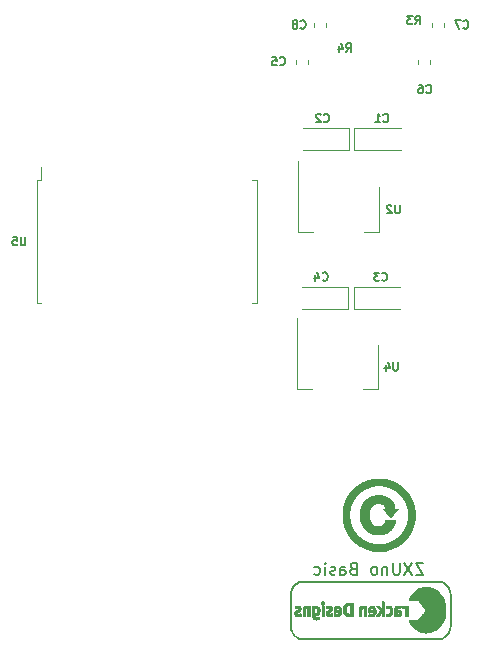
<source format=gbr>
G04 #@! TF.GenerationSoftware,KiCad,Pcbnew,5.0.2-bee76a0~70~ubuntu18.10.1*
G04 #@! TF.CreationDate,2019-03-15T00:59:30+01:00*
G04 #@! TF.ProjectId,Spartan6,53706172-7461-46e3-962e-6b696361645f,rev?*
G04 #@! TF.SameCoordinates,Original*
G04 #@! TF.FileFunction,Legend,Bot*
G04 #@! TF.FilePolarity,Positive*
%FSLAX46Y46*%
G04 Gerber Fmt 4.6, Leading zero omitted, Abs format (unit mm)*
G04 Created by KiCad (PCBNEW 5.0.2-bee76a0~70~ubuntu18.10.1) date vie 15 mar 2019 00:59:30 CET*
%MOMM*%
%LPD*%
G01*
G04 APERTURE LIST*
%ADD10C,0.150000*%
%ADD11C,0.010000*%
%ADD12C,0.120000*%
G04 APERTURE END LIST*
D10*
X73649577Y-96145100D02*
X72982910Y-96145100D01*
X73649577Y-97145100D01*
X72982910Y-97145100D01*
X72697196Y-96145100D02*
X72030529Y-97145100D01*
X72030529Y-96145100D02*
X72697196Y-97145100D01*
X71649577Y-96145100D02*
X71649577Y-96954624D01*
X71601958Y-97049862D01*
X71554339Y-97097481D01*
X71459100Y-97145100D01*
X71268624Y-97145100D01*
X71173386Y-97097481D01*
X71125767Y-97049862D01*
X71078148Y-96954624D01*
X71078148Y-96145100D01*
X70601958Y-96478434D02*
X70601958Y-97145100D01*
X70601958Y-96573672D02*
X70554339Y-96526053D01*
X70459100Y-96478434D01*
X70316243Y-96478434D01*
X70221005Y-96526053D01*
X70173386Y-96621291D01*
X70173386Y-97145100D01*
X69554339Y-97145100D02*
X69649577Y-97097481D01*
X69697196Y-97049862D01*
X69744815Y-96954624D01*
X69744815Y-96668910D01*
X69697196Y-96573672D01*
X69649577Y-96526053D01*
X69554339Y-96478434D01*
X69411481Y-96478434D01*
X69316243Y-96526053D01*
X69268624Y-96573672D01*
X69221005Y-96668910D01*
X69221005Y-96954624D01*
X69268624Y-97049862D01*
X69316243Y-97097481D01*
X69411481Y-97145100D01*
X69554339Y-97145100D01*
X67697196Y-96621291D02*
X67554339Y-96668910D01*
X67506720Y-96716529D01*
X67459100Y-96811767D01*
X67459100Y-96954624D01*
X67506720Y-97049862D01*
X67554339Y-97097481D01*
X67649577Y-97145100D01*
X68030529Y-97145100D01*
X68030529Y-96145100D01*
X67697196Y-96145100D01*
X67601958Y-96192720D01*
X67554339Y-96240339D01*
X67506720Y-96335577D01*
X67506720Y-96430815D01*
X67554339Y-96526053D01*
X67601958Y-96573672D01*
X67697196Y-96621291D01*
X68030529Y-96621291D01*
X66601958Y-97145100D02*
X66601958Y-96621291D01*
X66649577Y-96526053D01*
X66744815Y-96478434D01*
X66935291Y-96478434D01*
X67030529Y-96526053D01*
X66601958Y-97097481D02*
X66697196Y-97145100D01*
X66935291Y-97145100D01*
X67030529Y-97097481D01*
X67078148Y-97002243D01*
X67078148Y-96907005D01*
X67030529Y-96811767D01*
X66935291Y-96764148D01*
X66697196Y-96764148D01*
X66601958Y-96716529D01*
X66173386Y-97097481D02*
X66078148Y-97145100D01*
X65887672Y-97145100D01*
X65792434Y-97097481D01*
X65744815Y-97002243D01*
X65744815Y-96954624D01*
X65792434Y-96859386D01*
X65887672Y-96811767D01*
X66030529Y-96811767D01*
X66125767Y-96764148D01*
X66173386Y-96668910D01*
X66173386Y-96621291D01*
X66125767Y-96526053D01*
X66030529Y-96478434D01*
X65887672Y-96478434D01*
X65792434Y-96526053D01*
X65316243Y-97145100D02*
X65316243Y-96478434D01*
X65316243Y-96145100D02*
X65363862Y-96192720D01*
X65316243Y-96240339D01*
X65268624Y-96192720D01*
X65316243Y-96145100D01*
X65316243Y-96240339D01*
X64411481Y-97097481D02*
X64506720Y-97145100D01*
X64697196Y-97145100D01*
X64792434Y-97097481D01*
X64840053Y-97049862D01*
X64887672Y-96954624D01*
X64887672Y-96668910D01*
X64840053Y-96573672D01*
X64792434Y-96526053D01*
X64697196Y-96478434D01*
X64506720Y-96478434D01*
X64411481Y-96526053D01*
D11*
G04 #@! TO.C,G\002A\002A\002A*
G36*
X65062283Y-99410983D02*
X65047361Y-99420758D01*
X65022515Y-99450417D01*
X65006572Y-99491862D01*
X65000579Y-99538877D01*
X65005586Y-99585247D01*
X65015129Y-99611882D01*
X65042455Y-99648707D01*
X65078975Y-99671273D01*
X65120591Y-99677909D01*
X65157064Y-99669716D01*
X65194238Y-99648367D01*
X65218389Y-99618830D01*
X65231755Y-99582565D01*
X65237217Y-99530798D01*
X65228508Y-99484360D01*
X65208197Y-99445506D01*
X65178851Y-99416488D01*
X65143038Y-99399559D01*
X65103326Y-99396973D01*
X65062283Y-99410983D01*
X65062283Y-99410983D01*
G37*
X65062283Y-99410983D02*
X65047361Y-99420758D01*
X65022515Y-99450417D01*
X65006572Y-99491862D01*
X65000579Y-99538877D01*
X65005586Y-99585247D01*
X65015129Y-99611882D01*
X65042455Y-99648707D01*
X65078975Y-99671273D01*
X65120591Y-99677909D01*
X65157064Y-99669716D01*
X65194238Y-99648367D01*
X65218389Y-99618830D01*
X65231755Y-99582565D01*
X65237217Y-99530798D01*
X65228508Y-99484360D01*
X65208197Y-99445506D01*
X65178851Y-99416488D01*
X65143038Y-99399559D01*
X65103326Y-99396973D01*
X65062283Y-99410983D01*
G36*
X63551960Y-99804831D02*
X63509853Y-99833982D01*
X63478085Y-99867627D01*
X63452166Y-99911464D01*
X63433791Y-99954639D01*
X63428379Y-99969475D01*
X63424058Y-99984356D01*
X63420681Y-100001733D01*
X63418102Y-100024052D01*
X63416174Y-100053762D01*
X63414752Y-100093312D01*
X63413688Y-100145150D01*
X63412837Y-100211724D01*
X63412053Y-100295483D01*
X63411825Y-100322380D01*
X63409164Y-100639880D01*
X63604987Y-100639880D01*
X63605051Y-100429060D01*
X63605894Y-100316258D01*
X63608400Y-100222709D01*
X63612647Y-100147435D01*
X63618711Y-100089459D01*
X63626670Y-100047802D01*
X63636601Y-100021486D01*
X63637351Y-100020227D01*
X63663242Y-99994024D01*
X63700579Y-99977481D01*
X63745335Y-99971996D01*
X63770480Y-99974019D01*
X63816653Y-99980942D01*
X63816653Y-100639880D01*
X64020043Y-100639880D01*
X64017831Y-100225889D01*
X64015620Y-99811899D01*
X63947887Y-99793076D01*
X63907846Y-99784055D01*
X63861349Y-99777882D01*
X63804769Y-99774195D01*
X63744535Y-99772726D01*
X63608917Y-99771200D01*
X63551960Y-99804831D01*
X63551960Y-99804831D01*
G37*
X63551960Y-99804831D02*
X63509853Y-99833982D01*
X63478085Y-99867627D01*
X63452166Y-99911464D01*
X63433791Y-99954639D01*
X63428379Y-99969475D01*
X63424058Y-99984356D01*
X63420681Y-100001733D01*
X63418102Y-100024052D01*
X63416174Y-100053762D01*
X63414752Y-100093312D01*
X63413688Y-100145150D01*
X63412837Y-100211724D01*
X63412053Y-100295483D01*
X63411825Y-100322380D01*
X63409164Y-100639880D01*
X63604987Y-100639880D01*
X63605051Y-100429060D01*
X63605894Y-100316258D01*
X63608400Y-100222709D01*
X63612647Y-100147435D01*
X63618711Y-100089459D01*
X63626670Y-100047802D01*
X63636601Y-100021486D01*
X63637351Y-100020227D01*
X63663242Y-99994024D01*
X63700579Y-99977481D01*
X63745335Y-99971996D01*
X63770480Y-99974019D01*
X63816653Y-99980942D01*
X63816653Y-100639880D01*
X64020043Y-100639880D01*
X64017831Y-100225889D01*
X64015620Y-99811899D01*
X63947887Y-99793076D01*
X63907846Y-99784055D01*
X63861349Y-99777882D01*
X63804769Y-99774195D01*
X63744535Y-99772726D01*
X63608917Y-99771200D01*
X63551960Y-99804831D01*
G36*
X65018920Y-100639880D02*
X65222120Y-100639880D01*
X65222120Y-99786440D01*
X65018920Y-99786440D01*
X65018920Y-100639880D01*
X65018920Y-100639880D01*
G37*
X65018920Y-100639880D02*
X65222120Y-100639880D01*
X65222120Y-99786440D01*
X65018920Y-99786440D01*
X65018920Y-100639880D01*
G36*
X68318195Y-99805134D02*
X68277815Y-99832699D01*
X68248385Y-99862615D01*
X68232157Y-99886286D01*
X68217193Y-99912475D01*
X68205069Y-99938170D01*
X68195445Y-99965891D01*
X68187982Y-99998160D01*
X68182341Y-100037498D01*
X68178184Y-100086428D01*
X68175171Y-100147470D01*
X68172964Y-100223146D01*
X68171224Y-100315977D01*
X68170814Y-100342700D01*
X68166390Y-100639880D01*
X68371720Y-100639880D01*
X68371720Y-100397426D01*
X68372159Y-100300665D01*
X68373603Y-100222001D01*
X68376241Y-100159234D01*
X68380265Y-100110164D01*
X68385863Y-100072591D01*
X68393226Y-100044317D01*
X68402544Y-100023141D01*
X68404317Y-100020120D01*
X68431640Y-99991882D01*
X68470416Y-99975445D01*
X68517740Y-99971844D01*
X68534945Y-99973679D01*
X68583386Y-99980942D01*
X68583386Y-100639880D01*
X68786776Y-100639880D01*
X68784565Y-100225889D01*
X68782353Y-99811899D01*
X68714620Y-99793257D01*
X68672956Y-99784090D01*
X68623726Y-99777837D01*
X68563519Y-99774158D01*
X68511283Y-99772908D01*
X68375679Y-99771200D01*
X68318195Y-99805134D01*
X68318195Y-99805134D01*
G37*
X68318195Y-99805134D02*
X68277815Y-99832699D01*
X68248385Y-99862615D01*
X68232157Y-99886286D01*
X68217193Y-99912475D01*
X68205069Y-99938170D01*
X68195445Y-99965891D01*
X68187982Y-99998160D01*
X68182341Y-100037498D01*
X68178184Y-100086428D01*
X68175171Y-100147470D01*
X68172964Y-100223146D01*
X68171224Y-100315977D01*
X68170814Y-100342700D01*
X68166390Y-100639880D01*
X68371720Y-100639880D01*
X68371720Y-100397426D01*
X68372159Y-100300665D01*
X68373603Y-100222001D01*
X68376241Y-100159234D01*
X68380265Y-100110164D01*
X68385863Y-100072591D01*
X68393226Y-100044317D01*
X68402544Y-100023141D01*
X68404317Y-100020120D01*
X68431640Y-99991882D01*
X68470416Y-99975445D01*
X68517740Y-99971844D01*
X68534945Y-99973679D01*
X68583386Y-99980942D01*
X68583386Y-100639880D01*
X68786776Y-100639880D01*
X68784565Y-100225889D01*
X68782353Y-99811899D01*
X68714620Y-99793257D01*
X68672956Y-99784090D01*
X68623726Y-99777837D01*
X68563519Y-99774158D01*
X68511283Y-99772908D01*
X68375679Y-99771200D01*
X68318195Y-99805134D01*
G36*
X70123486Y-99384702D02*
X70121099Y-99398265D01*
X70119227Y-99422985D01*
X70117821Y-99460487D01*
X70116831Y-99512396D01*
X70116208Y-99580336D01*
X70115904Y-99665932D01*
X70115853Y-99730560D01*
X70115653Y-99812661D01*
X70115083Y-99887932D01*
X70114192Y-99954056D01*
X70113026Y-100008717D01*
X70111633Y-100049599D01*
X70110061Y-100074387D01*
X70108664Y-100081080D01*
X70101341Y-100073852D01*
X70085171Y-100054120D01*
X70062324Y-100024809D01*
X70034969Y-99988846D01*
X70005277Y-99949158D01*
X69975418Y-99908669D01*
X69947562Y-99870307D01*
X69923878Y-99836998D01*
X69906538Y-99811667D01*
X69897710Y-99797242D01*
X69897131Y-99795838D01*
X69888121Y-99792506D01*
X69865247Y-99789693D01*
X69831577Y-99787630D01*
X69790179Y-99786547D01*
X69771620Y-99786440D01*
X69648931Y-99786440D01*
X69737861Y-99905820D01*
X69773890Y-99953579D01*
X69811290Y-100002118D01*
X69846266Y-100046581D01*
X69875027Y-100082109D01*
X69881994Y-100090437D01*
X69937197Y-100155674D01*
X69890418Y-100216306D01*
X69841304Y-100283747D01*
X69790035Y-100360716D01*
X69740934Y-100440364D01*
X69698325Y-100515842D01*
X69684356Y-100542758D01*
X69666142Y-100579543D01*
X69651808Y-100609628D01*
X69643268Y-100628939D01*
X69641720Y-100633670D01*
X69649670Y-100635949D01*
X69671455Y-100637851D01*
X69703977Y-100639209D01*
X69744138Y-100639851D01*
X69755078Y-100639880D01*
X69868436Y-100639880D01*
X69931952Y-100525580D01*
X69959534Y-100477989D01*
X69989572Y-100429567D01*
X70020080Y-100383153D01*
X70049070Y-100341581D01*
X70074554Y-100307690D01*
X70094544Y-100284316D01*
X70107054Y-100274295D01*
X70108137Y-100274120D01*
X70110685Y-100283788D01*
X70112855Y-100310832D01*
X70114520Y-100352308D01*
X70115558Y-100405276D01*
X70115853Y-100457000D01*
X70115853Y-100639880D01*
X70310719Y-100639880D01*
X70306353Y-99416144D01*
X70221687Y-99398723D01*
X70184935Y-99391307D01*
X70153963Y-99385326D01*
X70132885Y-99381561D01*
X70126437Y-99380671D01*
X70123486Y-99384702D01*
X70123486Y-99384702D01*
G37*
X70123486Y-99384702D02*
X70121099Y-99398265D01*
X70119227Y-99422985D01*
X70117821Y-99460487D01*
X70116831Y-99512396D01*
X70116208Y-99580336D01*
X70115904Y-99665932D01*
X70115853Y-99730560D01*
X70115653Y-99812661D01*
X70115083Y-99887932D01*
X70114192Y-99954056D01*
X70113026Y-100008717D01*
X70111633Y-100049599D01*
X70110061Y-100074387D01*
X70108664Y-100081080D01*
X70101341Y-100073852D01*
X70085171Y-100054120D01*
X70062324Y-100024809D01*
X70034969Y-99988846D01*
X70005277Y-99949158D01*
X69975418Y-99908669D01*
X69947562Y-99870307D01*
X69923878Y-99836998D01*
X69906538Y-99811667D01*
X69897710Y-99797242D01*
X69897131Y-99795838D01*
X69888121Y-99792506D01*
X69865247Y-99789693D01*
X69831577Y-99787630D01*
X69790179Y-99786547D01*
X69771620Y-99786440D01*
X69648931Y-99786440D01*
X69737861Y-99905820D01*
X69773890Y-99953579D01*
X69811290Y-100002118D01*
X69846266Y-100046581D01*
X69875027Y-100082109D01*
X69881994Y-100090437D01*
X69937197Y-100155674D01*
X69890418Y-100216306D01*
X69841304Y-100283747D01*
X69790035Y-100360716D01*
X69740934Y-100440364D01*
X69698325Y-100515842D01*
X69684356Y-100542758D01*
X69666142Y-100579543D01*
X69651808Y-100609628D01*
X69643268Y-100628939D01*
X69641720Y-100633670D01*
X69649670Y-100635949D01*
X69671455Y-100637851D01*
X69703977Y-100639209D01*
X69744138Y-100639851D01*
X69755078Y-100639880D01*
X69868436Y-100639880D01*
X69931952Y-100525580D01*
X69959534Y-100477989D01*
X69989572Y-100429567D01*
X70020080Y-100383153D01*
X70049070Y-100341581D01*
X70074554Y-100307690D01*
X70094544Y-100284316D01*
X70107054Y-100274295D01*
X70108137Y-100274120D01*
X70110685Y-100283788D01*
X70112855Y-100310832D01*
X70114520Y-100352308D01*
X70115558Y-100405276D01*
X70115853Y-100457000D01*
X70115853Y-100639880D01*
X70310719Y-100639880D01*
X70306353Y-99416144D01*
X70221687Y-99398723D01*
X70184935Y-99391307D01*
X70153963Y-99385326D01*
X70132885Y-99381561D01*
X70126437Y-99380671D01*
X70123486Y-99384702D01*
G36*
X71922463Y-99775544D02*
X71873591Y-99787226D01*
X71850022Y-99795711D01*
X71839510Y-99804600D01*
X71838382Y-99817433D01*
X71838931Y-99820640D01*
X71842637Y-99840997D01*
X71848504Y-99874398D01*
X71855329Y-99913975D01*
X71856007Y-99917947D01*
X71862422Y-99954341D01*
X71867665Y-99981885D01*
X71870763Y-99995518D01*
X71871028Y-99996116D01*
X71879738Y-99995554D01*
X71899371Y-99991219D01*
X71911016Y-99988132D01*
X71936719Y-99983225D01*
X71970176Y-99979825D01*
X72006641Y-99978036D01*
X72041371Y-99977961D01*
X72069621Y-99979703D01*
X72086647Y-99983367D01*
X72088191Y-99984266D01*
X72091046Y-99996719D01*
X72093352Y-100029347D01*
X72095106Y-100082015D01*
X72096303Y-100154591D01*
X72096941Y-100246940D01*
X72097053Y-100315359D01*
X72097053Y-100639880D01*
X72300253Y-100639880D01*
X72300253Y-99829306D01*
X72230403Y-99806688D01*
X72119952Y-99778559D01*
X72017244Y-99768174D01*
X71922463Y-99775544D01*
X71922463Y-99775544D01*
G37*
X71922463Y-99775544D02*
X71873591Y-99787226D01*
X71850022Y-99795711D01*
X71839510Y-99804600D01*
X71838382Y-99817433D01*
X71838931Y-99820640D01*
X71842637Y-99840997D01*
X71848504Y-99874398D01*
X71855329Y-99913975D01*
X71856007Y-99917947D01*
X71862422Y-99954341D01*
X71867665Y-99981885D01*
X71870763Y-99995518D01*
X71871028Y-99996116D01*
X71879738Y-99995554D01*
X71899371Y-99991219D01*
X71911016Y-99988132D01*
X71936719Y-99983225D01*
X71970176Y-99979825D01*
X72006641Y-99978036D01*
X72041371Y-99977961D01*
X72069621Y-99979703D01*
X72086647Y-99983367D01*
X72088191Y-99984266D01*
X72091046Y-99996719D01*
X72093352Y-100029347D01*
X72095106Y-100082015D01*
X72096303Y-100154591D01*
X72096941Y-100246940D01*
X72097053Y-100315359D01*
X72097053Y-100639880D01*
X72300253Y-100639880D01*
X72300253Y-99829306D01*
X72230403Y-99806688D01*
X72119952Y-99778559D01*
X72017244Y-99768174D01*
X71922463Y-99775544D01*
G36*
X67286235Y-99508826D02*
X67248114Y-99510645D01*
X67217797Y-99513789D01*
X67192246Y-99518488D01*
X67168421Y-99524975D01*
X67165220Y-99525984D01*
X67078879Y-99562381D01*
X67005213Y-99612218D01*
X66944337Y-99675307D01*
X66896368Y-99751458D01*
X66861423Y-99840481D01*
X66839616Y-99942187D01*
X66831065Y-100056387D01*
X66830934Y-100071594D01*
X66834101Y-100162220D01*
X66844666Y-100240605D01*
X66863724Y-100313365D01*
X66877020Y-100350320D01*
X66917460Y-100433583D01*
X66968734Y-100502701D01*
X67031952Y-100558804D01*
X67108228Y-100603019D01*
X67139156Y-100616267D01*
X67164648Y-100625854D01*
X67187666Y-100632941D01*
X67211569Y-100637962D01*
X67239711Y-100641349D01*
X67275450Y-100643533D01*
X67322143Y-100644947D01*
X67368420Y-100645795D01*
X67423990Y-100646065D01*
X67478413Y-100645230D01*
X67527585Y-100643432D01*
X67567404Y-100640813D01*
X67590742Y-100638063D01*
X67652198Y-100627774D01*
X67651448Y-100439300D01*
X67440606Y-100439300D01*
X67349479Y-100434291D01*
X67292444Y-100429234D01*
X67247826Y-100420611D01*
X67211261Y-100407572D01*
X67210577Y-100407258D01*
X67162272Y-100375291D01*
X67118848Y-100328405D01*
X67084749Y-100271996D01*
X67071387Y-100238273D01*
X67063746Y-100209431D01*
X67058820Y-100176510D01*
X67056132Y-100134423D01*
X67055203Y-100078083D01*
X67055186Y-100065840D01*
X67055605Y-100011141D01*
X67057230Y-99971489D01*
X67060668Y-99941626D01*
X67066524Y-99916292D01*
X67075405Y-99890226D01*
X67075416Y-99890197D01*
X67106581Y-99830572D01*
X67149764Y-99781296D01*
X67201022Y-99746512D01*
X67219515Y-99738749D01*
X67258743Y-99729021D01*
X67309175Y-99722920D01*
X67351486Y-99721166D01*
X67436153Y-99720400D01*
X67438379Y-100079850D01*
X67440606Y-100439300D01*
X67651448Y-100439300D01*
X67647820Y-99527920D01*
X67609720Y-99518673D01*
X67589549Y-99515771D01*
X67555736Y-99513119D01*
X67511572Y-99510880D01*
X67460347Y-99509217D01*
X67405353Y-99508291D01*
X67398053Y-99508233D01*
X67335201Y-99508099D01*
X67286235Y-99508826D01*
X67286235Y-99508826D01*
G37*
X67286235Y-99508826D02*
X67248114Y-99510645D01*
X67217797Y-99513789D01*
X67192246Y-99518488D01*
X67168421Y-99524975D01*
X67165220Y-99525984D01*
X67078879Y-99562381D01*
X67005213Y-99612218D01*
X66944337Y-99675307D01*
X66896368Y-99751458D01*
X66861423Y-99840481D01*
X66839616Y-99942187D01*
X66831065Y-100056387D01*
X66830934Y-100071594D01*
X66834101Y-100162220D01*
X66844666Y-100240605D01*
X66863724Y-100313365D01*
X66877020Y-100350320D01*
X66917460Y-100433583D01*
X66968734Y-100502701D01*
X67031952Y-100558804D01*
X67108228Y-100603019D01*
X67139156Y-100616267D01*
X67164648Y-100625854D01*
X67187666Y-100632941D01*
X67211569Y-100637962D01*
X67239711Y-100641349D01*
X67275450Y-100643533D01*
X67322143Y-100644947D01*
X67368420Y-100645795D01*
X67423990Y-100646065D01*
X67478413Y-100645230D01*
X67527585Y-100643432D01*
X67567404Y-100640813D01*
X67590742Y-100638063D01*
X67652198Y-100627774D01*
X67651448Y-100439300D01*
X67440606Y-100439300D01*
X67349479Y-100434291D01*
X67292444Y-100429234D01*
X67247826Y-100420611D01*
X67211261Y-100407572D01*
X67210577Y-100407258D01*
X67162272Y-100375291D01*
X67118848Y-100328405D01*
X67084749Y-100271996D01*
X67071387Y-100238273D01*
X67063746Y-100209431D01*
X67058820Y-100176510D01*
X67056132Y-100134423D01*
X67055203Y-100078083D01*
X67055186Y-100065840D01*
X67055605Y-100011141D01*
X67057230Y-99971489D01*
X67060668Y-99941626D01*
X67066524Y-99916292D01*
X67075405Y-99890226D01*
X67075416Y-99890197D01*
X67106581Y-99830572D01*
X67149764Y-99781296D01*
X67201022Y-99746512D01*
X67219515Y-99738749D01*
X67258743Y-99729021D01*
X67309175Y-99722920D01*
X67351486Y-99721166D01*
X67436153Y-99720400D01*
X67438379Y-100079850D01*
X67440606Y-100439300D01*
X67651448Y-100439300D01*
X67647820Y-99527920D01*
X67609720Y-99518673D01*
X67589549Y-99515771D01*
X67555736Y-99513119D01*
X67511572Y-99510880D01*
X67460347Y-99509217D01*
X67405353Y-99508291D01*
X67398053Y-99508233D01*
X67335201Y-99508099D01*
X67286235Y-99508826D01*
G36*
X62902242Y-99768854D02*
X62842638Y-99777564D01*
X62829704Y-99780536D01*
X62797629Y-99789258D01*
X62772086Y-99797620D01*
X62757561Y-99804112D01*
X62756169Y-99805276D01*
X62755382Y-99817445D01*
X62757849Y-99843622D01*
X62762638Y-99878127D01*
X62768815Y-99915280D01*
X62775446Y-99949400D01*
X62781598Y-99974806D01*
X62785753Y-99985305D01*
X62795392Y-99985591D01*
X62816731Y-99981684D01*
X62843879Y-99974774D01*
X62890019Y-99964860D01*
X62936360Y-99960308D01*
X62978124Y-99961187D01*
X63010535Y-99967565D01*
X63020787Y-99972241D01*
X63038589Y-99992918D01*
X63045191Y-100021723D01*
X63039690Y-100050667D01*
X63031155Y-100063774D01*
X63016882Y-100074676D01*
X62990913Y-100090465D01*
X62957364Y-100108747D01*
X62931261Y-100121897D01*
X62863917Y-100157704D01*
X62811666Y-100192989D01*
X62772794Y-100229735D01*
X62745589Y-100269927D01*
X62728339Y-100315548D01*
X62719454Y-100367317D01*
X62719553Y-100439785D01*
X62734537Y-100503887D01*
X62764040Y-100558351D01*
X62779993Y-100577332D01*
X62808980Y-100603510D01*
X62841083Y-100626057D01*
X62858273Y-100635124D01*
X62889781Y-100644269D01*
X62933491Y-100651079D01*
X62984771Y-100655395D01*
X63038987Y-100657059D01*
X63091506Y-100655913D01*
X63137694Y-100651799D01*
X63168953Y-100645729D01*
X63211450Y-100633139D01*
X63239634Y-100622406D01*
X63255889Y-100612018D01*
X63262602Y-100600468D01*
X63262248Y-100586702D01*
X63258300Y-100565109D01*
X63252341Y-100531166D01*
X63246054Y-100494527D01*
X63239743Y-100459524D01*
X63234315Y-100433281D01*
X63230908Y-100421290D01*
X63230833Y-100421188D01*
X63221609Y-100421805D01*
X63200775Y-100427441D01*
X63172835Y-100436878D01*
X63172749Y-100436910D01*
X63134784Y-100448251D01*
X63090302Y-100457953D01*
X63053893Y-100463313D01*
X62998504Y-100465023D01*
X62958040Y-100457403D01*
X62932364Y-100440408D01*
X62922169Y-100419078D01*
X62919993Y-100400119D01*
X62923313Y-100383474D01*
X62933939Y-100367504D01*
X62953679Y-100350564D01*
X62984342Y-100331015D01*
X63027738Y-100307215D01*
X63068683Y-100286118D01*
X63127172Y-100253216D01*
X63171178Y-100220180D01*
X63203004Y-100184211D01*
X63224955Y-100142512D01*
X63239335Y-100092283D01*
X63242548Y-100074952D01*
X63246482Y-100003881D01*
X63234710Y-99937682D01*
X63208347Y-99878908D01*
X63168510Y-99830111D01*
X63120589Y-99796049D01*
X63078551Y-99780454D01*
X63024968Y-99770553D01*
X62964608Y-99766602D01*
X62902242Y-99768854D01*
X62902242Y-99768854D01*
G37*
X62902242Y-99768854D02*
X62842638Y-99777564D01*
X62829704Y-99780536D01*
X62797629Y-99789258D01*
X62772086Y-99797620D01*
X62757561Y-99804112D01*
X62756169Y-99805276D01*
X62755382Y-99817445D01*
X62757849Y-99843622D01*
X62762638Y-99878127D01*
X62768815Y-99915280D01*
X62775446Y-99949400D01*
X62781598Y-99974806D01*
X62785753Y-99985305D01*
X62795392Y-99985591D01*
X62816731Y-99981684D01*
X62843879Y-99974774D01*
X62890019Y-99964860D01*
X62936360Y-99960308D01*
X62978124Y-99961187D01*
X63010535Y-99967565D01*
X63020787Y-99972241D01*
X63038589Y-99992918D01*
X63045191Y-100021723D01*
X63039690Y-100050667D01*
X63031155Y-100063774D01*
X63016882Y-100074676D01*
X62990913Y-100090465D01*
X62957364Y-100108747D01*
X62931261Y-100121897D01*
X62863917Y-100157704D01*
X62811666Y-100192989D01*
X62772794Y-100229735D01*
X62745589Y-100269927D01*
X62728339Y-100315548D01*
X62719454Y-100367317D01*
X62719553Y-100439785D01*
X62734537Y-100503887D01*
X62764040Y-100558351D01*
X62779993Y-100577332D01*
X62808980Y-100603510D01*
X62841083Y-100626057D01*
X62858273Y-100635124D01*
X62889781Y-100644269D01*
X62933491Y-100651079D01*
X62984771Y-100655395D01*
X63038987Y-100657059D01*
X63091506Y-100655913D01*
X63137694Y-100651799D01*
X63168953Y-100645729D01*
X63211450Y-100633139D01*
X63239634Y-100622406D01*
X63255889Y-100612018D01*
X63262602Y-100600468D01*
X63262248Y-100586702D01*
X63258300Y-100565109D01*
X63252341Y-100531166D01*
X63246054Y-100494527D01*
X63239743Y-100459524D01*
X63234315Y-100433281D01*
X63230908Y-100421290D01*
X63230833Y-100421188D01*
X63221609Y-100421805D01*
X63200775Y-100427441D01*
X63172835Y-100436878D01*
X63172749Y-100436910D01*
X63134784Y-100448251D01*
X63090302Y-100457953D01*
X63053893Y-100463313D01*
X62998504Y-100465023D01*
X62958040Y-100457403D01*
X62932364Y-100440408D01*
X62922169Y-100419078D01*
X62919993Y-100400119D01*
X62923313Y-100383474D01*
X62933939Y-100367504D01*
X62953679Y-100350564D01*
X62984342Y-100331015D01*
X63027738Y-100307215D01*
X63068683Y-100286118D01*
X63127172Y-100253216D01*
X63171178Y-100220180D01*
X63203004Y-100184211D01*
X63224955Y-100142512D01*
X63239335Y-100092283D01*
X63242548Y-100074952D01*
X63246482Y-100003881D01*
X63234710Y-99937682D01*
X63208347Y-99878908D01*
X63168510Y-99830111D01*
X63120589Y-99796049D01*
X63078551Y-99780454D01*
X63024968Y-99770553D01*
X62964608Y-99766602D01*
X62902242Y-99768854D01*
G36*
X65558174Y-99768399D02*
X65499714Y-99776145D01*
X65479771Y-99780536D01*
X65447816Y-99789152D01*
X65422503Y-99797253D01*
X65408260Y-99803385D01*
X65406926Y-99804466D01*
X65406316Y-99816364D01*
X65408823Y-99842351D01*
X65413538Y-99876775D01*
X65419553Y-99913987D01*
X65425961Y-99948337D01*
X65431854Y-99974174D01*
X65436020Y-99985547D01*
X65445552Y-99985710D01*
X65466809Y-99981719D01*
X65493946Y-99974774D01*
X65540088Y-99964860D01*
X65586429Y-99960308D01*
X65628193Y-99961188D01*
X65660602Y-99967567D01*
X65670853Y-99972245D01*
X65688761Y-99993034D01*
X65695204Y-100022070D01*
X65689076Y-100051524D01*
X65683391Y-100060974D01*
X65669601Y-100072746D01*
X65644203Y-100088931D01*
X65611483Y-100106923D01*
X65591740Y-100116729D01*
X65524170Y-100151647D01*
X65471514Y-100185424D01*
X65431940Y-100219950D01*
X65403618Y-100257111D01*
X65384717Y-100298796D01*
X65374403Y-100340833D01*
X65368653Y-100415776D01*
X65378381Y-100482750D01*
X65403223Y-100540968D01*
X65442816Y-100589644D01*
X65496800Y-100627993D01*
X65509986Y-100634687D01*
X65539886Y-100644158D01*
X65582131Y-100651230D01*
X65632234Y-100655743D01*
X65685710Y-100657539D01*
X65738074Y-100656455D01*
X65784839Y-100652332D01*
X65819020Y-100645729D01*
X65861990Y-100632970D01*
X65890584Y-100622031D01*
X65907138Y-100611447D01*
X65913985Y-100599753D01*
X65913648Y-100586387D01*
X65909638Y-100564291D01*
X65903916Y-100530546D01*
X65899201Y-100501648D01*
X65892126Y-100459973D01*
X65885076Y-100435325D01*
X65874734Y-100424810D01*
X65857783Y-100425534D01*
X65830907Y-100434605D01*
X65824909Y-100436845D01*
X65770895Y-100453380D01*
X65718455Y-100462818D01*
X65670231Y-100465317D01*
X65628865Y-100461038D01*
X65596998Y-100450140D01*
X65577274Y-100432783D01*
X65572763Y-100421596D01*
X65570047Y-100405289D01*
X65570579Y-100391403D01*
X65576076Y-100378460D01*
X65588253Y-100364979D01*
X65608827Y-100349482D01*
X65639515Y-100330491D01*
X65682034Y-100306525D01*
X65738100Y-100276105D01*
X65747460Y-100271069D01*
X65805762Y-100232974D01*
X65848604Y-100189264D01*
X65877066Y-100138675D01*
X65886836Y-100108054D01*
X65897730Y-100033320D01*
X65892678Y-99964245D01*
X65872279Y-99902405D01*
X65837130Y-99849376D01*
X65787827Y-99806734D01*
X65768220Y-99795030D01*
X65728625Y-99780200D01*
X65677303Y-99770661D01*
X65618928Y-99766649D01*
X65558174Y-99768399D01*
X65558174Y-99768399D01*
G37*
X65558174Y-99768399D02*
X65499714Y-99776145D01*
X65479771Y-99780536D01*
X65447816Y-99789152D01*
X65422503Y-99797253D01*
X65408260Y-99803385D01*
X65406926Y-99804466D01*
X65406316Y-99816364D01*
X65408823Y-99842351D01*
X65413538Y-99876775D01*
X65419553Y-99913987D01*
X65425961Y-99948337D01*
X65431854Y-99974174D01*
X65436020Y-99985547D01*
X65445552Y-99985710D01*
X65466809Y-99981719D01*
X65493946Y-99974774D01*
X65540088Y-99964860D01*
X65586429Y-99960308D01*
X65628193Y-99961188D01*
X65660602Y-99967567D01*
X65670853Y-99972245D01*
X65688761Y-99993034D01*
X65695204Y-100022070D01*
X65689076Y-100051524D01*
X65683391Y-100060974D01*
X65669601Y-100072746D01*
X65644203Y-100088931D01*
X65611483Y-100106923D01*
X65591740Y-100116729D01*
X65524170Y-100151647D01*
X65471514Y-100185424D01*
X65431940Y-100219950D01*
X65403618Y-100257111D01*
X65384717Y-100298796D01*
X65374403Y-100340833D01*
X65368653Y-100415776D01*
X65378381Y-100482750D01*
X65403223Y-100540968D01*
X65442816Y-100589644D01*
X65496800Y-100627993D01*
X65509986Y-100634687D01*
X65539886Y-100644158D01*
X65582131Y-100651230D01*
X65632234Y-100655743D01*
X65685710Y-100657539D01*
X65738074Y-100656455D01*
X65784839Y-100652332D01*
X65819020Y-100645729D01*
X65861990Y-100632970D01*
X65890584Y-100622031D01*
X65907138Y-100611447D01*
X65913985Y-100599753D01*
X65913648Y-100586387D01*
X65909638Y-100564291D01*
X65903916Y-100530546D01*
X65899201Y-100501648D01*
X65892126Y-100459973D01*
X65885076Y-100435325D01*
X65874734Y-100424810D01*
X65857783Y-100425534D01*
X65830907Y-100434605D01*
X65824909Y-100436845D01*
X65770895Y-100453380D01*
X65718455Y-100462818D01*
X65670231Y-100465317D01*
X65628865Y-100461038D01*
X65596998Y-100450140D01*
X65577274Y-100432783D01*
X65572763Y-100421596D01*
X65570047Y-100405289D01*
X65570579Y-100391403D01*
X65576076Y-100378460D01*
X65588253Y-100364979D01*
X65608827Y-100349482D01*
X65639515Y-100330491D01*
X65682034Y-100306525D01*
X65738100Y-100276105D01*
X65747460Y-100271069D01*
X65805762Y-100232974D01*
X65848604Y-100189264D01*
X65877066Y-100138675D01*
X65886836Y-100108054D01*
X65897730Y-100033320D01*
X65892678Y-99964245D01*
X65872279Y-99902405D01*
X65837130Y-99849376D01*
X65787827Y-99806734D01*
X65768220Y-99795030D01*
X65728625Y-99780200D01*
X65677303Y-99770661D01*
X65618928Y-99766649D01*
X65558174Y-99768399D01*
G36*
X66292913Y-99771912D02*
X66223440Y-99792633D01*
X66163809Y-99829881D01*
X66114040Y-99883639D01*
X66074155Y-99953892D01*
X66056961Y-99998014D01*
X66048500Y-100030627D01*
X66042484Y-100073231D01*
X66038445Y-100129822D01*
X66036845Y-100169980D01*
X66032876Y-100294440D01*
X66262498Y-100294440D01*
X66341341Y-100294810D01*
X66403453Y-100295929D01*
X66449026Y-100297804D01*
X66478251Y-100300444D01*
X66491319Y-100303858D01*
X66492120Y-100305104D01*
X66486765Y-100327419D01*
X66473321Y-100356198D01*
X66455715Y-100383594D01*
X66448474Y-100392311D01*
X66403826Y-100428079D01*
X66349103Y-100448642D01*
X66283857Y-100454086D01*
X66207637Y-100444502D01*
X66195786Y-100441902D01*
X66161598Y-100434134D01*
X66132985Y-100427812D01*
X66114642Y-100423966D01*
X66111497Y-100423392D01*
X66104254Y-100428140D01*
X66097697Y-100446611D01*
X66091063Y-100481424D01*
X66087477Y-100505787D01*
X66082564Y-100546113D01*
X66079749Y-100579452D01*
X66079464Y-100600198D01*
X66079972Y-100603247D01*
X66092328Y-100616508D01*
X66118563Y-100628521D01*
X66155640Y-100638940D01*
X66200521Y-100647418D01*
X66250169Y-100653610D01*
X66301547Y-100657171D01*
X66351618Y-100657756D01*
X66397343Y-100655018D01*
X66435686Y-100648613D01*
X66447838Y-100645095D01*
X66521133Y-100611439D01*
X66581791Y-100564283D01*
X66629751Y-100503733D01*
X66664949Y-100429897D01*
X66687323Y-100342883D01*
X66696813Y-100242797D01*
X66697155Y-100212967D01*
X66690727Y-100121720D01*
X66492442Y-100121720D01*
X66227438Y-100121720D01*
X66232135Y-100086980D01*
X66246604Y-100035804D01*
X66273557Y-99997545D01*
X66311499Y-99973654D01*
X66357316Y-99965579D01*
X66403609Y-99974520D01*
X66441918Y-100000647D01*
X66470540Y-100042277D01*
X66487037Y-100093780D01*
X66492442Y-100121720D01*
X66690727Y-100121720D01*
X66689887Y-100109801D01*
X66669260Y-100018665D01*
X66635434Y-99939893D01*
X66588569Y-99873819D01*
X66528827Y-99820779D01*
X66500586Y-99802843D01*
X66467667Y-99785770D01*
X66437722Y-99775456D01*
X66403432Y-99769898D01*
X66372206Y-99767731D01*
X66292913Y-99771912D01*
X66292913Y-99771912D01*
G37*
X66292913Y-99771912D02*
X66223440Y-99792633D01*
X66163809Y-99829881D01*
X66114040Y-99883639D01*
X66074155Y-99953892D01*
X66056961Y-99998014D01*
X66048500Y-100030627D01*
X66042484Y-100073231D01*
X66038445Y-100129822D01*
X66036845Y-100169980D01*
X66032876Y-100294440D01*
X66262498Y-100294440D01*
X66341341Y-100294810D01*
X66403453Y-100295929D01*
X66449026Y-100297804D01*
X66478251Y-100300444D01*
X66491319Y-100303858D01*
X66492120Y-100305104D01*
X66486765Y-100327419D01*
X66473321Y-100356198D01*
X66455715Y-100383594D01*
X66448474Y-100392311D01*
X66403826Y-100428079D01*
X66349103Y-100448642D01*
X66283857Y-100454086D01*
X66207637Y-100444502D01*
X66195786Y-100441902D01*
X66161598Y-100434134D01*
X66132985Y-100427812D01*
X66114642Y-100423966D01*
X66111497Y-100423392D01*
X66104254Y-100428140D01*
X66097697Y-100446611D01*
X66091063Y-100481424D01*
X66087477Y-100505787D01*
X66082564Y-100546113D01*
X66079749Y-100579452D01*
X66079464Y-100600198D01*
X66079972Y-100603247D01*
X66092328Y-100616508D01*
X66118563Y-100628521D01*
X66155640Y-100638940D01*
X66200521Y-100647418D01*
X66250169Y-100653610D01*
X66301547Y-100657171D01*
X66351618Y-100657756D01*
X66397343Y-100655018D01*
X66435686Y-100648613D01*
X66447838Y-100645095D01*
X66521133Y-100611439D01*
X66581791Y-100564283D01*
X66629751Y-100503733D01*
X66664949Y-100429897D01*
X66687323Y-100342883D01*
X66696813Y-100242797D01*
X66697155Y-100212967D01*
X66690727Y-100121720D01*
X66492442Y-100121720D01*
X66227438Y-100121720D01*
X66232135Y-100086980D01*
X66246604Y-100035804D01*
X66273557Y-99997545D01*
X66311499Y-99973654D01*
X66357316Y-99965579D01*
X66403609Y-99974520D01*
X66441918Y-100000647D01*
X66470540Y-100042277D01*
X66487037Y-100093780D01*
X66492442Y-100121720D01*
X66690727Y-100121720D01*
X66689887Y-100109801D01*
X66669260Y-100018665D01*
X66635434Y-99939893D01*
X66588569Y-99873819D01*
X66528827Y-99820779D01*
X66500586Y-99802843D01*
X66467667Y-99785770D01*
X66437722Y-99775456D01*
X66403432Y-99769898D01*
X66372206Y-99767731D01*
X66292913Y-99771912D01*
G36*
X69222734Y-99771569D02*
X69192680Y-99773416D01*
X69169625Y-99777847D01*
X69148603Y-99785969D01*
X69124647Y-99798889D01*
X69114915Y-99804593D01*
X69061257Y-99843001D01*
X69019389Y-99888965D01*
X68988261Y-99944808D01*
X68966820Y-100012850D01*
X68954015Y-100095412D01*
X68949390Y-100169980D01*
X68945409Y-100294440D01*
X69175937Y-100294440D01*
X69244687Y-100294537D01*
X69298286Y-100294915D01*
X69338514Y-100295700D01*
X69367152Y-100297019D01*
X69385982Y-100298999D01*
X69396783Y-100301767D01*
X69401339Y-100305450D01*
X69401428Y-100310176D01*
X69401326Y-100310510D01*
X69396770Y-100329359D01*
X69396186Y-100335131D01*
X69391175Y-100347670D01*
X69378680Y-100368452D01*
X69373955Y-100375385D01*
X69334335Y-100416275D01*
X69283410Y-100442337D01*
X69221529Y-100453482D01*
X69149042Y-100449625D01*
X69108320Y-100441902D01*
X69074131Y-100434134D01*
X69045518Y-100427812D01*
X69027175Y-100423966D01*
X69024031Y-100423392D01*
X69016788Y-100428140D01*
X69010231Y-100446611D01*
X69003596Y-100481424D01*
X69000010Y-100505787D01*
X68995097Y-100546113D01*
X68992282Y-100579452D01*
X68991997Y-100600198D01*
X68992505Y-100603247D01*
X69004915Y-100616642D01*
X69031213Y-100628724D01*
X69068372Y-100639153D01*
X69113367Y-100647592D01*
X69163170Y-100653702D01*
X69214756Y-100657145D01*
X69265098Y-100657583D01*
X69311171Y-100654677D01*
X69349948Y-100648090D01*
X69362115Y-100644560D01*
X69432888Y-100611562D01*
X69492657Y-100564323D01*
X69540307Y-100503865D01*
X69563405Y-100459897D01*
X69584938Y-100405372D01*
X69598885Y-100353745D01*
X69606557Y-100297961D01*
X69609266Y-100230967D01*
X69609324Y-100212866D01*
X69603137Y-100121720D01*
X69404976Y-100121720D01*
X69139971Y-100121720D01*
X69144669Y-100086980D01*
X69159157Y-100035824D01*
X69186115Y-99997524D01*
X69223936Y-99973647D01*
X69269186Y-99965747D01*
X69315925Y-99974835D01*
X69354440Y-100001051D01*
X69383128Y-100042820D01*
X69399494Y-100093780D01*
X69404976Y-100121720D01*
X69603137Y-100121720D01*
X69602339Y-100109979D01*
X69581923Y-100019006D01*
X69548241Y-99940290D01*
X69501460Y-99874179D01*
X69441744Y-99821019D01*
X69413120Y-99802794D01*
X69387352Y-99788701D01*
X69365676Y-99779557D01*
X69343112Y-99774301D01*
X69314680Y-99771874D01*
X69275400Y-99771213D01*
X69264752Y-99771200D01*
X69222734Y-99771569D01*
X69222734Y-99771569D01*
G37*
X69222734Y-99771569D02*
X69192680Y-99773416D01*
X69169625Y-99777847D01*
X69148603Y-99785969D01*
X69124647Y-99798889D01*
X69114915Y-99804593D01*
X69061257Y-99843001D01*
X69019389Y-99888965D01*
X68988261Y-99944808D01*
X68966820Y-100012850D01*
X68954015Y-100095412D01*
X68949390Y-100169980D01*
X68945409Y-100294440D01*
X69175937Y-100294440D01*
X69244687Y-100294537D01*
X69298286Y-100294915D01*
X69338514Y-100295700D01*
X69367152Y-100297019D01*
X69385982Y-100298999D01*
X69396783Y-100301767D01*
X69401339Y-100305450D01*
X69401428Y-100310176D01*
X69401326Y-100310510D01*
X69396770Y-100329359D01*
X69396186Y-100335131D01*
X69391175Y-100347670D01*
X69378680Y-100368452D01*
X69373955Y-100375385D01*
X69334335Y-100416275D01*
X69283410Y-100442337D01*
X69221529Y-100453482D01*
X69149042Y-100449625D01*
X69108320Y-100441902D01*
X69074131Y-100434134D01*
X69045518Y-100427812D01*
X69027175Y-100423966D01*
X69024031Y-100423392D01*
X69016788Y-100428140D01*
X69010231Y-100446611D01*
X69003596Y-100481424D01*
X69000010Y-100505787D01*
X68995097Y-100546113D01*
X68992282Y-100579452D01*
X68991997Y-100600198D01*
X68992505Y-100603247D01*
X69004915Y-100616642D01*
X69031213Y-100628724D01*
X69068372Y-100639153D01*
X69113367Y-100647592D01*
X69163170Y-100653702D01*
X69214756Y-100657145D01*
X69265098Y-100657583D01*
X69311171Y-100654677D01*
X69349948Y-100648090D01*
X69362115Y-100644560D01*
X69432888Y-100611562D01*
X69492657Y-100564323D01*
X69540307Y-100503865D01*
X69563405Y-100459897D01*
X69584938Y-100405372D01*
X69598885Y-100353745D01*
X69606557Y-100297961D01*
X69609266Y-100230967D01*
X69609324Y-100212866D01*
X69603137Y-100121720D01*
X69404976Y-100121720D01*
X69139971Y-100121720D01*
X69144669Y-100086980D01*
X69159157Y-100035824D01*
X69186115Y-99997524D01*
X69223936Y-99973647D01*
X69269186Y-99965747D01*
X69315925Y-99974835D01*
X69354440Y-100001051D01*
X69383128Y-100042820D01*
X69399494Y-100093780D01*
X69404976Y-100121720D01*
X69603137Y-100121720D01*
X69602339Y-100109979D01*
X69581923Y-100019006D01*
X69548241Y-99940290D01*
X69501460Y-99874179D01*
X69441744Y-99821019D01*
X69413120Y-99802794D01*
X69387352Y-99788701D01*
X69365676Y-99779557D01*
X69343112Y-99774301D01*
X69314680Y-99771874D01*
X69275400Y-99771213D01*
X69264752Y-99771200D01*
X69222734Y-99771569D01*
G36*
X70632970Y-99768856D02*
X70589155Y-99773099D01*
X70547321Y-99780159D01*
X70510704Y-99789150D01*
X70482536Y-99799188D01*
X70466053Y-99809387D01*
X70463118Y-99815335D01*
X70465304Y-99827514D01*
X70471034Y-99854381D01*
X70479254Y-99891064D01*
X70483227Y-99908360D01*
X70495608Y-99956191D01*
X70506069Y-99984200D01*
X70514741Y-99992734D01*
X70514845Y-99992718D01*
X70528811Y-99989910D01*
X70553777Y-99984554D01*
X70581520Y-99978437D01*
X70645963Y-99971366D01*
X70700714Y-99980812D01*
X70745419Y-100006463D01*
X70779724Y-100048004D01*
X70803276Y-100105122D01*
X70815720Y-100177502D01*
X70816419Y-100186737D01*
X70815687Y-100260581D01*
X70803761Y-100325792D01*
X70781548Y-100379680D01*
X70749956Y-100419558D01*
X70733695Y-100431739D01*
X70695224Y-100447023D01*
X70646058Y-100453516D01*
X70590876Y-100450937D01*
X70548225Y-100442847D01*
X70517557Y-100435899D01*
X70493750Y-100432099D01*
X70481216Y-100432117D01*
X70480492Y-100432584D01*
X70476997Y-100444534D01*
X70471685Y-100471694D01*
X70465459Y-100509218D01*
X70462465Y-100529118D01*
X70449244Y-100619909D01*
X70492099Y-100636155D01*
X70528584Y-100645855D01*
X70575896Y-100652619D01*
X70628762Y-100656279D01*
X70681911Y-100656669D01*
X70730074Y-100653620D01*
X70767979Y-100646966D01*
X70774131Y-100645099D01*
X70847069Y-100611837D01*
X70907216Y-100565395D01*
X70954638Y-100505659D01*
X70989402Y-100432513D01*
X71011574Y-100345843D01*
X71021221Y-100245535D01*
X71021686Y-100216770D01*
X71014874Y-100115414D01*
X70994395Y-100025003D01*
X70960532Y-99946232D01*
X70913570Y-99879797D01*
X70866552Y-99835838D01*
X70819945Y-99803566D01*
X70775512Y-99782397D01*
X70728156Y-99770867D01*
X70672778Y-99767515D01*
X70632970Y-99768856D01*
X70632970Y-99768856D01*
G37*
X70632970Y-99768856D02*
X70589155Y-99773099D01*
X70547321Y-99780159D01*
X70510704Y-99789150D01*
X70482536Y-99799188D01*
X70466053Y-99809387D01*
X70463118Y-99815335D01*
X70465304Y-99827514D01*
X70471034Y-99854381D01*
X70479254Y-99891064D01*
X70483227Y-99908360D01*
X70495608Y-99956191D01*
X70506069Y-99984200D01*
X70514741Y-99992734D01*
X70514845Y-99992718D01*
X70528811Y-99989910D01*
X70553777Y-99984554D01*
X70581520Y-99978437D01*
X70645963Y-99971366D01*
X70700714Y-99980812D01*
X70745419Y-100006463D01*
X70779724Y-100048004D01*
X70803276Y-100105122D01*
X70815720Y-100177502D01*
X70816419Y-100186737D01*
X70815687Y-100260581D01*
X70803761Y-100325792D01*
X70781548Y-100379680D01*
X70749956Y-100419558D01*
X70733695Y-100431739D01*
X70695224Y-100447023D01*
X70646058Y-100453516D01*
X70590876Y-100450937D01*
X70548225Y-100442847D01*
X70517557Y-100435899D01*
X70493750Y-100432099D01*
X70481216Y-100432117D01*
X70480492Y-100432584D01*
X70476997Y-100444534D01*
X70471685Y-100471694D01*
X70465459Y-100509218D01*
X70462465Y-100529118D01*
X70449244Y-100619909D01*
X70492099Y-100636155D01*
X70528584Y-100645855D01*
X70575896Y-100652619D01*
X70628762Y-100656279D01*
X70681911Y-100656669D01*
X70730074Y-100653620D01*
X70767979Y-100646966D01*
X70774131Y-100645099D01*
X70847069Y-100611837D01*
X70907216Y-100565395D01*
X70954638Y-100505659D01*
X70989402Y-100432513D01*
X71011574Y-100345843D01*
X71021221Y-100245535D01*
X71021686Y-100216770D01*
X71014874Y-100115414D01*
X70994395Y-100025003D01*
X70960532Y-99946232D01*
X70913570Y-99879797D01*
X70866552Y-99835838D01*
X70819945Y-99803566D01*
X70775512Y-99782397D01*
X70728156Y-99770867D01*
X70672778Y-99767515D01*
X70632970Y-99768856D01*
G36*
X71406931Y-99768758D02*
X71382423Y-99773302D01*
X71357222Y-99780882D01*
X71343908Y-99785601D01*
X71303996Y-99802767D01*
X71273992Y-99823003D01*
X71246928Y-99851015D01*
X71246806Y-99851162D01*
X71229317Y-99873053D01*
X71215130Y-99894081D01*
X71203875Y-99916631D01*
X71195181Y-99943083D01*
X71188678Y-99975819D01*
X71183995Y-100017223D01*
X71180761Y-100069677D01*
X71178606Y-100135562D01*
X71177160Y-100217260D01*
X71176167Y-100305373D01*
X71173103Y-100616026D01*
X71251961Y-100632885D01*
X71306909Y-100642492D01*
X71368023Y-100649643D01*
X71430585Y-100654092D01*
X71489875Y-100655589D01*
X71541174Y-100653888D01*
X71574525Y-100649827D01*
X71643086Y-100630063D01*
X71697591Y-100599202D01*
X71738437Y-100556739D01*
X71766022Y-100502166D01*
X71780740Y-100434979D01*
X71783601Y-100382935D01*
X71780816Y-100348687D01*
X71585881Y-100348687D01*
X71585498Y-100392089D01*
X71584807Y-100396107D01*
X71574486Y-100425850D01*
X71554839Y-100446769D01*
X71523901Y-100459875D01*
X71479708Y-100466181D01*
X71446919Y-100467122D01*
X71368284Y-100467160D01*
X71370719Y-100373180D01*
X71373153Y-100279200D01*
X71443115Y-100276246D01*
X71500045Y-100278838D01*
X71542951Y-100291890D01*
X71571631Y-100315230D01*
X71585881Y-100348687D01*
X71780816Y-100348687D01*
X71777520Y-100308179D01*
X71758502Y-100246267D01*
X71725959Y-100196139D01*
X71679304Y-100156733D01*
X71648841Y-100139923D01*
X71626793Y-100130502D01*
X71604529Y-100124066D01*
X71578075Y-100120058D01*
X71543454Y-100117923D01*
X71496692Y-100117105D01*
X71485342Y-100117049D01*
X71438990Y-100116785D01*
X71406936Y-100116017D01*
X71386542Y-100114213D01*
X71375172Y-100110837D01*
X71370189Y-100105355D01*
X71368958Y-100097233D01*
X71368925Y-100093453D01*
X71375688Y-100051076D01*
X71393530Y-100012395D01*
X71418751Y-99985223D01*
X71420843Y-99983862D01*
X71445883Y-99974712D01*
X71482666Y-99969085D01*
X71526241Y-99967102D01*
X71571656Y-99968886D01*
X71613960Y-99974557D01*
X71631652Y-99978681D01*
X71662074Y-99986663D01*
X71681556Y-99988126D01*
X71693228Y-99979988D01*
X71700225Y-99959168D01*
X71705677Y-99922584D01*
X71708043Y-99903518D01*
X71712741Y-99863536D01*
X71716034Y-99831401D01*
X71717412Y-99812277D01*
X71717335Y-99809538D01*
X71707530Y-99799938D01*
X71683001Y-99790795D01*
X71645959Y-99782561D01*
X71598613Y-99775686D01*
X71543173Y-99770623D01*
X71520262Y-99769259D01*
X71471454Y-99767143D01*
X71435142Y-99766841D01*
X71406931Y-99768758D01*
X71406931Y-99768758D01*
G37*
X71406931Y-99768758D02*
X71382423Y-99773302D01*
X71357222Y-99780882D01*
X71343908Y-99785601D01*
X71303996Y-99802767D01*
X71273992Y-99823003D01*
X71246928Y-99851015D01*
X71246806Y-99851162D01*
X71229317Y-99873053D01*
X71215130Y-99894081D01*
X71203875Y-99916631D01*
X71195181Y-99943083D01*
X71188678Y-99975819D01*
X71183995Y-100017223D01*
X71180761Y-100069677D01*
X71178606Y-100135562D01*
X71177160Y-100217260D01*
X71176167Y-100305373D01*
X71173103Y-100616026D01*
X71251961Y-100632885D01*
X71306909Y-100642492D01*
X71368023Y-100649643D01*
X71430585Y-100654092D01*
X71489875Y-100655589D01*
X71541174Y-100653888D01*
X71574525Y-100649827D01*
X71643086Y-100630063D01*
X71697591Y-100599202D01*
X71738437Y-100556739D01*
X71766022Y-100502166D01*
X71780740Y-100434979D01*
X71783601Y-100382935D01*
X71780816Y-100348687D01*
X71585881Y-100348687D01*
X71585498Y-100392089D01*
X71584807Y-100396107D01*
X71574486Y-100425850D01*
X71554839Y-100446769D01*
X71523901Y-100459875D01*
X71479708Y-100466181D01*
X71446919Y-100467122D01*
X71368284Y-100467160D01*
X71370719Y-100373180D01*
X71373153Y-100279200D01*
X71443115Y-100276246D01*
X71500045Y-100278838D01*
X71542951Y-100291890D01*
X71571631Y-100315230D01*
X71585881Y-100348687D01*
X71780816Y-100348687D01*
X71777520Y-100308179D01*
X71758502Y-100246267D01*
X71725959Y-100196139D01*
X71679304Y-100156733D01*
X71648841Y-100139923D01*
X71626793Y-100130502D01*
X71604529Y-100124066D01*
X71578075Y-100120058D01*
X71543454Y-100117923D01*
X71496692Y-100117105D01*
X71485342Y-100117049D01*
X71438990Y-100116785D01*
X71406936Y-100116017D01*
X71386542Y-100114213D01*
X71375172Y-100110837D01*
X71370189Y-100105355D01*
X71368958Y-100097233D01*
X71368925Y-100093453D01*
X71375688Y-100051076D01*
X71393530Y-100012395D01*
X71418751Y-99985223D01*
X71420843Y-99983862D01*
X71445883Y-99974712D01*
X71482666Y-99969085D01*
X71526241Y-99967102D01*
X71571656Y-99968886D01*
X71613960Y-99974557D01*
X71631652Y-99978681D01*
X71662074Y-99986663D01*
X71681556Y-99988126D01*
X71693228Y-99979988D01*
X71700225Y-99959168D01*
X71705677Y-99922584D01*
X71708043Y-99903518D01*
X71712741Y-99863536D01*
X71716034Y-99831401D01*
X71717412Y-99812277D01*
X71717335Y-99809538D01*
X71707530Y-99799938D01*
X71683001Y-99790795D01*
X71645959Y-99782561D01*
X71598613Y-99775686D01*
X71543173Y-99770623D01*
X71520262Y-99769259D01*
X71471454Y-99767143D01*
X71435142Y-99766841D01*
X71406931Y-99768758D01*
G36*
X64451653Y-99769151D02*
X64408087Y-99773158D01*
X64362096Y-99779443D01*
X64317227Y-99787286D01*
X64277023Y-99795964D01*
X64245031Y-99804757D01*
X64224795Y-99812943D01*
X64220502Y-99816198D01*
X64219112Y-99827726D01*
X64217936Y-99857420D01*
X64216998Y-99903126D01*
X64216317Y-99962691D01*
X64215915Y-100033961D01*
X64215812Y-100114784D01*
X64216030Y-100203006D01*
X64216269Y-100249749D01*
X64218820Y-100675440D01*
X64243250Y-100738914D01*
X64275688Y-100803093D01*
X64318449Y-100857451D01*
X64367685Y-100897323D01*
X64379417Y-100903901D01*
X64438993Y-100926520D01*
X64509291Y-100939920D01*
X64585798Y-100943757D01*
X64664001Y-100937686D01*
X64709887Y-100929138D01*
X64754677Y-100918402D01*
X64785336Y-100909606D01*
X64804429Y-100901289D01*
X64814519Y-100891991D01*
X64818171Y-100880253D01*
X64818141Y-100867493D01*
X64815397Y-100842703D01*
X64809946Y-100806069D01*
X64802969Y-100765538D01*
X64789609Y-100693076D01*
X64737048Y-100713430D01*
X64696781Y-100725099D01*
X64649666Y-100732677D01*
X64600205Y-100736083D01*
X64552898Y-100735234D01*
X64512246Y-100730050D01*
X64482752Y-100720447D01*
X64478795Y-100718126D01*
X64445976Y-100685645D01*
X64424871Y-100641100D01*
X64417818Y-100592070D01*
X64417787Y-100549341D01*
X64452718Y-100564130D01*
X64487964Y-100573575D01*
X64533337Y-100578163D01*
X64582531Y-100577946D01*
X64629240Y-100572972D01*
X64667157Y-100563291D01*
X64669374Y-100562417D01*
X64730788Y-100527779D01*
X64780192Y-100478931D01*
X64817464Y-100416131D01*
X64842485Y-100339638D01*
X64855132Y-100249709D01*
X64855800Y-100187488D01*
X64650620Y-100187488D01*
X64646604Y-100255234D01*
X64634063Y-100307015D01*
X64612260Y-100344912D01*
X64586824Y-100367169D01*
X64550371Y-100381516D01*
X64506982Y-100385214D01*
X64464254Y-100378045D01*
X64447148Y-100371158D01*
X64417787Y-100356436D01*
X64417787Y-100164063D01*
X64417839Y-100097174D01*
X64418174Y-100047822D01*
X64419058Y-100013224D01*
X64420760Y-99990599D01*
X64423545Y-99977162D01*
X64427681Y-99970131D01*
X64433434Y-99966724D01*
X64436837Y-99965563D01*
X64483782Y-99958922D01*
X64532755Y-99966009D01*
X64570764Y-99982707D01*
X64607002Y-100015064D01*
X64631993Y-100059768D01*
X64646329Y-100118340D01*
X64650620Y-100187488D01*
X64855800Y-100187488D01*
X64856065Y-100162894D01*
X64848765Y-100078765D01*
X64833280Y-100008780D01*
X64808274Y-99948503D01*
X64776819Y-99899277D01*
X64725193Y-99843907D01*
X64664358Y-99803826D01*
X64593497Y-99778707D01*
X64511791Y-99768222D01*
X64451653Y-99769151D01*
X64451653Y-99769151D01*
G37*
X64451653Y-99769151D02*
X64408087Y-99773158D01*
X64362096Y-99779443D01*
X64317227Y-99787286D01*
X64277023Y-99795964D01*
X64245031Y-99804757D01*
X64224795Y-99812943D01*
X64220502Y-99816198D01*
X64219112Y-99827726D01*
X64217936Y-99857420D01*
X64216998Y-99903126D01*
X64216317Y-99962691D01*
X64215915Y-100033961D01*
X64215812Y-100114784D01*
X64216030Y-100203006D01*
X64216269Y-100249749D01*
X64218820Y-100675440D01*
X64243250Y-100738914D01*
X64275688Y-100803093D01*
X64318449Y-100857451D01*
X64367685Y-100897323D01*
X64379417Y-100903901D01*
X64438993Y-100926520D01*
X64509291Y-100939920D01*
X64585798Y-100943757D01*
X64664001Y-100937686D01*
X64709887Y-100929138D01*
X64754677Y-100918402D01*
X64785336Y-100909606D01*
X64804429Y-100901289D01*
X64814519Y-100891991D01*
X64818171Y-100880253D01*
X64818141Y-100867493D01*
X64815397Y-100842703D01*
X64809946Y-100806069D01*
X64802969Y-100765538D01*
X64789609Y-100693076D01*
X64737048Y-100713430D01*
X64696781Y-100725099D01*
X64649666Y-100732677D01*
X64600205Y-100736083D01*
X64552898Y-100735234D01*
X64512246Y-100730050D01*
X64482752Y-100720447D01*
X64478795Y-100718126D01*
X64445976Y-100685645D01*
X64424871Y-100641100D01*
X64417818Y-100592070D01*
X64417787Y-100549341D01*
X64452718Y-100564130D01*
X64487964Y-100573575D01*
X64533337Y-100578163D01*
X64582531Y-100577946D01*
X64629240Y-100572972D01*
X64667157Y-100563291D01*
X64669374Y-100562417D01*
X64730788Y-100527779D01*
X64780192Y-100478931D01*
X64817464Y-100416131D01*
X64842485Y-100339638D01*
X64855132Y-100249709D01*
X64855800Y-100187488D01*
X64650620Y-100187488D01*
X64646604Y-100255234D01*
X64634063Y-100307015D01*
X64612260Y-100344912D01*
X64586824Y-100367169D01*
X64550371Y-100381516D01*
X64506982Y-100385214D01*
X64464254Y-100378045D01*
X64447148Y-100371158D01*
X64417787Y-100356436D01*
X64417787Y-100164063D01*
X64417839Y-100097174D01*
X64418174Y-100047822D01*
X64419058Y-100013224D01*
X64420760Y-99990599D01*
X64423545Y-99977162D01*
X64427681Y-99970131D01*
X64433434Y-99966724D01*
X64436837Y-99965563D01*
X64483782Y-99958922D01*
X64532755Y-99966009D01*
X64570764Y-99982707D01*
X64607002Y-100015064D01*
X64631993Y-100059768D01*
X64646329Y-100118340D01*
X64650620Y-100187488D01*
X64855800Y-100187488D01*
X64856065Y-100162894D01*
X64848765Y-100078765D01*
X64833280Y-100008780D01*
X64808274Y-99948503D01*
X64776819Y-99899277D01*
X64725193Y-99843907D01*
X64664358Y-99803826D01*
X64593497Y-99778707D01*
X64511791Y-99768222D01*
X64451653Y-99769151D01*
G36*
X73789617Y-98192399D02*
X73712281Y-98195971D01*
X73643897Y-98202421D01*
X73613673Y-98206897D01*
X73448380Y-98245365D01*
X73288490Y-98302232D01*
X73135083Y-98376743D01*
X72989241Y-98468147D01*
X72852047Y-98575690D01*
X72724581Y-98698620D01*
X72607925Y-98836185D01*
X72511955Y-98973640D01*
X72472811Y-99036616D01*
X72443620Y-99086976D01*
X72423155Y-99127366D01*
X72410194Y-99160437D01*
X72403511Y-99188838D01*
X72401853Y-99211911D01*
X72401853Y-99258120D01*
X73177049Y-99258120D01*
X73498179Y-99688640D01*
X73557376Y-99768103D01*
X73613131Y-99843143D01*
X73664428Y-99912378D01*
X73710251Y-99974428D01*
X73749584Y-100027913D01*
X73781410Y-100071450D01*
X73804715Y-100103660D01*
X73818482Y-100123162D01*
X73821935Y-100128613D01*
X73817057Y-100137853D01*
X73802081Y-100161054D01*
X73777987Y-100196805D01*
X73745753Y-100243697D01*
X73706358Y-100300321D01*
X73660783Y-100365267D01*
X73610004Y-100437126D01*
X73555003Y-100514488D01*
X73514019Y-100571852D01*
X73203478Y-101005640D01*
X72403828Y-101005640D01*
X72399045Y-101027587D01*
X72399229Y-101045957D01*
X72406939Y-101071929D01*
X72423008Y-101107251D01*
X72448270Y-101153674D01*
X72483556Y-101212946D01*
X72499840Y-101239320D01*
X72606314Y-101393747D01*
X72724086Y-101533432D01*
X72852281Y-101657756D01*
X72990021Y-101766099D01*
X73136431Y-101857842D01*
X73290634Y-101932366D01*
X73451755Y-101989052D01*
X73613673Y-102026382D01*
X73668271Y-102033375D01*
X73734824Y-102038063D01*
X73808701Y-102040453D01*
X73885272Y-102040554D01*
X73959905Y-102038375D01*
X74027970Y-102033926D01*
X74084836Y-102027214D01*
X74095187Y-102025470D01*
X74249960Y-101989324D01*
X74397634Y-101937373D01*
X74542510Y-101867974D01*
X74611653Y-101828385D01*
X74757018Y-101730065D01*
X74891626Y-101616971D01*
X75014839Y-101490129D01*
X75126017Y-101350567D01*
X75224522Y-101199314D01*
X75309715Y-101037395D01*
X75380957Y-100865840D01*
X75437610Y-100685676D01*
X75479034Y-100497930D01*
X75492532Y-100411280D01*
X75503124Y-100306436D01*
X75508678Y-100189647D01*
X75509195Y-100068367D01*
X75504673Y-99950051D01*
X75495113Y-99842152D01*
X75492532Y-99822000D01*
X75458397Y-99632383D01*
X75409054Y-99450318D01*
X75345301Y-99276721D01*
X75267935Y-99112505D01*
X75177752Y-98958587D01*
X75075551Y-98815881D01*
X74962128Y-98685303D01*
X74838281Y-98567768D01*
X74704806Y-98464190D01*
X74562501Y-98375486D01*
X74412162Y-98302569D01*
X74254588Y-98246356D01*
X74090575Y-98207761D01*
X74085633Y-98206897D01*
X74023915Y-98198955D01*
X73950578Y-98193891D01*
X73870764Y-98191706D01*
X73789617Y-98192399D01*
X73789617Y-98192399D01*
G37*
X73789617Y-98192399D02*
X73712281Y-98195971D01*
X73643897Y-98202421D01*
X73613673Y-98206897D01*
X73448380Y-98245365D01*
X73288490Y-98302232D01*
X73135083Y-98376743D01*
X72989241Y-98468147D01*
X72852047Y-98575690D01*
X72724581Y-98698620D01*
X72607925Y-98836185D01*
X72511955Y-98973640D01*
X72472811Y-99036616D01*
X72443620Y-99086976D01*
X72423155Y-99127366D01*
X72410194Y-99160437D01*
X72403511Y-99188838D01*
X72401853Y-99211911D01*
X72401853Y-99258120D01*
X73177049Y-99258120D01*
X73498179Y-99688640D01*
X73557376Y-99768103D01*
X73613131Y-99843143D01*
X73664428Y-99912378D01*
X73710251Y-99974428D01*
X73749584Y-100027913D01*
X73781410Y-100071450D01*
X73804715Y-100103660D01*
X73818482Y-100123162D01*
X73821935Y-100128613D01*
X73817057Y-100137853D01*
X73802081Y-100161054D01*
X73777987Y-100196805D01*
X73745753Y-100243697D01*
X73706358Y-100300321D01*
X73660783Y-100365267D01*
X73610004Y-100437126D01*
X73555003Y-100514488D01*
X73514019Y-100571852D01*
X73203478Y-101005640D01*
X72403828Y-101005640D01*
X72399045Y-101027587D01*
X72399229Y-101045957D01*
X72406939Y-101071929D01*
X72423008Y-101107251D01*
X72448270Y-101153674D01*
X72483556Y-101212946D01*
X72499840Y-101239320D01*
X72606314Y-101393747D01*
X72724086Y-101533432D01*
X72852281Y-101657756D01*
X72990021Y-101766099D01*
X73136431Y-101857842D01*
X73290634Y-101932366D01*
X73451755Y-101989052D01*
X73613673Y-102026382D01*
X73668271Y-102033375D01*
X73734824Y-102038063D01*
X73808701Y-102040453D01*
X73885272Y-102040554D01*
X73959905Y-102038375D01*
X74027970Y-102033926D01*
X74084836Y-102027214D01*
X74095187Y-102025470D01*
X74249960Y-101989324D01*
X74397634Y-101937373D01*
X74542510Y-101867974D01*
X74611653Y-101828385D01*
X74757018Y-101730065D01*
X74891626Y-101616971D01*
X75014839Y-101490129D01*
X75126017Y-101350567D01*
X75224522Y-101199314D01*
X75309715Y-101037395D01*
X75380957Y-100865840D01*
X75437610Y-100685676D01*
X75479034Y-100497930D01*
X75492532Y-100411280D01*
X75503124Y-100306436D01*
X75508678Y-100189647D01*
X75509195Y-100068367D01*
X75504673Y-99950051D01*
X75495113Y-99842152D01*
X75492532Y-99822000D01*
X75458397Y-99632383D01*
X75409054Y-99450318D01*
X75345301Y-99276721D01*
X75267935Y-99112505D01*
X75177752Y-98958587D01*
X75075551Y-98815881D01*
X74962128Y-98685303D01*
X74838281Y-98567768D01*
X74704806Y-98464190D01*
X74562501Y-98375486D01*
X74412162Y-98302569D01*
X74254588Y-98246356D01*
X74090575Y-98207761D01*
X74085633Y-98206897D01*
X74023915Y-98198955D01*
X73950578Y-98193891D01*
X73870764Y-98191706D01*
X73789617Y-98192399D01*
G36*
X68759627Y-97647761D02*
X68397859Y-97647765D01*
X68052275Y-97647775D01*
X67722499Y-97647790D01*
X67408156Y-97647811D01*
X67108872Y-97647841D01*
X66824271Y-97647880D01*
X66553979Y-97647930D01*
X66297619Y-97647991D01*
X66054818Y-97648064D01*
X65825201Y-97648152D01*
X65608392Y-97648255D01*
X65404016Y-97648373D01*
X65211699Y-97648510D01*
X65031065Y-97648664D01*
X64861739Y-97648839D01*
X64703347Y-97649034D01*
X64555513Y-97649251D01*
X64417863Y-97649492D01*
X64290021Y-97649757D01*
X64171612Y-97650047D01*
X64062262Y-97650364D01*
X63961595Y-97650710D01*
X63869237Y-97651084D01*
X63784812Y-97651488D01*
X63707946Y-97651923D01*
X63638263Y-97652392D01*
X63575388Y-97652893D01*
X63518947Y-97653430D01*
X63468564Y-97654003D01*
X63423865Y-97654613D01*
X63384474Y-97655261D01*
X63350016Y-97655949D01*
X63320118Y-97656677D01*
X63294402Y-97657448D01*
X63272495Y-97658261D01*
X63254022Y-97659119D01*
X63238606Y-97660022D01*
X63225875Y-97660971D01*
X63215452Y-97661969D01*
X63206962Y-97663015D01*
X63200031Y-97664111D01*
X63194283Y-97665258D01*
X63190120Y-97666256D01*
X63056007Y-97710569D01*
X62930740Y-97771851D01*
X62815028Y-97849250D01*
X62709583Y-97941913D01*
X62615113Y-98048989D01*
X62532331Y-98169625D01*
X62461944Y-98302968D01*
X62404665Y-98448167D01*
X62361202Y-98604369D01*
X62346167Y-98679000D01*
X62343968Y-98692196D01*
X62341988Y-98706594D01*
X62340216Y-98723270D01*
X62338639Y-98743299D01*
X62337247Y-98767755D01*
X62336028Y-98797715D01*
X62334971Y-98834252D01*
X62334065Y-98878443D01*
X62333297Y-98931362D01*
X62332657Y-98994084D01*
X62332133Y-99067685D01*
X62331714Y-99153240D01*
X62331388Y-99251823D01*
X62331144Y-99364511D01*
X62330970Y-99492378D01*
X62330856Y-99636499D01*
X62330789Y-99797949D01*
X62330759Y-99977804D01*
X62330753Y-100131880D01*
X62330763Y-100326867D01*
X62330800Y-100502610D01*
X62330876Y-100660184D01*
X62331003Y-100800662D01*
X62331191Y-100925122D01*
X62331451Y-101034637D01*
X62331797Y-101130282D01*
X62332238Y-101213134D01*
X62332786Y-101284267D01*
X62333453Y-101344756D01*
X62334250Y-101395677D01*
X62335189Y-101438104D01*
X62336280Y-101473113D01*
X62337536Y-101501778D01*
X62338967Y-101525176D01*
X62340586Y-101544380D01*
X62342403Y-101560467D01*
X62344429Y-101574511D01*
X62346167Y-101584760D01*
X62383087Y-101746172D01*
X62434260Y-101896899D01*
X62499529Y-102036588D01*
X62578734Y-102164883D01*
X62640015Y-102244885D01*
X62737505Y-102348561D01*
X62844179Y-102436314D01*
X62960915Y-102508714D01*
X63088589Y-102566332D01*
X63181653Y-102597230D01*
X63186189Y-102598413D01*
X63191677Y-102599545D01*
X63198492Y-102600626D01*
X63207009Y-102601658D01*
X63217603Y-102602643D01*
X63230648Y-102603581D01*
X63246519Y-102604474D01*
X63265590Y-102605323D01*
X63288237Y-102606130D01*
X63314834Y-102606895D01*
X63345756Y-102607620D01*
X63381377Y-102608306D01*
X63422073Y-102608955D01*
X63468217Y-102609567D01*
X63520185Y-102610145D01*
X63578351Y-102610689D01*
X63643090Y-102611200D01*
X63714777Y-102611680D01*
X63793786Y-102612130D01*
X63880493Y-102612552D01*
X63975271Y-102612947D01*
X64078495Y-102613315D01*
X64190541Y-102613658D01*
X64311783Y-102613978D01*
X64442595Y-102614276D01*
X64583353Y-102614553D01*
X64734431Y-102614810D01*
X64896203Y-102615048D01*
X65069045Y-102615269D01*
X65253331Y-102615475D01*
X65449436Y-102615666D01*
X65657735Y-102615843D01*
X65878601Y-102616009D01*
X66112411Y-102616163D01*
X66359538Y-102616308D01*
X66620358Y-102616445D01*
X66895244Y-102616575D01*
X67184573Y-102616699D01*
X67488718Y-102616819D01*
X67808054Y-102616935D01*
X68142956Y-102617050D01*
X68493798Y-102617164D01*
X68860956Y-102617279D01*
X69108320Y-102617354D01*
X69498249Y-102617466D01*
X69871576Y-102617560D01*
X70228628Y-102617636D01*
X70569737Y-102617693D01*
X70895232Y-102617730D01*
X71205442Y-102617747D01*
X71500699Y-102617743D01*
X71781331Y-102617718D01*
X72047668Y-102617671D01*
X72300041Y-102617601D01*
X72538779Y-102617507D01*
X72764211Y-102617390D01*
X72976669Y-102617248D01*
X73176481Y-102617081D01*
X73363978Y-102616888D01*
X73539489Y-102616669D01*
X73703344Y-102616422D01*
X73855874Y-102616148D01*
X73997407Y-102615846D01*
X74128274Y-102615515D01*
X74248804Y-102615154D01*
X74359328Y-102614763D01*
X74460175Y-102614341D01*
X74551675Y-102613887D01*
X74634159Y-102613402D01*
X74707954Y-102612884D01*
X74773393Y-102612333D01*
X74830804Y-102611747D01*
X74880517Y-102611127D01*
X74922863Y-102610472D01*
X74958170Y-102609781D01*
X74986770Y-102609054D01*
X75008991Y-102608290D01*
X75025164Y-102607488D01*
X75035618Y-102606648D01*
X75039220Y-102606137D01*
X75171664Y-102570922D01*
X75297120Y-102517956D01*
X75414602Y-102448232D01*
X75523126Y-102362742D01*
X75621707Y-102262479D01*
X75709359Y-102148434D01*
X75785098Y-102021602D01*
X75847938Y-101882973D01*
X75893684Y-101745250D01*
X75900831Y-101719904D01*
X75907285Y-101697031D01*
X75913082Y-101675528D01*
X75918256Y-101654291D01*
X75922844Y-101632219D01*
X75926881Y-101608206D01*
X75930400Y-101581151D01*
X75933439Y-101549949D01*
X75936031Y-101513499D01*
X75938213Y-101470695D01*
X75940019Y-101420436D01*
X75941484Y-101361618D01*
X75942645Y-101293138D01*
X75943535Y-101213892D01*
X75944190Y-101122777D01*
X75944645Y-101018691D01*
X75944936Y-100900529D01*
X75945098Y-100767189D01*
X75945166Y-100617567D01*
X75945174Y-100450561D01*
X75945159Y-100265066D01*
X75945156Y-100178523D01*
X75878717Y-100178523D01*
X75878604Y-100328607D01*
X75878352Y-100476747D01*
X75877961Y-100621459D01*
X75877431Y-100761259D01*
X75876761Y-100894662D01*
X75875953Y-101020185D01*
X75875005Y-101136342D01*
X75873918Y-101241651D01*
X75872692Y-101334626D01*
X75871326Y-101413783D01*
X75869822Y-101477639D01*
X75868178Y-101524708D01*
X75866395Y-101553508D01*
X75865680Y-101559360D01*
X75832361Y-101712802D01*
X75784733Y-101855500D01*
X75722546Y-101988035D01*
X75645550Y-102110988D01*
X75606580Y-102162625D01*
X75509082Y-102271629D01*
X75405110Y-102361921D01*
X75294240Y-102433763D01*
X75176051Y-102487420D01*
X75050122Y-102523157D01*
X75022116Y-102528503D01*
X75010865Y-102528997D01*
X74983083Y-102529478D01*
X74939171Y-102529945D01*
X74879532Y-102530398D01*
X74804568Y-102530837D01*
X74714681Y-102531261D01*
X74610272Y-102531670D01*
X74491744Y-102532063D01*
X74359499Y-102532439D01*
X74213939Y-102532799D01*
X74055466Y-102533141D01*
X73884482Y-102533466D01*
X73701388Y-102533772D01*
X73506588Y-102534060D01*
X73300482Y-102534328D01*
X73083473Y-102534576D01*
X72855963Y-102534804D01*
X72618355Y-102535012D01*
X72371049Y-102535198D01*
X72114448Y-102535362D01*
X71848955Y-102535504D01*
X71574970Y-102535624D01*
X71292896Y-102535720D01*
X71003136Y-102535793D01*
X70706091Y-102535841D01*
X70402162Y-102535865D01*
X70091753Y-102535863D01*
X69775265Y-102535836D01*
X69453101Y-102535783D01*
X69125661Y-102535703D01*
X69108320Y-102535698D01*
X68729883Y-102535588D01*
X68368006Y-102535478D01*
X68022317Y-102535366D01*
X67692441Y-102535253D01*
X67378008Y-102535136D01*
X67078642Y-102535015D01*
X66793972Y-102534887D01*
X66523624Y-102534753D01*
X66267226Y-102534610D01*
X66024404Y-102534458D01*
X65794785Y-102534295D01*
X65577997Y-102534121D01*
X65373666Y-102533933D01*
X65181420Y-102533731D01*
X65000884Y-102533514D01*
X64831687Y-102533280D01*
X64673456Y-102533028D01*
X64525817Y-102532757D01*
X64388397Y-102532465D01*
X64260824Y-102532153D01*
X64142724Y-102531817D01*
X64033724Y-102531458D01*
X63933452Y-102531073D01*
X63841534Y-102530663D01*
X63757597Y-102530224D01*
X63681269Y-102529757D01*
X63612176Y-102529261D01*
X63549946Y-102528733D01*
X63494205Y-102528172D01*
X63444580Y-102527578D01*
X63400699Y-102526950D01*
X63362188Y-102526285D01*
X63328675Y-102525584D01*
X63299786Y-102524844D01*
X63275148Y-102524064D01*
X63254389Y-102523244D01*
X63237135Y-102522382D01*
X63223014Y-102521476D01*
X63211652Y-102520527D01*
X63202676Y-102519531D01*
X63195714Y-102518489D01*
X63190392Y-102517399D01*
X63187375Y-102516586D01*
X63076507Y-102477992D01*
X62978550Y-102432140D01*
X62889983Y-102376680D01*
X62807283Y-102309264D01*
X62726932Y-102227544D01*
X62690062Y-102184829D01*
X62612883Y-102084056D01*
X62550093Y-101983190D01*
X62499494Y-101878042D01*
X62458891Y-101764418D01*
X62445726Y-101718519D01*
X62439128Y-101694300D01*
X62433174Y-101672265D01*
X62427831Y-101651307D01*
X62423066Y-101630317D01*
X62418845Y-101608187D01*
X62415136Y-101583809D01*
X62411906Y-101556075D01*
X62409122Y-101523877D01*
X62406751Y-101486106D01*
X62404759Y-101441655D01*
X62403115Y-101389415D01*
X62401784Y-101328278D01*
X62400734Y-101257137D01*
X62399932Y-101174883D01*
X62399344Y-101080408D01*
X62398939Y-100972603D01*
X62398683Y-100850362D01*
X62398542Y-100712575D01*
X62398484Y-100558134D01*
X62398476Y-100385932D01*
X62398485Y-100194860D01*
X62398487Y-100131880D01*
X62398479Y-99934758D01*
X62398478Y-99756847D01*
X62398517Y-99597041D01*
X62398628Y-99454230D01*
X62398846Y-99327307D01*
X62399201Y-99215163D01*
X62399729Y-99116691D01*
X62400461Y-99030781D01*
X62401431Y-98956327D01*
X62402672Y-98892220D01*
X62404216Y-98837351D01*
X62406097Y-98790614D01*
X62408348Y-98750898D01*
X62411001Y-98717098D01*
X62414090Y-98688104D01*
X62417647Y-98662808D01*
X62421706Y-98640102D01*
X62426300Y-98618878D01*
X62431461Y-98598028D01*
X62437223Y-98576444D01*
X62443618Y-98553018D01*
X62445726Y-98545240D01*
X62483132Y-98427332D01*
X62529704Y-98319481D01*
X62587640Y-98217493D01*
X62659136Y-98117177D01*
X62690062Y-98078930D01*
X62784857Y-97976437D01*
X62883443Y-97892744D01*
X62988042Y-97826420D01*
X63100876Y-97776031D01*
X63211287Y-97743127D01*
X63223827Y-97742154D01*
X63252772Y-97741211D01*
X63297593Y-97740299D01*
X63357762Y-97739417D01*
X63432750Y-97738567D01*
X63522029Y-97737748D01*
X63625069Y-97736959D01*
X63741343Y-97736201D01*
X63870322Y-97735475D01*
X64011477Y-97734779D01*
X64164280Y-97734114D01*
X64328203Y-97733480D01*
X64502716Y-97732876D01*
X64687291Y-97732304D01*
X64881399Y-97731762D01*
X65084513Y-97731252D01*
X65296103Y-97730772D01*
X65515641Y-97730323D01*
X65742599Y-97729905D01*
X65976447Y-97729518D01*
X66216658Y-97729162D01*
X66462702Y-97728836D01*
X66714052Y-97728542D01*
X66970178Y-97728278D01*
X67230552Y-97728046D01*
X67494645Y-97727844D01*
X67761930Y-97727673D01*
X68031877Y-97727533D01*
X68303958Y-97727423D01*
X68577644Y-97727345D01*
X68852407Y-97727298D01*
X69127718Y-97727281D01*
X69403049Y-97727295D01*
X69677871Y-97727340D01*
X69951655Y-97727416D01*
X70223873Y-97727523D01*
X70493997Y-97727661D01*
X70761498Y-97727830D01*
X71025847Y-97728029D01*
X71286516Y-97728260D01*
X71542976Y-97728521D01*
X71794698Y-97728813D01*
X72041155Y-97729136D01*
X72281818Y-97729490D01*
X72516157Y-97729875D01*
X72743645Y-97730291D01*
X72963753Y-97730738D01*
X73175952Y-97731215D01*
X73379714Y-97731723D01*
X73574510Y-97732263D01*
X73759812Y-97732833D01*
X73935091Y-97733434D01*
X74099818Y-97734066D01*
X74253466Y-97734728D01*
X74395505Y-97735422D01*
X74525407Y-97736146D01*
X74642644Y-97736902D01*
X74746686Y-97737688D01*
X74837006Y-97738505D01*
X74913074Y-97739353D01*
X74974363Y-97740232D01*
X75020343Y-97741142D01*
X75050486Y-97742082D01*
X75064264Y-97743054D01*
X75064620Y-97743127D01*
X75186766Y-97780401D01*
X75298676Y-97832321D01*
X75402572Y-97900320D01*
X75500678Y-97985831D01*
X75585845Y-98078930D01*
X75671256Y-98192685D01*
X75740999Y-98310987D01*
X75796270Y-98436506D01*
X75838260Y-98571907D01*
X75865680Y-98704400D01*
X75867516Y-98725855D01*
X75869213Y-98766146D01*
X75870770Y-98823788D01*
X75872189Y-98897297D01*
X75873468Y-98985188D01*
X75874608Y-99085977D01*
X75875608Y-99198180D01*
X75876470Y-99320314D01*
X75877193Y-99450892D01*
X75877776Y-99588433D01*
X75878220Y-99731450D01*
X75878525Y-99878460D01*
X75878690Y-100027979D01*
X75878717Y-100178523D01*
X75945156Y-100178523D01*
X75945153Y-100131880D01*
X75945143Y-99936892D01*
X75945106Y-99761149D01*
X75945030Y-99603575D01*
X75944904Y-99463097D01*
X75944716Y-99338637D01*
X75944455Y-99229122D01*
X75944110Y-99133477D01*
X75943668Y-99050625D01*
X75943120Y-98979492D01*
X75942453Y-98919003D01*
X75941656Y-98868082D01*
X75940717Y-98825655D01*
X75939626Y-98790646D01*
X75938370Y-98761981D01*
X75936939Y-98738583D01*
X75935321Y-98719379D01*
X75933504Y-98703292D01*
X75931477Y-98689248D01*
X75929740Y-98679000D01*
X75892812Y-98518064D01*
X75841743Y-98367743D01*
X75777244Y-98228890D01*
X75700025Y-98102355D01*
X75610795Y-97988992D01*
X75510265Y-97889652D01*
X75399146Y-97805189D01*
X75278147Y-97736453D01*
X75147979Y-97684299D01*
X75085786Y-97666256D01*
X75080740Y-97665065D01*
X75074822Y-97663926D01*
X75067660Y-97662838D01*
X75058877Y-97661801D01*
X75048098Y-97660811D01*
X75034949Y-97659870D01*
X75019055Y-97658974D01*
X75000040Y-97658124D01*
X74977530Y-97657318D01*
X74951150Y-97656554D01*
X74920524Y-97655833D01*
X74885278Y-97655151D01*
X74845036Y-97654509D01*
X74799424Y-97653906D01*
X74748067Y-97653339D01*
X74690589Y-97652808D01*
X74626616Y-97652312D01*
X74555773Y-97651849D01*
X74477684Y-97651419D01*
X74391975Y-97651020D01*
X74298270Y-97650651D01*
X74196196Y-97650310D01*
X74085375Y-97649998D01*
X73965435Y-97649711D01*
X73835999Y-97649451D01*
X73696693Y-97649214D01*
X73547142Y-97649000D01*
X73386970Y-97648809D01*
X73215803Y-97648638D01*
X73033265Y-97648486D01*
X72838982Y-97648353D01*
X72632579Y-97648237D01*
X72413681Y-97648137D01*
X72181912Y-97648051D01*
X71936898Y-97647980D01*
X71678264Y-97647921D01*
X71405635Y-97647873D01*
X71118635Y-97647836D01*
X70816890Y-97647807D01*
X70500024Y-97647787D01*
X70167664Y-97647773D01*
X69819433Y-97647764D01*
X69454957Y-97647760D01*
X69137953Y-97647760D01*
X68759627Y-97647761D01*
X68759627Y-97647761D01*
G37*
X68759627Y-97647761D02*
X68397859Y-97647765D01*
X68052275Y-97647775D01*
X67722499Y-97647790D01*
X67408156Y-97647811D01*
X67108872Y-97647841D01*
X66824271Y-97647880D01*
X66553979Y-97647930D01*
X66297619Y-97647991D01*
X66054818Y-97648064D01*
X65825201Y-97648152D01*
X65608392Y-97648255D01*
X65404016Y-97648373D01*
X65211699Y-97648510D01*
X65031065Y-97648664D01*
X64861739Y-97648839D01*
X64703347Y-97649034D01*
X64555513Y-97649251D01*
X64417863Y-97649492D01*
X64290021Y-97649757D01*
X64171612Y-97650047D01*
X64062262Y-97650364D01*
X63961595Y-97650710D01*
X63869237Y-97651084D01*
X63784812Y-97651488D01*
X63707946Y-97651923D01*
X63638263Y-97652392D01*
X63575388Y-97652893D01*
X63518947Y-97653430D01*
X63468564Y-97654003D01*
X63423865Y-97654613D01*
X63384474Y-97655261D01*
X63350016Y-97655949D01*
X63320118Y-97656677D01*
X63294402Y-97657448D01*
X63272495Y-97658261D01*
X63254022Y-97659119D01*
X63238606Y-97660022D01*
X63225875Y-97660971D01*
X63215452Y-97661969D01*
X63206962Y-97663015D01*
X63200031Y-97664111D01*
X63194283Y-97665258D01*
X63190120Y-97666256D01*
X63056007Y-97710569D01*
X62930740Y-97771851D01*
X62815028Y-97849250D01*
X62709583Y-97941913D01*
X62615113Y-98048989D01*
X62532331Y-98169625D01*
X62461944Y-98302968D01*
X62404665Y-98448167D01*
X62361202Y-98604369D01*
X62346167Y-98679000D01*
X62343968Y-98692196D01*
X62341988Y-98706594D01*
X62340216Y-98723270D01*
X62338639Y-98743299D01*
X62337247Y-98767755D01*
X62336028Y-98797715D01*
X62334971Y-98834252D01*
X62334065Y-98878443D01*
X62333297Y-98931362D01*
X62332657Y-98994084D01*
X62332133Y-99067685D01*
X62331714Y-99153240D01*
X62331388Y-99251823D01*
X62331144Y-99364511D01*
X62330970Y-99492378D01*
X62330856Y-99636499D01*
X62330789Y-99797949D01*
X62330759Y-99977804D01*
X62330753Y-100131880D01*
X62330763Y-100326867D01*
X62330800Y-100502610D01*
X62330876Y-100660184D01*
X62331003Y-100800662D01*
X62331191Y-100925122D01*
X62331451Y-101034637D01*
X62331797Y-101130282D01*
X62332238Y-101213134D01*
X62332786Y-101284267D01*
X62333453Y-101344756D01*
X62334250Y-101395677D01*
X62335189Y-101438104D01*
X62336280Y-101473113D01*
X62337536Y-101501778D01*
X62338967Y-101525176D01*
X62340586Y-101544380D01*
X62342403Y-101560467D01*
X62344429Y-101574511D01*
X62346167Y-101584760D01*
X62383087Y-101746172D01*
X62434260Y-101896899D01*
X62499529Y-102036588D01*
X62578734Y-102164883D01*
X62640015Y-102244885D01*
X62737505Y-102348561D01*
X62844179Y-102436314D01*
X62960915Y-102508714D01*
X63088589Y-102566332D01*
X63181653Y-102597230D01*
X63186189Y-102598413D01*
X63191677Y-102599545D01*
X63198492Y-102600626D01*
X63207009Y-102601658D01*
X63217603Y-102602643D01*
X63230648Y-102603581D01*
X63246519Y-102604474D01*
X63265590Y-102605323D01*
X63288237Y-102606130D01*
X63314834Y-102606895D01*
X63345756Y-102607620D01*
X63381377Y-102608306D01*
X63422073Y-102608955D01*
X63468217Y-102609567D01*
X63520185Y-102610145D01*
X63578351Y-102610689D01*
X63643090Y-102611200D01*
X63714777Y-102611680D01*
X63793786Y-102612130D01*
X63880493Y-102612552D01*
X63975271Y-102612947D01*
X64078495Y-102613315D01*
X64190541Y-102613658D01*
X64311783Y-102613978D01*
X64442595Y-102614276D01*
X64583353Y-102614553D01*
X64734431Y-102614810D01*
X64896203Y-102615048D01*
X65069045Y-102615269D01*
X65253331Y-102615475D01*
X65449436Y-102615666D01*
X65657735Y-102615843D01*
X65878601Y-102616009D01*
X66112411Y-102616163D01*
X66359538Y-102616308D01*
X66620358Y-102616445D01*
X66895244Y-102616575D01*
X67184573Y-102616699D01*
X67488718Y-102616819D01*
X67808054Y-102616935D01*
X68142956Y-102617050D01*
X68493798Y-102617164D01*
X68860956Y-102617279D01*
X69108320Y-102617354D01*
X69498249Y-102617466D01*
X69871576Y-102617560D01*
X70228628Y-102617636D01*
X70569737Y-102617693D01*
X70895232Y-102617730D01*
X71205442Y-102617747D01*
X71500699Y-102617743D01*
X71781331Y-102617718D01*
X72047668Y-102617671D01*
X72300041Y-102617601D01*
X72538779Y-102617507D01*
X72764211Y-102617390D01*
X72976669Y-102617248D01*
X73176481Y-102617081D01*
X73363978Y-102616888D01*
X73539489Y-102616669D01*
X73703344Y-102616422D01*
X73855874Y-102616148D01*
X73997407Y-102615846D01*
X74128274Y-102615515D01*
X74248804Y-102615154D01*
X74359328Y-102614763D01*
X74460175Y-102614341D01*
X74551675Y-102613887D01*
X74634159Y-102613402D01*
X74707954Y-102612884D01*
X74773393Y-102612333D01*
X74830804Y-102611747D01*
X74880517Y-102611127D01*
X74922863Y-102610472D01*
X74958170Y-102609781D01*
X74986770Y-102609054D01*
X75008991Y-102608290D01*
X75025164Y-102607488D01*
X75035618Y-102606648D01*
X75039220Y-102606137D01*
X75171664Y-102570922D01*
X75297120Y-102517956D01*
X75414602Y-102448232D01*
X75523126Y-102362742D01*
X75621707Y-102262479D01*
X75709359Y-102148434D01*
X75785098Y-102021602D01*
X75847938Y-101882973D01*
X75893684Y-101745250D01*
X75900831Y-101719904D01*
X75907285Y-101697031D01*
X75913082Y-101675528D01*
X75918256Y-101654291D01*
X75922844Y-101632219D01*
X75926881Y-101608206D01*
X75930400Y-101581151D01*
X75933439Y-101549949D01*
X75936031Y-101513499D01*
X75938213Y-101470695D01*
X75940019Y-101420436D01*
X75941484Y-101361618D01*
X75942645Y-101293138D01*
X75943535Y-101213892D01*
X75944190Y-101122777D01*
X75944645Y-101018691D01*
X75944936Y-100900529D01*
X75945098Y-100767189D01*
X75945166Y-100617567D01*
X75945174Y-100450561D01*
X75945159Y-100265066D01*
X75945156Y-100178523D01*
X75878717Y-100178523D01*
X75878604Y-100328607D01*
X75878352Y-100476747D01*
X75877961Y-100621459D01*
X75877431Y-100761259D01*
X75876761Y-100894662D01*
X75875953Y-101020185D01*
X75875005Y-101136342D01*
X75873918Y-101241651D01*
X75872692Y-101334626D01*
X75871326Y-101413783D01*
X75869822Y-101477639D01*
X75868178Y-101524708D01*
X75866395Y-101553508D01*
X75865680Y-101559360D01*
X75832361Y-101712802D01*
X75784733Y-101855500D01*
X75722546Y-101988035D01*
X75645550Y-102110988D01*
X75606580Y-102162625D01*
X75509082Y-102271629D01*
X75405110Y-102361921D01*
X75294240Y-102433763D01*
X75176051Y-102487420D01*
X75050122Y-102523157D01*
X75022116Y-102528503D01*
X75010865Y-102528997D01*
X74983083Y-102529478D01*
X74939171Y-102529945D01*
X74879532Y-102530398D01*
X74804568Y-102530837D01*
X74714681Y-102531261D01*
X74610272Y-102531670D01*
X74491744Y-102532063D01*
X74359499Y-102532439D01*
X74213939Y-102532799D01*
X74055466Y-102533141D01*
X73884482Y-102533466D01*
X73701388Y-102533772D01*
X73506588Y-102534060D01*
X73300482Y-102534328D01*
X73083473Y-102534576D01*
X72855963Y-102534804D01*
X72618355Y-102535012D01*
X72371049Y-102535198D01*
X72114448Y-102535362D01*
X71848955Y-102535504D01*
X71574970Y-102535624D01*
X71292896Y-102535720D01*
X71003136Y-102535793D01*
X70706091Y-102535841D01*
X70402162Y-102535865D01*
X70091753Y-102535863D01*
X69775265Y-102535836D01*
X69453101Y-102535783D01*
X69125661Y-102535703D01*
X69108320Y-102535698D01*
X68729883Y-102535588D01*
X68368006Y-102535478D01*
X68022317Y-102535366D01*
X67692441Y-102535253D01*
X67378008Y-102535136D01*
X67078642Y-102535015D01*
X66793972Y-102534887D01*
X66523624Y-102534753D01*
X66267226Y-102534610D01*
X66024404Y-102534458D01*
X65794785Y-102534295D01*
X65577997Y-102534121D01*
X65373666Y-102533933D01*
X65181420Y-102533731D01*
X65000884Y-102533514D01*
X64831687Y-102533280D01*
X64673456Y-102533028D01*
X64525817Y-102532757D01*
X64388397Y-102532465D01*
X64260824Y-102532153D01*
X64142724Y-102531817D01*
X64033724Y-102531458D01*
X63933452Y-102531073D01*
X63841534Y-102530663D01*
X63757597Y-102530224D01*
X63681269Y-102529757D01*
X63612176Y-102529261D01*
X63549946Y-102528733D01*
X63494205Y-102528172D01*
X63444580Y-102527578D01*
X63400699Y-102526950D01*
X63362188Y-102526285D01*
X63328675Y-102525584D01*
X63299786Y-102524844D01*
X63275148Y-102524064D01*
X63254389Y-102523244D01*
X63237135Y-102522382D01*
X63223014Y-102521476D01*
X63211652Y-102520527D01*
X63202676Y-102519531D01*
X63195714Y-102518489D01*
X63190392Y-102517399D01*
X63187375Y-102516586D01*
X63076507Y-102477992D01*
X62978550Y-102432140D01*
X62889983Y-102376680D01*
X62807283Y-102309264D01*
X62726932Y-102227544D01*
X62690062Y-102184829D01*
X62612883Y-102084056D01*
X62550093Y-101983190D01*
X62499494Y-101878042D01*
X62458891Y-101764418D01*
X62445726Y-101718519D01*
X62439128Y-101694300D01*
X62433174Y-101672265D01*
X62427831Y-101651307D01*
X62423066Y-101630317D01*
X62418845Y-101608187D01*
X62415136Y-101583809D01*
X62411906Y-101556075D01*
X62409122Y-101523877D01*
X62406751Y-101486106D01*
X62404759Y-101441655D01*
X62403115Y-101389415D01*
X62401784Y-101328278D01*
X62400734Y-101257137D01*
X62399932Y-101174883D01*
X62399344Y-101080408D01*
X62398939Y-100972603D01*
X62398683Y-100850362D01*
X62398542Y-100712575D01*
X62398484Y-100558134D01*
X62398476Y-100385932D01*
X62398485Y-100194860D01*
X62398487Y-100131880D01*
X62398479Y-99934758D01*
X62398478Y-99756847D01*
X62398517Y-99597041D01*
X62398628Y-99454230D01*
X62398846Y-99327307D01*
X62399201Y-99215163D01*
X62399729Y-99116691D01*
X62400461Y-99030781D01*
X62401431Y-98956327D01*
X62402672Y-98892220D01*
X62404216Y-98837351D01*
X62406097Y-98790614D01*
X62408348Y-98750898D01*
X62411001Y-98717098D01*
X62414090Y-98688104D01*
X62417647Y-98662808D01*
X62421706Y-98640102D01*
X62426300Y-98618878D01*
X62431461Y-98598028D01*
X62437223Y-98576444D01*
X62443618Y-98553018D01*
X62445726Y-98545240D01*
X62483132Y-98427332D01*
X62529704Y-98319481D01*
X62587640Y-98217493D01*
X62659136Y-98117177D01*
X62690062Y-98078930D01*
X62784857Y-97976437D01*
X62883443Y-97892744D01*
X62988042Y-97826420D01*
X63100876Y-97776031D01*
X63211287Y-97743127D01*
X63223827Y-97742154D01*
X63252772Y-97741211D01*
X63297593Y-97740299D01*
X63357762Y-97739417D01*
X63432750Y-97738567D01*
X63522029Y-97737748D01*
X63625069Y-97736959D01*
X63741343Y-97736201D01*
X63870322Y-97735475D01*
X64011477Y-97734779D01*
X64164280Y-97734114D01*
X64328203Y-97733480D01*
X64502716Y-97732876D01*
X64687291Y-97732304D01*
X64881399Y-97731762D01*
X65084513Y-97731252D01*
X65296103Y-97730772D01*
X65515641Y-97730323D01*
X65742599Y-97729905D01*
X65976447Y-97729518D01*
X66216658Y-97729162D01*
X66462702Y-97728836D01*
X66714052Y-97728542D01*
X66970178Y-97728278D01*
X67230552Y-97728046D01*
X67494645Y-97727844D01*
X67761930Y-97727673D01*
X68031877Y-97727533D01*
X68303958Y-97727423D01*
X68577644Y-97727345D01*
X68852407Y-97727298D01*
X69127718Y-97727281D01*
X69403049Y-97727295D01*
X69677871Y-97727340D01*
X69951655Y-97727416D01*
X70223873Y-97727523D01*
X70493997Y-97727661D01*
X70761498Y-97727830D01*
X71025847Y-97728029D01*
X71286516Y-97728260D01*
X71542976Y-97728521D01*
X71794698Y-97728813D01*
X72041155Y-97729136D01*
X72281818Y-97729490D01*
X72516157Y-97729875D01*
X72743645Y-97730291D01*
X72963753Y-97730738D01*
X73175952Y-97731215D01*
X73379714Y-97731723D01*
X73574510Y-97732263D01*
X73759812Y-97732833D01*
X73935091Y-97733434D01*
X74099818Y-97734066D01*
X74253466Y-97734728D01*
X74395505Y-97735422D01*
X74525407Y-97736146D01*
X74642644Y-97736902D01*
X74746686Y-97737688D01*
X74837006Y-97738505D01*
X74913074Y-97739353D01*
X74974363Y-97740232D01*
X75020343Y-97741142D01*
X75050486Y-97742082D01*
X75064264Y-97743054D01*
X75064620Y-97743127D01*
X75186766Y-97780401D01*
X75298676Y-97832321D01*
X75402572Y-97900320D01*
X75500678Y-97985831D01*
X75585845Y-98078930D01*
X75671256Y-98192685D01*
X75740999Y-98310987D01*
X75796270Y-98436506D01*
X75838260Y-98571907D01*
X75865680Y-98704400D01*
X75867516Y-98725855D01*
X75869213Y-98766146D01*
X75870770Y-98823788D01*
X75872189Y-98897297D01*
X75873468Y-98985188D01*
X75874608Y-99085977D01*
X75875608Y-99198180D01*
X75876470Y-99320314D01*
X75877193Y-99450892D01*
X75877776Y-99588433D01*
X75878220Y-99731450D01*
X75878525Y-99878460D01*
X75878690Y-100027979D01*
X75878717Y-100178523D01*
X75945156Y-100178523D01*
X75945153Y-100131880D01*
X75945143Y-99936892D01*
X75945106Y-99761149D01*
X75945030Y-99603575D01*
X75944904Y-99463097D01*
X75944716Y-99338637D01*
X75944455Y-99229122D01*
X75944110Y-99133477D01*
X75943668Y-99050625D01*
X75943120Y-98979492D01*
X75942453Y-98919003D01*
X75941656Y-98868082D01*
X75940717Y-98825655D01*
X75939626Y-98790646D01*
X75938370Y-98761981D01*
X75936939Y-98738583D01*
X75935321Y-98719379D01*
X75933504Y-98703292D01*
X75931477Y-98689248D01*
X75929740Y-98679000D01*
X75892812Y-98518064D01*
X75841743Y-98367743D01*
X75777244Y-98228890D01*
X75700025Y-98102355D01*
X75610795Y-97988992D01*
X75510265Y-97889652D01*
X75399146Y-97805189D01*
X75278147Y-97736453D01*
X75147979Y-97684299D01*
X75085786Y-97666256D01*
X75080740Y-97665065D01*
X75074822Y-97663926D01*
X75067660Y-97662838D01*
X75058877Y-97661801D01*
X75048098Y-97660811D01*
X75034949Y-97659870D01*
X75019055Y-97658974D01*
X75000040Y-97658124D01*
X74977530Y-97657318D01*
X74951150Y-97656554D01*
X74920524Y-97655833D01*
X74885278Y-97655151D01*
X74845036Y-97654509D01*
X74799424Y-97653906D01*
X74748067Y-97653339D01*
X74690589Y-97652808D01*
X74626616Y-97652312D01*
X74555773Y-97651849D01*
X74477684Y-97651419D01*
X74391975Y-97651020D01*
X74298270Y-97650651D01*
X74196196Y-97650310D01*
X74085375Y-97649998D01*
X73965435Y-97649711D01*
X73835999Y-97649451D01*
X73696693Y-97649214D01*
X73547142Y-97649000D01*
X73386970Y-97648809D01*
X73215803Y-97648638D01*
X73033265Y-97648486D01*
X72838982Y-97648353D01*
X72632579Y-97648237D01*
X72413681Y-97648137D01*
X72181912Y-97648051D01*
X71936898Y-97647980D01*
X71678264Y-97647921D01*
X71405635Y-97647873D01*
X71118635Y-97647836D01*
X70816890Y-97647807D01*
X70500024Y-97647787D01*
X70167664Y-97647773D01*
X69819433Y-97647764D01*
X69454957Y-97647760D01*
X69137953Y-97647760D01*
X68759627Y-97647761D01*
D12*
G04 #@! TO.C,C5*
X62878200Y-53868579D02*
X62878200Y-53543021D01*
X63898200Y-53868579D02*
X63898200Y-53543021D01*
G04 #@! TO.C,C7*
X74389500Y-50439121D02*
X74389500Y-50764679D01*
X75409500Y-50439121D02*
X75409500Y-50764679D01*
G04 #@! TO.C,C8*
X65412100Y-50428921D02*
X65412100Y-50754479D01*
X64392100Y-50428921D02*
X64392100Y-50754479D01*
G04 #@! TO.C,C6*
X74225900Y-53934579D02*
X74225900Y-53609021D01*
X73205900Y-53934579D02*
X73205900Y-53609021D01*
G04 #@! TO.C,C4*
X67293400Y-74625500D02*
X63383400Y-74625500D01*
X67293400Y-72755500D02*
X67293400Y-74625500D01*
X63383400Y-72755500D02*
X67293400Y-72755500D01*
G04 #@! TO.C,C3*
X71641800Y-74615300D02*
X67731800Y-74615300D01*
X67731800Y-74615300D02*
X67731800Y-72745300D01*
X67731800Y-72745300D02*
X71641800Y-72745300D01*
G04 #@! TO.C,C1*
X67799100Y-59283300D02*
X71709100Y-59283300D01*
X67799100Y-61153300D02*
X67799100Y-59283300D01*
X71709100Y-61153300D02*
X67799100Y-61153300D01*
G04 #@! TO.C,C2*
X63474800Y-59283300D02*
X67384800Y-59283300D01*
X67384800Y-59283300D02*
X67384800Y-61153300D01*
X67384800Y-61153300D02*
X63474800Y-61153300D01*
G04 #@! TO.C,U5*
X59541000Y-68945800D02*
X59541000Y-74135800D01*
X59541000Y-74135800D02*
X59161000Y-74135800D01*
X59541000Y-68945800D02*
X59541000Y-63755800D01*
X59541000Y-63755800D02*
X59161000Y-63755800D01*
X40911000Y-68945800D02*
X40911000Y-74135800D01*
X40911000Y-74135800D02*
X41291000Y-74135800D01*
X40911000Y-68945800D02*
X40911000Y-63755800D01*
X40911000Y-63755800D02*
X41291000Y-63755800D01*
X41291000Y-63755800D02*
X41291000Y-62595800D01*
G04 #@! TO.C,U4*
X62960200Y-75452800D02*
X62960200Y-81462800D01*
X69780200Y-77702800D02*
X69780200Y-81462800D01*
X62960200Y-81462800D02*
X64220200Y-81462800D01*
X69780200Y-81462800D02*
X68520200Y-81462800D01*
G04 #@! TO.C,U2*
X69851300Y-68117600D02*
X68591300Y-68117600D01*
X63031300Y-68117600D02*
X64291300Y-68117600D01*
X69851300Y-64357600D02*
X69851300Y-68117600D01*
X63031300Y-62107600D02*
X63031300Y-68117600D01*
D11*
G04 #@! TO.C,G\002A\002A\002A*
G36*
X69881085Y-89028511D02*
X69850000Y-89028543D01*
X69768702Y-89028773D01*
X69691613Y-89029265D01*
X69620592Y-89029987D01*
X69557497Y-89030909D01*
X69504186Y-89031999D01*
X69462518Y-89033226D01*
X69434351Y-89034558D01*
X69422434Y-89035746D01*
X69408794Y-89038977D01*
X69409103Y-89040646D01*
X69424375Y-89040900D01*
X69452067Y-89040028D01*
X69478408Y-89039286D01*
X69492902Y-89039501D01*
X69493366Y-89040607D01*
X69490167Y-89041144D01*
X69264981Y-89079720D01*
X69051081Y-89129944D01*
X68846998Y-89192326D01*
X68651262Y-89267378D01*
X68462402Y-89355611D01*
X68278950Y-89457535D01*
X68260384Y-89468782D01*
X68242910Y-89478397D01*
X68233431Y-89481565D01*
X68232867Y-89480984D01*
X68240190Y-89473024D01*
X68260750Y-89459008D01*
X68292436Y-89440033D01*
X68333136Y-89417196D01*
X68380740Y-89391591D01*
X68433134Y-89364316D01*
X68488209Y-89336466D01*
X68543851Y-89309139D01*
X68597951Y-89283429D01*
X68648395Y-89260434D01*
X68693073Y-89241249D01*
X68700445Y-89238242D01*
X68735782Y-89223613D01*
X68764132Y-89211188D01*
X68782531Y-89202315D01*
X68788082Y-89198392D01*
X68778725Y-89199731D01*
X68756597Y-89207303D01*
X68724203Y-89220032D01*
X68684044Y-89236839D01*
X68638623Y-89256646D01*
X68590445Y-89278375D01*
X68542011Y-89300949D01*
X68495825Y-89323290D01*
X68481694Y-89330331D01*
X68430625Y-89356720D01*
X68375277Y-89386517D01*
X68321870Y-89416307D01*
X68276629Y-89442670D01*
X68271260Y-89445918D01*
X68232018Y-89470290D01*
X68190219Y-89497086D01*
X68148283Y-89524657D01*
X68108628Y-89551354D01*
X68073674Y-89575528D01*
X68045840Y-89595531D01*
X68027545Y-89609713D01*
X68021200Y-89616346D01*
X68026904Y-89616749D01*
X68031784Y-89614307D01*
X68036893Y-89613189D01*
X68030747Y-89622274D01*
X68019719Y-89633726D01*
X68013971Y-89636201D01*
X68016887Y-89628263D01*
X68016967Y-89628133D01*
X68019862Y-89620585D01*
X68013219Y-89622166D01*
X67996163Y-89633427D01*
X67967817Y-89654919D01*
X67942304Y-89675133D01*
X67902803Y-89707415D01*
X67861936Y-89741946D01*
X67821932Y-89776717D01*
X67785023Y-89809720D01*
X67753439Y-89838944D01*
X67729411Y-89862381D01*
X67715171Y-89878021D01*
X67712482Y-89882133D01*
X67715561Y-89882517D01*
X67728361Y-89872918D01*
X67748520Y-89855211D01*
X67760405Y-89844108D01*
X67770792Y-89834583D01*
X67770127Y-89836190D01*
X67759261Y-89848016D01*
X67739045Y-89869148D01*
X67710327Y-89898674D01*
X67695347Y-89913958D01*
X67659058Y-89950706D01*
X67626847Y-89982938D01*
X67600567Y-90008834D01*
X67582067Y-90026573D01*
X67573199Y-90034336D01*
X67572768Y-90034533D01*
X67576718Y-90028952D01*
X67590533Y-90013742D01*
X67612060Y-89991201D01*
X67639145Y-89963627D01*
X67640200Y-89962566D01*
X67667044Y-89934937D01*
X67687892Y-89912217D01*
X67700746Y-89896684D01*
X67703604Y-89890614D01*
X67703451Y-89890600D01*
X67695489Y-89896524D01*
X67678589Y-89912651D01*
X67655049Y-89936512D01*
X67627163Y-89965639D01*
X67597228Y-89997562D01*
X67567540Y-90029814D01*
X67540395Y-90059926D01*
X67518089Y-90085430D01*
X67502917Y-90103856D01*
X67497285Y-90112270D01*
X67499408Y-90117319D01*
X67505752Y-90114689D01*
X67509356Y-90114987D01*
X67502387Y-90124962D01*
X67501305Y-90126211D01*
X67487617Y-90140144D01*
X67480799Y-90144160D01*
X67483059Y-90137637D01*
X67488624Y-90129783D01*
X67490686Y-90125045D01*
X67482225Y-90130941D01*
X67476961Y-90135492D01*
X67462294Y-90150730D01*
X67454789Y-90162466D01*
X67455448Y-90167634D01*
X67465275Y-90163167D01*
X67468750Y-90160599D01*
X67477177Y-90154765D01*
X67474457Y-90159597D01*
X67467438Y-90168029D01*
X67453662Y-90182577D01*
X67446960Y-90186502D01*
X67449244Y-90178855D01*
X67450656Y-90176350D01*
X67449864Y-90173509D01*
X67439563Y-90180933D01*
X67438456Y-90181895D01*
X67425427Y-90195937D01*
X67420398Y-90206210D01*
X67423962Y-90209221D01*
X67434884Y-90202932D01*
X67443311Y-90197099D01*
X67440591Y-90201930D01*
X67433572Y-90210362D01*
X67419887Y-90224820D01*
X67413126Y-90228893D01*
X67415292Y-90221578D01*
X67416959Y-90218683D01*
X67418078Y-90213574D01*
X67408992Y-90219720D01*
X67398066Y-90231737D01*
X67394925Y-90241096D01*
X67400392Y-90243150D01*
X67405250Y-90240841D01*
X67410360Y-90239722D01*
X67404214Y-90248808D01*
X67392813Y-90260657D01*
X67387703Y-90262103D01*
X67391559Y-90252550D01*
X67392678Y-90247440D01*
X67383592Y-90253586D01*
X67372603Y-90265688D01*
X67369558Y-90275066D01*
X67375269Y-90277077D01*
X67379850Y-90274975D01*
X67385675Y-90273287D01*
X67383378Y-90276592D01*
X67369962Y-90283998D01*
X67367150Y-90284300D01*
X67356582Y-90291087D01*
X67354058Y-90296061D01*
X67354566Y-90303539D01*
X67361819Y-90300786D01*
X67369141Y-90297341D01*
X67365162Y-90303966D01*
X67361880Y-90308074D01*
X67350480Y-90319923D01*
X67345369Y-90321370D01*
X67349226Y-90311816D01*
X67350345Y-90306707D01*
X67341259Y-90312853D01*
X67330270Y-90324955D01*
X67327224Y-90334333D01*
X67332936Y-90336344D01*
X67337517Y-90334242D01*
X67343341Y-90332554D01*
X67341045Y-90335859D01*
X67327629Y-90343265D01*
X67324817Y-90343566D01*
X67314248Y-90350354D01*
X67311724Y-90355328D01*
X67312344Y-90362855D01*
X67319485Y-90360321D01*
X67326293Y-90357886D01*
X67324112Y-90361259D01*
X67310696Y-90368665D01*
X67307884Y-90368966D01*
X67297315Y-90375754D01*
X67294791Y-90380728D01*
X67295411Y-90388255D01*
X67302552Y-90385721D01*
X67309359Y-90383286D01*
X67307178Y-90386659D01*
X67293762Y-90394065D01*
X67290950Y-90394366D01*
X67280382Y-90401154D01*
X67277858Y-90406128D01*
X67278477Y-90413655D01*
X67285619Y-90411121D01*
X67292426Y-90408686D01*
X67290245Y-90412059D01*
X67276829Y-90419465D01*
X67274017Y-90419766D01*
X67263448Y-90426554D01*
X67260924Y-90431528D01*
X67261527Y-90438986D01*
X67267877Y-90436570D01*
X67274768Y-90434525D01*
X67272624Y-90439763D01*
X67262729Y-90446080D01*
X67259040Y-90445067D01*
X67249850Y-90447746D01*
X67242692Y-90457072D01*
X67234593Y-90475635D01*
X67237181Y-90481079D01*
X67243575Y-90478224D01*
X67249360Y-90477215D01*
X67247224Y-90482096D01*
X67237329Y-90488414D01*
X67233640Y-90487400D01*
X67224450Y-90490080D01*
X67217292Y-90499406D01*
X67209229Y-90517809D01*
X67211764Y-90523426D01*
X67218984Y-90520508D01*
X67224808Y-90518820D01*
X67222512Y-90522125D01*
X67208516Y-90529544D01*
X67205578Y-90529833D01*
X67199606Y-90536999D01*
X67187490Y-90556782D01*
X67170570Y-90586609D01*
X67150186Y-90623908D01*
X67127678Y-90666105D01*
X67104385Y-90710628D01*
X67081648Y-90754904D01*
X67060806Y-90796360D01*
X67043200Y-90832424D01*
X67030170Y-90860523D01*
X67023055Y-90878083D01*
X67022134Y-90882058D01*
X67027398Y-90886656D01*
X67031035Y-90885164D01*
X67033669Y-90888440D01*
X67029871Y-90903143D01*
X67026531Y-90911746D01*
X67017326Y-90931846D01*
X67009671Y-90945578D01*
X67005364Y-90950443D01*
X67006204Y-90943947D01*
X67008897Y-90936233D01*
X67016845Y-90913867D01*
X67018056Y-90906904D01*
X67012677Y-90915276D01*
X67000849Y-90938913D01*
X67000104Y-90940466D01*
X66990320Y-90963233D01*
X66977536Y-90996295D01*
X66962844Y-91036442D01*
X66947336Y-91080461D01*
X66932105Y-91125141D01*
X66918243Y-91167271D01*
X66906842Y-91203638D01*
X66898994Y-91231032D01*
X66895791Y-91246239D01*
X66895778Y-91247259D01*
X66898711Y-91247394D01*
X66905255Y-91234713D01*
X66907834Y-91228333D01*
X66915047Y-91211582D01*
X66919085Y-91206038D01*
X66919385Y-91207166D01*
X66917482Y-91218499D01*
X66912247Y-91240831D01*
X66904629Y-91270717D01*
X66895575Y-91304714D01*
X66886032Y-91339377D01*
X66876949Y-91371263D01*
X66869272Y-91396927D01*
X66863948Y-91412926D01*
X66861932Y-91416010D01*
X66863621Y-91402946D01*
X66868697Y-91378208D01*
X66876173Y-91346482D01*
X66878631Y-91336713D01*
X66886172Y-91305083D01*
X66891080Y-91280286D01*
X66892584Y-91266403D01*
X66892199Y-91264910D01*
X66888494Y-91270499D01*
X66882293Y-91289806D01*
X66874239Y-91319908D01*
X66864974Y-91357881D01*
X66855140Y-91400803D01*
X66845379Y-91445751D01*
X66836334Y-91489803D01*
X66828648Y-91530036D01*
X66822961Y-91563527D01*
X66819918Y-91587353D01*
X66819602Y-91595261D01*
X66820478Y-91605471D01*
X66822293Y-91605676D01*
X66825437Y-91594330D01*
X66830303Y-91569887D01*
X66837280Y-91530799D01*
X66840263Y-91513550D01*
X66846566Y-91479029D01*
X66852157Y-91452216D01*
X66856295Y-91436475D01*
X66857898Y-91433808D01*
X66857747Y-91442887D01*
X66855081Y-91465618D01*
X66850318Y-91498977D01*
X66843872Y-91539937D01*
X66840671Y-91559224D01*
X66833014Y-91604887D01*
X66826101Y-91646512D01*
X66820556Y-91680308D01*
X66817005Y-91702486D01*
X66816363Y-91706700D01*
X66814898Y-91711618D01*
X66814387Y-91701757D01*
X66814905Y-91679249D01*
X66815164Y-91672833D01*
X66816149Y-91644299D01*
X66815823Y-91631560D01*
X66813998Y-91633517D01*
X66810817Y-91647433D01*
X66809239Y-91663824D01*
X66807871Y-91695031D01*
X66806713Y-91738937D01*
X66805766Y-91793428D01*
X66805030Y-91856385D01*
X66804503Y-91925694D01*
X66804187Y-91999238D01*
X66804082Y-92074901D01*
X66804187Y-92150566D01*
X66804502Y-92224118D01*
X66805028Y-92293441D01*
X66805764Y-92356418D01*
X66806711Y-92410933D01*
X66807867Y-92454870D01*
X66809235Y-92486112D01*
X66810812Y-92502545D01*
X66810817Y-92502566D01*
X66814194Y-92517122D01*
X66815898Y-92518000D01*
X66816117Y-92504101D01*
X66815164Y-92477166D01*
X66814410Y-92452169D01*
X66814702Y-92439353D01*
X66815964Y-92440847D01*
X66816363Y-92443299D01*
X66819096Y-92460674D01*
X66824035Y-92490952D01*
X66830554Y-92530346D01*
X66838028Y-92575063D01*
X66840671Y-92590775D01*
X66847716Y-92634083D01*
X66853257Y-92671097D01*
X66856879Y-92698790D01*
X66858168Y-92714138D01*
X66857898Y-92716191D01*
X66855173Y-92709891D01*
X66850488Y-92690236D01*
X66844588Y-92660587D01*
X66840263Y-92636449D01*
X66832462Y-92591924D01*
X66826909Y-92562580D01*
X66823212Y-92546869D01*
X66820981Y-92543245D01*
X66819824Y-92550163D01*
X66819602Y-92554738D01*
X66820924Y-92572023D01*
X66825241Y-92600576D01*
X66831910Y-92637473D01*
X66840289Y-92679792D01*
X66849737Y-92724611D01*
X66859610Y-92769006D01*
X66869267Y-92810056D01*
X66878065Y-92844836D01*
X66885362Y-92870424D01*
X66890515Y-92883898D01*
X66892199Y-92885089D01*
X66891973Y-92875730D01*
X66888088Y-92854052D01*
X66881312Y-92824082D01*
X66878223Y-92811688D01*
X66870411Y-92778946D01*
X66865063Y-92752291D01*
X66863021Y-92736094D01*
X66863237Y-92733723D01*
X66866202Y-92737776D01*
X66872014Y-92755307D01*
X66879751Y-92783289D01*
X66886086Y-92808589D01*
X66897264Y-92853071D01*
X66909744Y-92899822D01*
X66921394Y-92940931D01*
X66925096Y-92953221D01*
X66933247Y-92981680D01*
X66937847Y-93002004D01*
X66938127Y-93010631D01*
X66937488Y-93010579D01*
X66932144Y-93000920D01*
X66924370Y-92979431D01*
X66915826Y-92950714D01*
X66915625Y-92949973D01*
X66907754Y-92923476D01*
X66901284Y-92906374D01*
X66897502Y-92902012D01*
X66897317Y-92902416D01*
X66898579Y-92914709D01*
X66904985Y-92940076D01*
X66915620Y-92975777D01*
X66929570Y-93019073D01*
X66945921Y-93067225D01*
X66963759Y-93117494D01*
X66982168Y-93167140D01*
X67000235Y-93213425D01*
X67005238Y-93225728D01*
X67027565Y-93278308D01*
X67051634Y-93332001D01*
X67076349Y-93384664D01*
X67100614Y-93434151D01*
X67123332Y-93478319D01*
X67143407Y-93515023D01*
X67159744Y-93542119D01*
X67171247Y-93557462D01*
X67176076Y-93559946D01*
X67181615Y-93559172D01*
X67179512Y-93563927D01*
X67180150Y-93575307D01*
X67187482Y-93594865D01*
X67198966Y-93617995D01*
X67212062Y-93640090D01*
X67224226Y-93656545D01*
X67232917Y-93662754D01*
X67233886Y-93662447D01*
X67243996Y-93664167D01*
X67247224Y-93667903D01*
X67248364Y-93673841D01*
X67243575Y-93671775D01*
X67234791Y-93669609D01*
X67236695Y-93680568D01*
X67242692Y-93692927D01*
X67252461Y-93704170D01*
X67259040Y-93704932D01*
X67269369Y-93706511D01*
X67272624Y-93710236D01*
X67273825Y-93716109D01*
X67267877Y-93713429D01*
X67260163Y-93712002D01*
X67260924Y-93718471D01*
X67269768Y-93729122D01*
X67274017Y-93730233D01*
X67287935Y-93735809D01*
X67290245Y-93737940D01*
X67291261Y-93741550D01*
X67285619Y-93738878D01*
X67277213Y-93737157D01*
X67277858Y-93743871D01*
X67286701Y-93754522D01*
X67290950Y-93755633D01*
X67304869Y-93761209D01*
X67307178Y-93763340D01*
X67308194Y-93766950D01*
X67302552Y-93764278D01*
X67294147Y-93762557D01*
X67294791Y-93769271D01*
X67303635Y-93779922D01*
X67307884Y-93781033D01*
X67321802Y-93786609D01*
X67324112Y-93788740D01*
X67325128Y-93792350D01*
X67319485Y-93789678D01*
X67311080Y-93787957D01*
X67311724Y-93794671D01*
X67320568Y-93805322D01*
X67324817Y-93806433D01*
X67338735Y-93812009D01*
X67341045Y-93814140D01*
X67342061Y-93817750D01*
X67336419Y-93815078D01*
X67328013Y-93813357D01*
X67328658Y-93820071D01*
X67337669Y-93830725D01*
X67342033Y-93831833D01*
X67355126Y-93837546D01*
X67362494Y-93844125D01*
X67369003Y-93852026D01*
X67363689Y-93848946D01*
X67358684Y-93845204D01*
X67346808Y-93839385D01*
X67343867Y-93842996D01*
X67350539Y-93855098D01*
X67364648Y-93864337D01*
X67370678Y-93865570D01*
X67380962Y-93871055D01*
X67383378Y-93873407D01*
X67384579Y-93877214D01*
X67379850Y-93875024D01*
X67370635Y-93873062D01*
X67370482Y-93880213D01*
X67378578Y-93891835D01*
X67383592Y-93896413D01*
X67393515Y-93903648D01*
X67392708Y-93899317D01*
X67390434Y-93895333D01*
X67386528Y-93887147D01*
X67392726Y-93890628D01*
X67397275Y-93894253D01*
X67408727Y-93905281D01*
X67411202Y-93911029D01*
X67403264Y-93908113D01*
X67403134Y-93908033D01*
X67395330Y-93906468D01*
X67395909Y-93913836D01*
X67403566Y-93925181D01*
X67408992Y-93930279D01*
X67418937Y-93937513D01*
X67418214Y-93933166D01*
X67416004Y-93929200D01*
X67415211Y-93924079D01*
X67425184Y-93930990D01*
X67427078Y-93932628D01*
X67440241Y-93945576D01*
X67445334Y-93953098D01*
X67441204Y-93952449D01*
X67432767Y-93946133D01*
X67422304Y-93940002D01*
X67420397Y-93944111D01*
X67426074Y-93954703D01*
X67438363Y-93968022D01*
X67438456Y-93968104D01*
X67449672Y-93976452D01*
X67450228Y-93972801D01*
X67449531Y-93971533D01*
X67445756Y-93963348D01*
X67452011Y-93966844D01*
X67456542Y-93970453D01*
X67467993Y-93981481D01*
X67470469Y-93987229D01*
X67462531Y-93984313D01*
X67462400Y-93984233D01*
X67454573Y-93984311D01*
X67453934Y-93986930D01*
X67459157Y-93997907D01*
X67470142Y-94007626D01*
X67479859Y-94010196D01*
X67480870Y-94009507D01*
X67488603Y-94012106D01*
X67501258Y-94024252D01*
X67511974Y-94037084D01*
X67511660Y-94038499D01*
X67501240Y-94030654D01*
X67488945Y-94022618D01*
X67488091Y-94026317D01*
X67498356Y-94041306D01*
X67519417Y-94067141D01*
X67550951Y-94103379D01*
X67568234Y-94122697D01*
X67596868Y-94153891D01*
X67621853Y-94179999D01*
X67640858Y-94198666D01*
X67651553Y-94207537D01*
X67652611Y-94207946D01*
X67651128Y-94202701D01*
X67639985Y-94188177D01*
X67621396Y-94167169D01*
X67614599Y-94159916D01*
X67606383Y-94150878D01*
X67609231Y-94152819D01*
X67622158Y-94164814D01*
X67644181Y-94185943D01*
X67674316Y-94215284D01*
X67688971Y-94229653D01*
X67725715Y-94265938D01*
X67757944Y-94298138D01*
X67783837Y-94324403D01*
X67801575Y-94342882D01*
X67809337Y-94351727D01*
X67809534Y-94352154D01*
X67804014Y-94348548D01*
X67789275Y-94335422D01*
X67768048Y-94315251D01*
X67758288Y-94305701D01*
X67736101Y-94284590D01*
X67720057Y-94270822D01*
X67712489Y-94266326D01*
X67712482Y-94267866D01*
X67721320Y-94279137D01*
X67741023Y-94299164D01*
X67769373Y-94325950D01*
X67804152Y-94357501D01*
X67843143Y-94391819D01*
X67884128Y-94426909D01*
X67924891Y-94460774D01*
X67943540Y-94475859D01*
X68122148Y-94608192D01*
X68310894Y-94727572D01*
X68508218Y-94833236D01*
X68712561Y-94924417D01*
X68922363Y-95000352D01*
X69133809Y-95059732D01*
X69189591Y-95072516D01*
X69248780Y-95084942D01*
X69308205Y-95096454D01*
X69364696Y-95106496D01*
X69415083Y-95114511D01*
X69456196Y-95119943D01*
X69484865Y-95122237D01*
X69490167Y-95122243D01*
X69491861Y-95120850D01*
X69478997Y-95117546D01*
X69453787Y-95112781D01*
X69418442Y-95107003D01*
X69405501Y-95105036D01*
X69184409Y-95063479D01*
X68966596Y-95005598D01*
X68753314Y-94931884D01*
X68545821Y-94842826D01*
X68345370Y-94738913D01*
X68153217Y-94620634D01*
X68139734Y-94611575D01*
X68100474Y-94584206D01*
X68056446Y-94552124D01*
X68010187Y-94517325D01*
X67964236Y-94481808D01*
X67921132Y-94447568D01*
X67883414Y-94416602D01*
X67853622Y-94390908D01*
X67834293Y-94372482D01*
X67830916Y-94368673D01*
X67827184Y-94362569D01*
X67834264Y-94367150D01*
X67847849Y-94378938D01*
X67884255Y-94410446D01*
X67930935Y-94448397D01*
X67984067Y-94489856D01*
X68039826Y-94531885D01*
X68094390Y-94571550D01*
X68139772Y-94603108D01*
X68333164Y-94723776D01*
X68533575Y-94829168D01*
X68740371Y-94919053D01*
X68952918Y-94993198D01*
X69170580Y-95051371D01*
X69392722Y-95093341D01*
X69526060Y-95110454D01*
X69630455Y-95118729D01*
X69746241Y-95123012D01*
X69868965Y-95123438D01*
X69994173Y-95120143D01*
X70117413Y-95113265D01*
X70234231Y-95102939D01*
X70340174Y-95089302D01*
X70368674Y-95084670D01*
X70581276Y-95039825D01*
X70792237Y-94978797D01*
X70999703Y-94902335D01*
X71201821Y-94811187D01*
X71396738Y-94706104D01*
X71560229Y-94603108D01*
X71610382Y-94568147D01*
X71665211Y-94528149D01*
X71720890Y-94486050D01*
X71773597Y-94444788D01*
X71819508Y-94407297D01*
X71852152Y-94378938D01*
X71867318Y-94365902D01*
X71872980Y-94362759D01*
X71869085Y-94368673D01*
X71853388Y-94384530D01*
X71826466Y-94408255D01*
X71790858Y-94437849D01*
X71749102Y-94471317D01*
X71703739Y-94506662D01*
X71657306Y-94541885D01*
X71612342Y-94574991D01*
X71571386Y-94603983D01*
X71560267Y-94611575D01*
X71368760Y-94730869D01*
X71168865Y-94835834D01*
X70961837Y-94925978D01*
X70748931Y-95000813D01*
X70531401Y-95059850D01*
X70310504Y-95102600D01*
X70294500Y-95105036D01*
X70257245Y-95110952D01*
X70230249Y-95115939D01*
X70215457Y-95119574D01*
X70214811Y-95121437D01*
X70218300Y-95121591D01*
X70239578Y-95120164D01*
X70273043Y-95116196D01*
X70314240Y-95110280D01*
X70358716Y-95103012D01*
X70362234Y-95102398D01*
X70587889Y-95054485D01*
X70806743Y-94991069D01*
X71018725Y-94912182D01*
X71223766Y-94817861D01*
X71421796Y-94708138D01*
X71612744Y-94583048D01*
X71796541Y-94442624D01*
X71904523Y-94349982D01*
X71934930Y-94322155D01*
X71960680Y-94297440D01*
X71979089Y-94278492D01*
X71987474Y-94267968D01*
X71987519Y-94267866D01*
X71984440Y-94267482D01*
X71971640Y-94277081D01*
X71951481Y-94294788D01*
X71939596Y-94305891D01*
X71929209Y-94315416D01*
X71929874Y-94313809D01*
X71940740Y-94301983D01*
X71960956Y-94280851D01*
X71989674Y-94251325D01*
X72004654Y-94236041D01*
X72040937Y-94199295D01*
X72073133Y-94167064D01*
X72099392Y-94141168D01*
X72117865Y-94123428D01*
X72126704Y-94115664D01*
X72127131Y-94115466D01*
X72123615Y-94120956D01*
X72110659Y-94135519D01*
X72090836Y-94156295D01*
X72085201Y-94162033D01*
X72064668Y-94183713D01*
X72051078Y-94199835D01*
X72046713Y-94207628D01*
X72047390Y-94207946D01*
X72055783Y-94201730D01*
X72073037Y-94185163D01*
X72096821Y-94160599D01*
X72124804Y-94130393D01*
X72131767Y-94122697D01*
X72167849Y-94081981D01*
X72193183Y-94051966D01*
X72182567Y-94051966D01*
X72157700Y-94079483D01*
X72139642Y-94098719D01*
X72130259Y-94106485D01*
X72127534Y-94104445D01*
X72127534Y-94104350D01*
X72133202Y-94097622D01*
X72147485Y-94083773D01*
X72155050Y-94076834D01*
X72182567Y-94051966D01*
X72193183Y-94051966D01*
X72193602Y-94051470D01*
X72208703Y-94031608D01*
X72212829Y-94022839D01*
X72205656Y-94025607D01*
X72198761Y-94030654D01*
X72188032Y-94038697D01*
X72188336Y-94036680D01*
X72198743Y-94024252D01*
X72211411Y-94012097D01*
X72219131Y-94009507D01*
X72227944Y-94008719D01*
X72239207Y-93999790D01*
X72245892Y-93988613D01*
X72246067Y-93986930D01*
X72240544Y-93983290D01*
X72235484Y-93985358D01*
X72230375Y-93986477D01*
X72236521Y-93977391D01*
X72247974Y-93965495D01*
X72253054Y-93964173D01*
X72249345Y-93973650D01*
X72250137Y-93976490D01*
X72260438Y-93969066D01*
X72261545Y-93968104D01*
X72274574Y-93954062D01*
X72279603Y-93943789D01*
X72276039Y-93940778D01*
X72265117Y-93947067D01*
X72256690Y-93952900D01*
X72259410Y-93948069D01*
X72266429Y-93939637D01*
X72280114Y-93925179D01*
X72286875Y-93921106D01*
X72284709Y-93928421D01*
X72283042Y-93931316D01*
X72281923Y-93936425D01*
X72291009Y-93930279D01*
X72301935Y-93918262D01*
X72305076Y-93908903D01*
X72299609Y-93906849D01*
X72294751Y-93909158D01*
X72289641Y-93910277D01*
X72295787Y-93901191D01*
X72307188Y-93889342D01*
X72312298Y-93887896D01*
X72308442Y-93897450D01*
X72307323Y-93902559D01*
X72316409Y-93896413D01*
X72327398Y-93884311D01*
X72330443Y-93874933D01*
X72324732Y-93872922D01*
X72320150Y-93875024D01*
X72314326Y-93876712D01*
X72316623Y-93873407D01*
X72327269Y-93865976D01*
X72329323Y-93865570D01*
X72343912Y-93859771D01*
X72354798Y-93847966D01*
X72356134Y-93842996D01*
X72350922Y-93839724D01*
X72341317Y-93845204D01*
X72331496Y-93852167D01*
X72333866Y-93848253D01*
X72337507Y-93844125D01*
X72351188Y-93833754D01*
X72357968Y-93831833D01*
X72368796Y-93825040D01*
X72371343Y-93820071D01*
X72370724Y-93812544D01*
X72363582Y-93815078D01*
X72356775Y-93817513D01*
X72358956Y-93814140D01*
X72372372Y-93806734D01*
X72375184Y-93806433D01*
X72385753Y-93799645D01*
X72388277Y-93794671D01*
X72387657Y-93787144D01*
X72380516Y-93789678D01*
X72373708Y-93792113D01*
X72375889Y-93788740D01*
X72389305Y-93781334D01*
X72392117Y-93781033D01*
X72402686Y-93774245D01*
X72405210Y-93769271D01*
X72404590Y-93761744D01*
X72397449Y-93764278D01*
X72390642Y-93766713D01*
X72392823Y-93763340D01*
X72406239Y-93755934D01*
X72409050Y-93755633D01*
X72419619Y-93748845D01*
X72422143Y-93743871D01*
X72421524Y-93736344D01*
X72414382Y-93738878D01*
X72407575Y-93741313D01*
X72409756Y-93737940D01*
X72423172Y-93730534D01*
X72425984Y-93730233D01*
X72436553Y-93723445D01*
X72439077Y-93718471D01*
X72438474Y-93711013D01*
X72432124Y-93713429D01*
X72425233Y-93715474D01*
X72427377Y-93710236D01*
X72437272Y-93703919D01*
X72440961Y-93704932D01*
X72450151Y-93702253D01*
X72457309Y-93692927D01*
X72459502Y-93687900D01*
X72449267Y-93687900D01*
X72445034Y-93692133D01*
X72440801Y-93687900D01*
X72445034Y-93683666D01*
X72449267Y-93687900D01*
X72459502Y-93687900D01*
X72465408Y-93674364D01*
X72462820Y-93668920D01*
X72456426Y-93671775D01*
X72450641Y-93672784D01*
X72452777Y-93667903D01*
X72462534Y-93661497D01*
X72466115Y-93662447D01*
X72473942Y-93658491D01*
X72485684Y-93643488D01*
X72498800Y-93622043D01*
X72501935Y-93615933D01*
X72487963Y-93615933D01*
X72487905Y-93622155D01*
X72483134Y-93632866D01*
X72474390Y-93646172D01*
X72469838Y-93649800D01*
X72469896Y-93643577D01*
X72474667Y-93632866D01*
X72483411Y-93619560D01*
X72487963Y-93615933D01*
X72501935Y-93615933D01*
X72508453Y-93603233D01*
X72500067Y-93603233D01*
X72495834Y-93607466D01*
X72491600Y-93603233D01*
X72495834Y-93599000D01*
X72500067Y-93603233D01*
X72508453Y-93603233D01*
X72510748Y-93598762D01*
X72518985Y-93578252D01*
X72519321Y-93576026D01*
X72515636Y-93576026D01*
X72513576Y-93580758D01*
X72505051Y-93589847D01*
X72500150Y-93587983D01*
X72500067Y-93586799D01*
X72506081Y-93579638D01*
X72509842Y-93577024D01*
X72515636Y-93576026D01*
X72519321Y-93576026D01*
X72520970Y-93565118D01*
X72520489Y-93563927D01*
X72519390Y-93558009D01*
X72523925Y-93559946D01*
X72531026Y-93554954D01*
X72538661Y-93543966D01*
X72533934Y-93543966D01*
X72529700Y-93548200D01*
X72525467Y-93543966D01*
X72529700Y-93539733D01*
X72533934Y-93543966D01*
X72538661Y-93543966D01*
X72543794Y-93536581D01*
X72549385Y-93527033D01*
X72542400Y-93527033D01*
X72538167Y-93531266D01*
X72533934Y-93527033D01*
X72538167Y-93522800D01*
X72542400Y-93527033D01*
X72549385Y-93527033D01*
X72559301Y-93510100D01*
X72550867Y-93510100D01*
X72546634Y-93514333D01*
X72542400Y-93510100D01*
X72546634Y-93505866D01*
X72550867Y-93510100D01*
X72559301Y-93510100D01*
X72561133Y-93506973D01*
X72581946Y-93468273D01*
X72584354Y-93463533D01*
X72572630Y-93463533D01*
X72572572Y-93469755D01*
X72567800Y-93480466D01*
X72559057Y-93493772D01*
X72554505Y-93497400D01*
X72554562Y-93491177D01*
X72559334Y-93480466D01*
X72567678Y-93467766D01*
X71949734Y-93467766D01*
X71945501Y-93472000D01*
X71941267Y-93467766D01*
X71945501Y-93463533D01*
X71949734Y-93467766D01*
X72567678Y-93467766D01*
X72568077Y-93467160D01*
X72572630Y-93463533D01*
X72584354Y-93463533D01*
X72590806Y-93450833D01*
X72584734Y-93450833D01*
X72580500Y-93455066D01*
X72576267Y-93450833D01*
X72580500Y-93446600D01*
X72584734Y-93450833D01*
X72590806Y-93450833D01*
X72605137Y-93422627D01*
X72629585Y-93372229D01*
X72618226Y-93372229D01*
X72615311Y-93383436D01*
X72607759Y-93400998D01*
X72598494Y-93419111D01*
X72590435Y-93431971D01*
X72586838Y-93434592D01*
X72588371Y-93425833D01*
X72596142Y-93407683D01*
X72600681Y-93398715D01*
X72611017Y-93380474D01*
X72615326Y-93374633D01*
X72009001Y-93374633D01*
X72004767Y-93378866D01*
X72000534Y-93374633D01*
X72004767Y-93370400D01*
X72009001Y-93374633D01*
X72615326Y-93374633D01*
X72617344Y-93371898D01*
X72618226Y-93372229D01*
X72629585Y-93372229D01*
X72629610Y-93372178D01*
X72636332Y-93357700D01*
X72627067Y-93357700D01*
X72622834Y-93361933D01*
X72618600Y-93357700D01*
X72622834Y-93353466D01*
X72627067Y-93357700D01*
X72636332Y-93357700D01*
X72644195Y-93340766D01*
X72635534Y-93340766D01*
X72631300Y-93345000D01*
X72627067Y-93340766D01*
X72631300Y-93336533D01*
X72635534Y-93340766D01*
X72644195Y-93340766D01*
X72652058Y-93323833D01*
X72644001Y-93323833D01*
X72639767Y-93328066D01*
X72030763Y-93328066D01*
X72030705Y-93334289D01*
X72025934Y-93345000D01*
X72017190Y-93358305D01*
X72012638Y-93361933D01*
X72012696Y-93355710D01*
X72017467Y-93345000D01*
X72026211Y-93331694D01*
X72030763Y-93328066D01*
X72639767Y-93328066D01*
X72635534Y-93323833D01*
X72639767Y-93319600D01*
X72644001Y-93323833D01*
X72652058Y-93323833D01*
X72654270Y-93319070D01*
X72655910Y-93315366D01*
X72042867Y-93315366D01*
X72038634Y-93319600D01*
X72034401Y-93315366D01*
X72038634Y-93311133D01*
X72042867Y-93315366D01*
X72655910Y-93315366D01*
X72659660Y-93306900D01*
X72652467Y-93306900D01*
X72648234Y-93311133D01*
X72644001Y-93306900D01*
X72648234Y-93302666D01*
X72652467Y-93306900D01*
X72659660Y-93306900D01*
X72669035Y-93285733D01*
X72660934Y-93285733D01*
X72657836Y-93292702D01*
X72655289Y-93291377D01*
X72654276Y-93281329D01*
X72655289Y-93280088D01*
X72660323Y-93281251D01*
X72660934Y-93285733D01*
X72669035Y-93285733D01*
X72674659Y-93273033D01*
X72068267Y-93273033D01*
X72064034Y-93277266D01*
X72059801Y-93273033D01*
X72064034Y-93268800D01*
X72068267Y-93273033D01*
X72674659Y-93273033D01*
X72678019Y-93265449D01*
X72694763Y-93225728D01*
X72703954Y-93202588D01*
X72690678Y-93202588D01*
X72690342Y-93212050D01*
X72684946Y-93229943D01*
X72677055Y-93249675D01*
X72669231Y-93264653D01*
X72664940Y-93268800D01*
X72665145Y-93261939D01*
X72667083Y-93256100D01*
X72076734Y-93256100D01*
X72072501Y-93260333D01*
X72068267Y-93256100D01*
X72072501Y-93251866D01*
X72076734Y-93256100D01*
X72667083Y-93256100D01*
X72670828Y-93244820D01*
X72673103Y-93239166D01*
X72085200Y-93239166D01*
X72080967Y-93243400D01*
X72076734Y-93239166D01*
X72080967Y-93234933D01*
X72085200Y-93239166D01*
X72673103Y-93239166D01*
X72673520Y-93238132D01*
X72679819Y-93222233D01*
X72093667Y-93222233D01*
X72089434Y-93226466D01*
X72085200Y-93222233D01*
X72089434Y-93217999D01*
X72093667Y-93222233D01*
X72679819Y-93222233D01*
X72681707Y-93217468D01*
X72685764Y-93205299D01*
X72102134Y-93205299D01*
X72097900Y-93209533D01*
X72093667Y-93205299D01*
X72097900Y-93201066D01*
X72102134Y-93205299D01*
X72685764Y-93205299D01*
X72686098Y-93204299D01*
X72686334Y-93202854D01*
X72690344Y-93202268D01*
X72690678Y-93202588D01*
X72703954Y-93202588D01*
X72712562Y-93180916D01*
X72729535Y-93135761D01*
X72716984Y-93135761D01*
X72716715Y-93145105D01*
X72711702Y-93163592D01*
X72710793Y-93166259D01*
X72703651Y-93183505D01*
X72698484Y-93190370D01*
X72698017Y-93190171D01*
X72698068Y-93188366D01*
X72110600Y-93188366D01*
X72106367Y-93192599D01*
X72102134Y-93188366D01*
X72106367Y-93184133D01*
X72110600Y-93188366D01*
X72698068Y-93188366D01*
X72698286Y-93180827D01*
X72700833Y-93171433D01*
X72119067Y-93171433D01*
X72114834Y-93175666D01*
X72110600Y-93171433D01*
X72114834Y-93167199D01*
X72119067Y-93171433D01*
X72700833Y-93171433D01*
X72703299Y-93162340D01*
X72704208Y-93159674D01*
X72706351Y-93154499D01*
X72127534Y-93154499D01*
X72123300Y-93158733D01*
X72119067Y-93154499D01*
X72123300Y-93150266D01*
X72127534Y-93154499D01*
X72706351Y-93154499D01*
X72711350Y-93142428D01*
X72715008Y-93137566D01*
X72136000Y-93137566D01*
X72131767Y-93141799D01*
X72127534Y-93137566D01*
X72131767Y-93133333D01*
X72136000Y-93137566D01*
X72715008Y-93137566D01*
X72716517Y-93135562D01*
X72716984Y-93135761D01*
X72729535Y-93135761D01*
X72730966Y-93131956D01*
X72749062Y-93081586D01*
X72751180Y-93075428D01*
X72741116Y-93075428D01*
X72739413Y-93088032D01*
X72735714Y-93099898D01*
X72728678Y-93116482D01*
X72723540Y-93122441D01*
X72723218Y-93122239D01*
X72723294Y-93116399D01*
X72144467Y-93116399D01*
X72141369Y-93123369D01*
X72138823Y-93122044D01*
X72137809Y-93111996D01*
X72138823Y-93110755D01*
X72143856Y-93111917D01*
X72144467Y-93116399D01*
X72723294Y-93116399D01*
X72723342Y-93112732D01*
X72728221Y-93096407D01*
X72728767Y-93095233D01*
X72152934Y-93095233D01*
X72148700Y-93099466D01*
X72144467Y-93095233D01*
X72148700Y-93090999D01*
X72152934Y-93095233D01*
X72728767Y-93095233D01*
X72736646Y-93078299D01*
X72161400Y-93078299D01*
X72157167Y-93082533D01*
X72152934Y-93078299D01*
X72157167Y-93074066D01*
X72161400Y-93078299D01*
X72736646Y-93078299D01*
X72736808Y-93077951D01*
X72741116Y-93075428D01*
X72751180Y-93075428D01*
X72759552Y-93051093D01*
X72752702Y-93051093D01*
X72750642Y-93055825D01*
X72742117Y-93064914D01*
X72737216Y-93063049D01*
X72737134Y-93061866D01*
X72737553Y-93061366D01*
X72169867Y-93061366D01*
X72165634Y-93065599D01*
X72161400Y-93061366D01*
X72165634Y-93057133D01*
X72169867Y-93061366D01*
X72737553Y-93061366D01*
X72743148Y-93054705D01*
X72746909Y-93052091D01*
X72752702Y-93051093D01*
X72759552Y-93051093D01*
X72765934Y-93032544D01*
X72768178Y-93025693D01*
X72761169Y-93025693D01*
X72759109Y-93030425D01*
X72750584Y-93039514D01*
X72745683Y-93037649D01*
X72745600Y-93036466D01*
X72751614Y-93029305D01*
X72755375Y-93026691D01*
X72761169Y-93025693D01*
X72768178Y-93025693D01*
X72780668Y-92987571D01*
X72792350Y-92949405D01*
X72800066Y-92920786D01*
X72802901Y-92904452D01*
X72802684Y-92902416D01*
X72799249Y-92905287D01*
X72792995Y-92921240D01*
X72785208Y-92946930D01*
X72784376Y-92949973D01*
X72775834Y-92978807D01*
X72768022Y-93000524D01*
X72762600Y-93010521D01*
X72762513Y-93010579D01*
X72761674Y-93005194D01*
X72765335Y-92987280D01*
X72772726Y-92960400D01*
X72774905Y-92953221D01*
X72779699Y-92936798D01*
X72215430Y-92936798D01*
X72211127Y-92951546D01*
X72203298Y-92972466D01*
X72192428Y-93000443D01*
X72183871Y-93023776D01*
X72180451Y-93034185D01*
X72175097Y-93044799D01*
X72171918Y-93045073D01*
X72172555Y-93035611D01*
X72178462Y-93015216D01*
X72187014Y-92991820D01*
X72198457Y-92964572D01*
X72208554Y-92943449D01*
X72214126Y-92934366D01*
X72215430Y-92936798D01*
X72779699Y-92936798D01*
X72785698Y-92916247D01*
X72788174Y-92907160D01*
X72227769Y-92907160D01*
X72225709Y-92911891D01*
X72217184Y-92920981D01*
X72212283Y-92919116D01*
X72212200Y-92917933D01*
X72218214Y-92910771D01*
X72221975Y-92908158D01*
X72227769Y-92907160D01*
X72788174Y-92907160D01*
X72795096Y-92881760D01*
X72236236Y-92881760D01*
X72234176Y-92886491D01*
X72225651Y-92895581D01*
X72220750Y-92893716D01*
X72220667Y-92892533D01*
X72226681Y-92885371D01*
X72230442Y-92882758D01*
X72236236Y-92881760D01*
X72795096Y-92881760D01*
X72798118Y-92870675D01*
X72810032Y-92824421D01*
X72813915Y-92808589D01*
X72818758Y-92789517D01*
X72262632Y-92789517D01*
X72259995Y-92804011D01*
X72254443Y-92824757D01*
X72247142Y-92846834D01*
X72246209Y-92849326D01*
X72238306Y-92867344D01*
X72234507Y-92870728D01*
X72235073Y-92861338D01*
X72240268Y-92841033D01*
X72243574Y-92830649D01*
X72252092Y-92806653D01*
X72258914Y-92790131D01*
X72261185Y-92786199D01*
X72262632Y-92789517D01*
X72818758Y-92789517D01*
X72822473Y-92774888D01*
X72829782Y-92749425D01*
X72833299Y-92739704D01*
X72277967Y-92739704D01*
X72275096Y-92755961D01*
X72269904Y-92771085D01*
X72265805Y-92774893D01*
X72264967Y-92764962D01*
X72267839Y-92748704D01*
X72273031Y-92733581D01*
X72277129Y-92729773D01*
X72277967Y-92739704D01*
X72833299Y-92739704D01*
X72834918Y-92735230D01*
X72836764Y-92733723D01*
X72836060Y-92745288D01*
X72831760Y-92768822D01*
X72824705Y-92799954D01*
X72821778Y-92811688D01*
X72814126Y-92843707D01*
X72809081Y-92868925D01*
X72807410Y-92883315D01*
X72807802Y-92885089D01*
X72811507Y-92879500D01*
X72817708Y-92860193D01*
X72825762Y-92830091D01*
X72835027Y-92792118D01*
X72844861Y-92749196D01*
X72854622Y-92704248D01*
X72863667Y-92660196D01*
X72871353Y-92619963D01*
X72877040Y-92586472D01*
X72880083Y-92562646D01*
X72880399Y-92554738D01*
X72879523Y-92544528D01*
X72877708Y-92544323D01*
X72874564Y-92555669D01*
X72869698Y-92580112D01*
X72862721Y-92619200D01*
X72859738Y-92636449D01*
X72853435Y-92670970D01*
X72847844Y-92697783D01*
X72843706Y-92713524D01*
X72842103Y-92716191D01*
X72842254Y-92707112D01*
X72844920Y-92684381D01*
X72849683Y-92651022D01*
X72856129Y-92610062D01*
X72859330Y-92590775D01*
X72866987Y-92545112D01*
X72873900Y-92503487D01*
X72879445Y-92469691D01*
X72882996Y-92447513D01*
X72883638Y-92443299D01*
X72885103Y-92438381D01*
X72885614Y-92448242D01*
X72885096Y-92470750D01*
X72884837Y-92477166D01*
X72883851Y-92505712D01*
X72884175Y-92518468D01*
X72885998Y-92516539D01*
X72889200Y-92502566D01*
X72890757Y-92486301D01*
X72892107Y-92455217D01*
X72893249Y-92411427D01*
X72894183Y-92357043D01*
X72894909Y-92294178D01*
X72895429Y-92224944D01*
X72895740Y-92151456D01*
X72895844Y-92075825D01*
X72895743Y-92001469D01*
X72365169Y-92001469D01*
X72364099Y-92185668D01*
X72350612Y-92366677D01*
X72334303Y-92485633D01*
X72326906Y-92527772D01*
X72318406Y-92571818D01*
X72309477Y-92614768D01*
X72300796Y-92653620D01*
X72293037Y-92685371D01*
X72286877Y-92707018D01*
X72282991Y-92715559D01*
X72282583Y-92715471D01*
X72282767Y-92706191D01*
X72286267Y-92684340D01*
X72292411Y-92653801D01*
X72296181Y-92636856D01*
X72315386Y-92544350D01*
X72331307Y-92450022D01*
X72343486Y-92357709D01*
X72351464Y-92271247D01*
X72354783Y-92194473D01*
X72354209Y-92151200D01*
X72351114Y-92079233D01*
X72349321Y-92163900D01*
X72338284Y-92336549D01*
X72312868Y-92513666D01*
X72273856Y-92692176D01*
X72222029Y-92869004D01*
X72158169Y-93041075D01*
X72085750Y-93199971D01*
X72065710Y-93240182D01*
X72052645Y-93267405D01*
X72045786Y-93283710D01*
X72044367Y-93291166D01*
X72047617Y-93291843D01*
X72052642Y-93289158D01*
X72058426Y-93288148D01*
X72056290Y-93293029D01*
X72046612Y-93299485D01*
X72043090Y-93298571D01*
X72035656Y-93303020D01*
X72023225Y-93318943D01*
X72009809Y-93340638D01*
X71993662Y-93369998D01*
X71985698Y-93386976D01*
X71985270Y-93393638D01*
X71991735Y-93392054D01*
X71994184Y-93390708D01*
X72000008Y-93389020D01*
X71997712Y-93392325D01*
X71984296Y-93399731D01*
X71981484Y-93400033D01*
X71970915Y-93406820D01*
X71968391Y-93411795D01*
X71969011Y-93419321D01*
X71976152Y-93416787D01*
X71982959Y-93414352D01*
X71980778Y-93417725D01*
X71967362Y-93425131D01*
X71964551Y-93425433D01*
X71953982Y-93432220D01*
X71951458Y-93437195D01*
X71952060Y-93444652D01*
X71958410Y-93442237D01*
X71965302Y-93440191D01*
X71963157Y-93445429D01*
X71953263Y-93451747D01*
X71949574Y-93450734D01*
X71940383Y-93453413D01*
X71933225Y-93462739D01*
X71925157Y-93481153D01*
X71927698Y-93486670D01*
X71934917Y-93483574D01*
X71940026Y-93482455D01*
X71933880Y-93491541D01*
X71922480Y-93503390D01*
X71917369Y-93504836D01*
X71921226Y-93495283D01*
X71922345Y-93490174D01*
X71913259Y-93496320D01*
X71902270Y-93508422D01*
X71899224Y-93517800D01*
X71904936Y-93519811D01*
X71909517Y-93517708D01*
X71915341Y-93516020D01*
X71913045Y-93519325D01*
X71899629Y-93526731D01*
X71896817Y-93527033D01*
X71886248Y-93533820D01*
X71883724Y-93538795D01*
X71884233Y-93546272D01*
X71891485Y-93543519D01*
X71898808Y-93540075D01*
X71894829Y-93546699D01*
X71891547Y-93550808D01*
X71880147Y-93562657D01*
X71875036Y-93564103D01*
X71878893Y-93554550D01*
X71880011Y-93549440D01*
X71870926Y-93555586D01*
X71859999Y-93567604D01*
X71856858Y-93576963D01*
X71862326Y-93579017D01*
X71867184Y-93576707D01*
X71872293Y-93575589D01*
X71866147Y-93584674D01*
X71854747Y-93596523D01*
X71849636Y-93597970D01*
X71853493Y-93588416D01*
X71854611Y-93583307D01*
X71845526Y-93589453D01*
X71835100Y-93600970D01*
X71831164Y-93610747D01*
X71835023Y-93613829D01*
X71839667Y-93611700D01*
X71847848Y-93608325D01*
X71845130Y-93613983D01*
X71832995Y-93626154D01*
X71829230Y-93629437D01*
X71816382Y-93640137D01*
X71814921Y-93639639D01*
X71822734Y-93628633D01*
X71830723Y-93617331D01*
X71828723Y-93617401D01*
X71816238Y-93627828D01*
X71803175Y-93641509D01*
X71797482Y-93652172D01*
X71800411Y-93656045D01*
X71807917Y-93652907D01*
X71812817Y-93652044D01*
X71806711Y-93661079D01*
X71795771Y-93670771D01*
X71790464Y-93671152D01*
X71781882Y-93672526D01*
X71769180Y-93682141D01*
X71758332Y-93694639D01*
X71755000Y-93702948D01*
X71760415Y-93705139D01*
X71769817Y-93699843D01*
X71773773Y-93698357D01*
X71767344Y-93707158D01*
X71759766Y-93715740D01*
X71742710Y-93733266D01*
X71732415Y-93741840D01*
X71730579Y-93740637D01*
X71738899Y-93728834D01*
X71742973Y-93723883D01*
X71747174Y-93717490D01*
X71740397Y-93722005D01*
X71731585Y-93729700D01*
X71715276Y-93746394D01*
X71705905Y-93759443D01*
X71704628Y-93766122D01*
X71712600Y-93763708D01*
X71719017Y-93759304D01*
X71719111Y-93760728D01*
X71709012Y-93772391D01*
X71690396Y-93792454D01*
X71664939Y-93819079D01*
X71657634Y-93826616D01*
X71627234Y-93857334D01*
X71594868Y-93889089D01*
X71562508Y-93920066D01*
X71532125Y-93948452D01*
X71505690Y-93972433D01*
X71485174Y-93990195D01*
X71472550Y-93999925D01*
X71469788Y-93999809D01*
X71470212Y-93999050D01*
X71471414Y-93989781D01*
X71468133Y-93988466D01*
X71456130Y-93994633D01*
X71454569Y-93996715D01*
X71444930Y-94006197D01*
X71423949Y-94023349D01*
X71394243Y-94046255D01*
X71358431Y-94072998D01*
X71319128Y-94101662D01*
X71278952Y-94130331D01*
X71240521Y-94157090D01*
X71206452Y-94180022D01*
X71187734Y-94192063D01*
X71153278Y-94212773D01*
X71108810Y-94238250D01*
X71059433Y-94265632D01*
X71010251Y-94292056D01*
X70997234Y-94298882D01*
X70957521Y-94319785D01*
X70924288Y-94337684D01*
X70899893Y-94351277D01*
X70886692Y-94359259D01*
X70885204Y-94360821D01*
X70896954Y-94357010D01*
X70920654Y-94346279D01*
X70953534Y-94330074D01*
X70992824Y-94309844D01*
X71035755Y-94287038D01*
X71079557Y-94263105D01*
X71121459Y-94239491D01*
X71156615Y-94218897D01*
X71199292Y-94192136D01*
X71249457Y-94158912D01*
X71301261Y-94123193D01*
X71348853Y-94088946D01*
X71355071Y-94084328D01*
X71390101Y-94058469D01*
X71418878Y-94037785D01*
X71439412Y-94023658D01*
X71449713Y-94017473D01*
X71449999Y-94018342D01*
X71436113Y-94031384D01*
X71410743Y-94051762D01*
X71376583Y-94077552D01*
X71336327Y-94106827D01*
X71292666Y-94137663D01*
X71248294Y-94168135D01*
X71205904Y-94196318D01*
X71168190Y-94220286D01*
X71163369Y-94223237D01*
X70981329Y-94324299D01*
X70793801Y-94409412D01*
X70601313Y-94478453D01*
X70404395Y-94531302D01*
X70203576Y-94567835D01*
X69999386Y-94587932D01*
X69792354Y-94591471D01*
X69608701Y-94580834D01*
X69408003Y-94553787D01*
X69210202Y-94510323D01*
X69016395Y-94450863D01*
X68827680Y-94375828D01*
X68645155Y-94285638D01*
X68469916Y-94180713D01*
X68360057Y-94104274D01*
X67571953Y-94104274D01*
X67569912Y-94106999D01*
X67569818Y-94107000D01*
X67563090Y-94101331D01*
X67549241Y-94087048D01*
X67542301Y-94079483D01*
X67517434Y-94051966D01*
X67544950Y-94076834D01*
X67564186Y-94094891D01*
X67571953Y-94104274D01*
X68360057Y-94104274D01*
X68353658Y-94099822D01*
X68318582Y-94073575D01*
X68287907Y-94049967D01*
X68264516Y-94031263D01*
X68251291Y-94019728D01*
X68250002Y-94018342D01*
X68252651Y-94018675D01*
X68266816Y-94027840D01*
X68290506Y-94044454D01*
X68321733Y-94067136D01*
X68344930Y-94084328D01*
X68391423Y-94118031D01*
X68442979Y-94153783D01*
X68493746Y-94187615D01*
X68537874Y-94215562D01*
X68543386Y-94218897D01*
X68580982Y-94240890D01*
X68623078Y-94264564D01*
X68666906Y-94288470D01*
X68709695Y-94311161D01*
X68748675Y-94331188D01*
X68781077Y-94347101D01*
X68804130Y-94357454D01*
X68814797Y-94360821D01*
X68809974Y-94357101D01*
X68792452Y-94346939D01*
X68764588Y-94331638D01*
X68728738Y-94312501D01*
X68702767Y-94298882D01*
X68654553Y-94273236D01*
X68604716Y-94245834D01*
X68558362Y-94219536D01*
X68520594Y-94197206D01*
X68512267Y-94192063D01*
X68482480Y-94172681D01*
X68446614Y-94148216D01*
X68407287Y-94120584D01*
X68367116Y-94091700D01*
X68328719Y-94063480D01*
X68294713Y-94037842D01*
X68267715Y-94016700D01*
X68250342Y-94001971D01*
X68245432Y-93996715D01*
X68234170Y-93988734D01*
X68231868Y-93988466D01*
X68227767Y-93993956D01*
X68229789Y-93999050D01*
X68228339Y-94000465D01*
X68216791Y-93991817D01*
X68197116Y-93974920D01*
X68171285Y-93951588D01*
X68141270Y-93923633D01*
X68109043Y-93892871D01*
X68076574Y-93861114D01*
X68045835Y-93830176D01*
X68042367Y-93826616D01*
X68015450Y-93798626D01*
X67994950Y-93776734D01*
X67982543Y-93762778D01*
X67979906Y-93758597D01*
X67980984Y-93759304D01*
X67993205Y-93766370D01*
X67995688Y-93763194D01*
X67989590Y-93752501D01*
X67976068Y-93737012D01*
X67968416Y-93729700D01*
X67955682Y-93718948D01*
X67953107Y-93718687D01*
X67957028Y-93723883D01*
X67968292Y-93738601D01*
X67968955Y-93742504D01*
X67960713Y-93736414D01*
X67945265Y-93721155D01*
X67940235Y-93715740D01*
X67928592Y-93702096D01*
X67926632Y-93697629D01*
X67930184Y-93699843D01*
X67941613Y-93705564D01*
X67945000Y-93702948D01*
X67939751Y-93691921D01*
X67935912Y-93687900D01*
X67259200Y-93687900D01*
X67254967Y-93692133D01*
X67250734Y-93687900D01*
X67254967Y-93683666D01*
X67259200Y-93687900D01*
X67935912Y-93687900D01*
X67927984Y-93679597D01*
X67915674Y-93671333D01*
X67909537Y-93671152D01*
X67901552Y-93669111D01*
X67893290Y-93661079D01*
X67887119Y-93651606D01*
X67892084Y-93652907D01*
X67901556Y-93655766D01*
X67901561Y-93649286D01*
X67899293Y-93645957D01*
X67230784Y-93645957D01*
X67230163Y-93649800D01*
X67223363Y-93643309D01*
X67216867Y-93632866D01*
X67211417Y-93619776D01*
X67212038Y-93615933D01*
X67218838Y-93622423D01*
X67225334Y-93632866D01*
X67230784Y-93645957D01*
X67899293Y-93645957D01*
X67893349Y-93637235D01*
X67883763Y-93627828D01*
X67872029Y-93618359D01*
X67871631Y-93620156D01*
X67876333Y-93626516D01*
X67884334Y-93638810D01*
X67882086Y-93640295D01*
X67871820Y-93631605D01*
X67863763Y-93622944D01*
X67855600Y-93612028D01*
X67857603Y-93610401D01*
X67858217Y-93610744D01*
X67867424Y-93612805D01*
X67867614Y-93605724D01*
X67865890Y-93603233D01*
X67208400Y-93603233D01*
X67204167Y-93607466D01*
X67199934Y-93603233D01*
X67204167Y-93599000D01*
X67208400Y-93603233D01*
X67865890Y-93603233D01*
X67859601Y-93594147D01*
X67854475Y-93589453D01*
X67845071Y-93583265D01*
X67846508Y-93588416D01*
X67850348Y-93598030D01*
X67845121Y-93596419D01*
X67838946Y-93589982D01*
X67197858Y-93589982D01*
X67196700Y-93590533D01*
X67188973Y-93584572D01*
X67187234Y-93582066D01*
X67185076Y-93574151D01*
X67186234Y-93573600D01*
X67193961Y-93579560D01*
X67195700Y-93582066D01*
X67197858Y-93589982D01*
X67838946Y-93589982D01*
X67833854Y-93584674D01*
X67827666Y-93575270D01*
X67832817Y-93576707D01*
X67842010Y-93578938D01*
X67842260Y-93571981D01*
X67834392Y-93560482D01*
X67829075Y-93555586D01*
X67819671Y-93549399D01*
X67821108Y-93554550D01*
X67824948Y-93564163D01*
X67819721Y-93562552D01*
X67808454Y-93550808D01*
X67803448Y-93543966D01*
X67174534Y-93543966D01*
X67170300Y-93548200D01*
X67166067Y-93543966D01*
X67170300Y-93539733D01*
X67174534Y-93543966D01*
X67803448Y-93543966D01*
X67801187Y-93540877D01*
X67805215Y-93541593D01*
X67808516Y-93543519D01*
X67816928Y-93545566D01*
X67816277Y-93538795D01*
X67807433Y-93528143D01*
X67803184Y-93527033D01*
X67166067Y-93527033D01*
X67161834Y-93531266D01*
X67157600Y-93527033D01*
X67161834Y-93522800D01*
X67166067Y-93527033D01*
X67803184Y-93527033D01*
X67789266Y-93521456D01*
X67786956Y-93519325D01*
X67785755Y-93515518D01*
X67790484Y-93517708D01*
X67799699Y-93519671D01*
X67799817Y-93514165D01*
X67154201Y-93514165D01*
X67153802Y-93514333D01*
X67147481Y-93507634D01*
X67137661Y-93491271D01*
X67136434Y-93488933D01*
X67128760Y-93471994D01*
X67127133Y-93463700D01*
X67127532Y-93463533D01*
X67133854Y-93470232D01*
X67143673Y-93486595D01*
X67144900Y-93488933D01*
X67152574Y-93505872D01*
X67154201Y-93514165D01*
X67799817Y-93514165D01*
X67799853Y-93512519D01*
X67791757Y-93500897D01*
X67786742Y-93496320D01*
X67777337Y-93490132D01*
X67778775Y-93495283D01*
X67782615Y-93504896D01*
X67777388Y-93503286D01*
X67766121Y-93491541D01*
X67759933Y-93482136D01*
X67765084Y-93483574D01*
X67774438Y-93486153D01*
X67773166Y-93476042D01*
X67769191Y-93467766D01*
X67758734Y-93467766D01*
X67754500Y-93472000D01*
X67750267Y-93467766D01*
X67754500Y-93463533D01*
X67758734Y-93467766D01*
X67769191Y-93467766D01*
X67766776Y-93462739D01*
X67757006Y-93451495D01*
X67751283Y-93450833D01*
X67123734Y-93450833D01*
X67119500Y-93455066D01*
X67115267Y-93450833D01*
X67119500Y-93446600D01*
X67123734Y-93450833D01*
X67751283Y-93450833D01*
X67750427Y-93450734D01*
X67740099Y-93449154D01*
X67736844Y-93445429D01*
X67735643Y-93439557D01*
X67741591Y-93442237D01*
X67749305Y-93443663D01*
X67748543Y-93437195D01*
X67745808Y-93433900D01*
X67114557Y-93433900D01*
X67111105Y-93432799D01*
X67102437Y-93419952D01*
X67098334Y-93412733D01*
X67087949Y-93391790D01*
X67082399Y-93376750D01*
X67082110Y-93374633D01*
X67085563Y-93375733D01*
X67094230Y-93388580D01*
X67098334Y-93395800D01*
X67108719Y-93416743D01*
X67114269Y-93431782D01*
X67114557Y-93433900D01*
X67745808Y-93433900D01*
X67739700Y-93426543D01*
X67735450Y-93425433D01*
X67721532Y-93419856D01*
X67719223Y-93417725D01*
X67718207Y-93414116D01*
X67723849Y-93416787D01*
X67732254Y-93418508D01*
X67731610Y-93411795D01*
X67722766Y-93401143D01*
X67718517Y-93400033D01*
X67704599Y-93394456D01*
X67702289Y-93392325D01*
X67701089Y-93388518D01*
X67705817Y-93390708D01*
X67713807Y-93393931D01*
X67715057Y-93389392D01*
X67708922Y-93375024D01*
X67708712Y-93374633D01*
X67699467Y-93374633D01*
X67695234Y-93378866D01*
X67691000Y-93374633D01*
X67695234Y-93370400D01*
X67699467Y-93374633D01*
X67708712Y-93374633D01*
X67699789Y-93358090D01*
X67687984Y-93358090D01*
X67687363Y-93361933D01*
X67682928Y-93357700D01*
X67081400Y-93357700D01*
X67077167Y-93361933D01*
X67072934Y-93357700D01*
X67077167Y-93353466D01*
X67081400Y-93357700D01*
X67682928Y-93357700D01*
X67680563Y-93355443D01*
X67674067Y-93345000D01*
X67672305Y-93340766D01*
X67072934Y-93340766D01*
X67068700Y-93345000D01*
X67064467Y-93340766D01*
X67068700Y-93336533D01*
X67072934Y-93340766D01*
X67672305Y-93340766D01*
X67668617Y-93331909D01*
X67669238Y-93328066D01*
X67676038Y-93334556D01*
X67682534Y-93345000D01*
X67687984Y-93358090D01*
X67699789Y-93358090D01*
X67694756Y-93348759D01*
X67690192Y-93340638D01*
X67679716Y-93323833D01*
X67064467Y-93323833D01*
X67060234Y-93328066D01*
X67056000Y-93323833D01*
X67060234Y-93319600D01*
X67064467Y-93323833D01*
X67679716Y-93323833D01*
X67675647Y-93317306D01*
X67674091Y-93315366D01*
X67665600Y-93315366D01*
X67661367Y-93319600D01*
X67657134Y-93315366D01*
X67661367Y-93311133D01*
X67665600Y-93315366D01*
X67674091Y-93315366D01*
X67667301Y-93306900D01*
X67056000Y-93306900D01*
X67051767Y-93311133D01*
X67047534Y-93306900D01*
X67051767Y-93302666D01*
X67056000Y-93306900D01*
X67667301Y-93306900D01*
X67663517Y-93302183D01*
X67656911Y-93298571D01*
X67646924Y-93296771D01*
X67643711Y-93293029D01*
X67642571Y-93287091D01*
X67647359Y-93289158D01*
X67653601Y-93292197D01*
X67655747Y-93290007D01*
X67654524Y-93285733D01*
X67047534Y-93285733D01*
X67044436Y-93292702D01*
X67041889Y-93291377D01*
X67040876Y-93281329D01*
X67041889Y-93280088D01*
X67046923Y-93281251D01*
X67047534Y-93285733D01*
X67654524Y-93285733D01*
X67653030Y-93280517D01*
X67649717Y-93273033D01*
X67640200Y-93273033D01*
X67635967Y-93277266D01*
X67631734Y-93273033D01*
X67635967Y-93268800D01*
X67640200Y-93273033D01*
X67649717Y-93273033D01*
X67645807Y-93264201D01*
X67035112Y-93264201D01*
X67035061Y-93268800D01*
X67029451Y-93261798D01*
X67020708Y-93244369D01*
X67018014Y-93238132D01*
X67007879Y-93211996D01*
X67005540Y-93200722D01*
X67009163Y-93202207D01*
X67015274Y-93212403D01*
X67023191Y-93230134D01*
X67030581Y-93249400D01*
X67035112Y-93264201D01*
X67645807Y-93264201D01*
X67644680Y-93261657D01*
X67641975Y-93256100D01*
X67631734Y-93256100D01*
X67627500Y-93260333D01*
X67623267Y-93256100D01*
X67627500Y-93251866D01*
X67631734Y-93256100D01*
X67641975Y-93256100D01*
X67633732Y-93239166D01*
X67623267Y-93239166D01*
X67619034Y-93243400D01*
X67614800Y-93239166D01*
X67619034Y-93234933D01*
X67623267Y-93239166D01*
X67633732Y-93239166D01*
X67629930Y-93231357D01*
X67625373Y-93222233D01*
X67614800Y-93222233D01*
X67610567Y-93226466D01*
X67606334Y-93222233D01*
X67610567Y-93217999D01*
X67614800Y-93222233D01*
X67625373Y-93222233D01*
X67616913Y-93205299D01*
X67606334Y-93205299D01*
X67602100Y-93209533D01*
X67597867Y-93205299D01*
X67602100Y-93201066D01*
X67606334Y-93205299D01*
X67616913Y-93205299D01*
X67614251Y-93199971D01*
X67608980Y-93188366D01*
X67597867Y-93188366D01*
X67593634Y-93192599D01*
X67589443Y-93188408D01*
X67002831Y-93188408D01*
X66999196Y-93185756D01*
X66998162Y-93184133D01*
X66989822Y-93166028D01*
X66984654Y-93150266D01*
X66982170Y-93137524D01*
X66985805Y-93140177D01*
X66986839Y-93141799D01*
X66995179Y-93159905D01*
X67000347Y-93175666D01*
X67002831Y-93188408D01*
X67589443Y-93188408D01*
X67589400Y-93188366D01*
X67593634Y-93184133D01*
X67597867Y-93188366D01*
X67608980Y-93188366D01*
X67601289Y-93171433D01*
X67589400Y-93171433D01*
X67585167Y-93175666D01*
X67580934Y-93171433D01*
X67585167Y-93167199D01*
X67589400Y-93171433D01*
X67601289Y-93171433D01*
X67593597Y-93154499D01*
X67580934Y-93154499D01*
X67576700Y-93158733D01*
X67572467Y-93154499D01*
X67576700Y-93150266D01*
X67580934Y-93154499D01*
X67593597Y-93154499D01*
X67585906Y-93137566D01*
X67572467Y-93137566D01*
X67568234Y-93141799D01*
X67564000Y-93137566D01*
X67568234Y-93133333D01*
X67572467Y-93137566D01*
X67585906Y-93137566D01*
X67576291Y-93116399D01*
X67564000Y-93116399D01*
X67560903Y-93123369D01*
X67558356Y-93122044D01*
X67558204Y-93120529D01*
X66978466Y-93120529D01*
X66976966Y-93124866D01*
X66971828Y-93117773D01*
X66964486Y-93100409D01*
X66963465Y-93097543D01*
X66959153Y-93081833D01*
X66960519Y-93077491D01*
X66961685Y-93078493D01*
X66969055Y-93090545D01*
X66975412Y-93106872D01*
X66978466Y-93120529D01*
X67558204Y-93120529D01*
X67557343Y-93111996D01*
X67558356Y-93110755D01*
X67563389Y-93111917D01*
X67564000Y-93116399D01*
X67576291Y-93116399D01*
X67566677Y-93095233D01*
X67555534Y-93095233D01*
X67551300Y-93099466D01*
X67547067Y-93095233D01*
X67551300Y-93090999D01*
X67555534Y-93095233D01*
X67566677Y-93095233D01*
X67558985Y-93078299D01*
X67547067Y-93078299D01*
X67542834Y-93082533D01*
X67538600Y-93078299D01*
X67542834Y-93074066D01*
X67547067Y-93078299D01*
X67558985Y-93078299D01*
X67551293Y-93061366D01*
X67538600Y-93061366D01*
X67534367Y-93065599D01*
X67533816Y-93065048D01*
X66960791Y-93065048D01*
X66959633Y-93065599D01*
X66951907Y-93059639D01*
X66950167Y-93057133D01*
X66948010Y-93049217D01*
X66949168Y-93048666D01*
X66956894Y-93054627D01*
X66958634Y-93057133D01*
X66960791Y-93065048D01*
X67533816Y-93065048D01*
X67530134Y-93061366D01*
X67534367Y-93057133D01*
X67538600Y-93061366D01*
X67551293Y-93061366D01*
X67543152Y-93043445D01*
X67529597Y-93043445D01*
X67528796Y-93047033D01*
X67526332Y-93044450D01*
X67524074Y-93039648D01*
X66952325Y-93039648D01*
X66951167Y-93040199D01*
X66943440Y-93034239D01*
X66941700Y-93031733D01*
X66939543Y-93023817D01*
X66940701Y-93023266D01*
X66948428Y-93029227D01*
X66950167Y-93031733D01*
X66952325Y-93039648D01*
X67524074Y-93039648D01*
X67521109Y-93033344D01*
X67512032Y-93011362D01*
X67498005Y-92976152D01*
X67496546Y-92972466D01*
X67488087Y-92949488D01*
X67484353Y-92935889D01*
X67485772Y-92934366D01*
X67493525Y-92947360D01*
X67504048Y-92970129D01*
X67515041Y-92996948D01*
X67524206Y-93022095D01*
X67529243Y-93039846D01*
X67529597Y-93043445D01*
X67543152Y-93043445D01*
X67539505Y-93035418D01*
X67497396Y-92921115D01*
X67485725Y-92921115D01*
X67484567Y-92921666D01*
X67476840Y-92915706D01*
X67475100Y-92913199D01*
X67472943Y-92905284D01*
X67474101Y-92904733D01*
X67481828Y-92910693D01*
X67483567Y-92913199D01*
X67485725Y-92921115D01*
X67497396Y-92921115D01*
X67488039Y-92895715D01*
X67477258Y-92895715D01*
X67476100Y-92896266D01*
X67468373Y-92890306D01*
X67466634Y-92887799D01*
X67464476Y-92879884D01*
X67465634Y-92879333D01*
X67473361Y-92885293D01*
X67475100Y-92887799D01*
X67477258Y-92895715D01*
X67488039Y-92895715D01*
X67476718Y-92864984D01*
X67464763Y-92864984D01*
X67463075Y-92865861D01*
X67456083Y-92853310D01*
X67447634Y-92831826D01*
X67445646Y-92825849D01*
X67439926Y-92804704D01*
X67438311Y-92791529D01*
X67438824Y-92790021D01*
X67443060Y-92795304D01*
X67450280Y-92812620D01*
X67456252Y-92830033D01*
X67462652Y-92852371D01*
X67464763Y-92864984D01*
X67476718Y-92864984D01*
X67476037Y-92863138D01*
X67448761Y-92769266D01*
X67435810Y-92769266D01*
X67433639Y-92773981D01*
X67428534Y-92765033D01*
X67422482Y-92745281D01*
X67421257Y-92735399D01*
X67423428Y-92730685D01*
X67428534Y-92739633D01*
X67434585Y-92759384D01*
X67435810Y-92769266D01*
X67448761Y-92769266D01*
X67424626Y-92686204D01*
X67386057Y-92507691D01*
X67361110Y-92330674D01*
X67350680Y-92163900D01*
X67348887Y-92079233D01*
X67345792Y-92151200D01*
X67345804Y-92219530D01*
X67350776Y-92300066D01*
X67360250Y-92388972D01*
X67373767Y-92482410D01*
X67390869Y-92576545D01*
X67403820Y-92636856D01*
X67411014Y-92670231D01*
X67415893Y-92696822D01*
X67417785Y-92712742D01*
X67417418Y-92715471D01*
X67413269Y-92710515D01*
X67407164Y-92691230D01*
X67399560Y-92660048D01*
X67390914Y-92619400D01*
X67381684Y-92571718D01*
X67372326Y-92519434D01*
X67363296Y-92464979D01*
X67355053Y-92410786D01*
X67348054Y-92359285D01*
X67343989Y-92324766D01*
X67338478Y-92255672D01*
X67335456Y-92176480D01*
X67334792Y-92090692D01*
X67336354Y-92001811D01*
X67340010Y-91913340D01*
X67345627Y-91828780D01*
X67353073Y-91751634D01*
X67362216Y-91685405D01*
X67369551Y-91647433D01*
X67373902Y-91628789D01*
X67375546Y-91624724D01*
X67374790Y-91636048D01*
X67372751Y-91655900D01*
X67369854Y-91681961D01*
X67365513Y-91719305D01*
X67360376Y-91762409D01*
X67356342Y-91795600D01*
X67351299Y-91846765D01*
X67347639Y-91903606D01*
X67345860Y-91957301D01*
X67345855Y-91981866D01*
X67346517Y-92020202D01*
X67347053Y-92042149D01*
X67347582Y-92048250D01*
X67348227Y-92039048D01*
X67349108Y-92015085D01*
X67349641Y-91998800D01*
X67364153Y-91799349D01*
X67394441Y-91601085D01*
X67433353Y-91434267D01*
X67417157Y-91434267D01*
X67416807Y-91443383D01*
X67413241Y-91465393D01*
X67407099Y-91496701D01*
X67401289Y-91523651D01*
X67393199Y-91558057D01*
X67386232Y-91584259D01*
X67381242Y-91599256D01*
X67379263Y-91601222D01*
X67379860Y-91589781D01*
X67383767Y-91565911D01*
X67390268Y-91533628D01*
X67395131Y-91511838D01*
X67403338Y-91477991D01*
X67410428Y-91451808D01*
X67415450Y-91436636D01*
X67417157Y-91434267D01*
X67433353Y-91434267D01*
X67439983Y-91405846D01*
X67446571Y-91385037D01*
X67435034Y-91385037D01*
X67432162Y-91401295D01*
X67426970Y-91416418D01*
X67422872Y-91420226D01*
X67422034Y-91410295D01*
X67424905Y-91394038D01*
X67430097Y-91378914D01*
X67434196Y-91375106D01*
X67435034Y-91385037D01*
X67446571Y-91385037D01*
X67462653Y-91334242D01*
X67449588Y-91334242D01*
X67447974Y-91346649D01*
X67447743Y-91347545D01*
X67442722Y-91358894D01*
X67438797Y-91356490D01*
X67440667Y-91341154D01*
X67444041Y-91336439D01*
X67449588Y-91334242D01*
X67462653Y-91334242D01*
X67479376Y-91281422D01*
X67470213Y-91281422D01*
X67469247Y-91284175D01*
X67462901Y-91298322D01*
X67459738Y-91306650D01*
X67452828Y-91320146D01*
X67449488Y-91317787D01*
X67451515Y-91304401D01*
X67459079Y-91287873D01*
X67464731Y-91281926D01*
X67470213Y-91281422D01*
X67479376Y-91281422D01*
X67495460Y-91230622D01*
X67487146Y-91230622D01*
X67486181Y-91233375D01*
X67479834Y-91247522D01*
X67476672Y-91255850D01*
X67469761Y-91269346D01*
X67466421Y-91266987D01*
X67468448Y-91253601D01*
X67476012Y-91237073D01*
X67481664Y-91231126D01*
X67487146Y-91230622D01*
X67495460Y-91230622D01*
X67500257Y-91215474D01*
X67503521Y-91207423D01*
X67494077Y-91207423D01*
X67492382Y-91210836D01*
X67484309Y-91219590D01*
X67482824Y-91213417D01*
X67484879Y-91206801D01*
X67491112Y-91197580D01*
X67493928Y-91197771D01*
X67494077Y-91207423D01*
X67503521Y-91207423D01*
X67544943Y-91105283D01*
X67529672Y-91105283D01*
X67527335Y-91117572D01*
X67520993Y-91137002D01*
X67512816Y-91158077D01*
X67504972Y-91175297D01*
X67499631Y-91183164D01*
X67498982Y-91183070D01*
X67500027Y-91174074D01*
X67506265Y-91154538D01*
X67510978Y-91142247D01*
X66940248Y-91142247D01*
X66937675Y-91156475D01*
X66935653Y-91163533D01*
X66927932Y-91185004D01*
X66922606Y-91193784D01*
X66921118Y-91188885D01*
X66924448Y-91171183D01*
X66931200Y-91151353D01*
X66937673Y-91140250D01*
X66940248Y-91142247D01*
X67510978Y-91142247D01*
X67512442Y-91138431D01*
X67521731Y-91117078D01*
X67524379Y-91112226D01*
X66953036Y-91112226D01*
X66950976Y-91116958D01*
X66942451Y-91126047D01*
X66937550Y-91124183D01*
X66937467Y-91122999D01*
X66943481Y-91115838D01*
X66947242Y-91113224D01*
X66953036Y-91112226D01*
X67524379Y-91112226D01*
X67528019Y-91105558D01*
X67529672Y-91105283D01*
X67544943Y-91105283D01*
X67551696Y-91088633D01*
X67538600Y-91088633D01*
X67534367Y-91092866D01*
X67530134Y-91088633D01*
X67531940Y-91086826D01*
X66961502Y-91086826D01*
X66959442Y-91091558D01*
X66950917Y-91100647D01*
X66946016Y-91098783D01*
X66945934Y-91097599D01*
X66951948Y-91090438D01*
X66955709Y-91087824D01*
X66961502Y-91086826D01*
X67531940Y-91086826D01*
X67534367Y-91084399D01*
X67538600Y-91088633D01*
X67551696Y-91088633D01*
X67558564Y-91071699D01*
X67547067Y-91071699D01*
X67542834Y-91075933D01*
X67538600Y-91071699D01*
X67542834Y-91067466D01*
X67547067Y-91071699D01*
X67558564Y-91071699D01*
X67565432Y-91054766D01*
X67555534Y-91054766D01*
X67551300Y-91058999D01*
X67547067Y-91054766D01*
X67551300Y-91050533D01*
X67555534Y-91054766D01*
X67565432Y-91054766D01*
X67574017Y-91033599D01*
X67564000Y-91033599D01*
X67560903Y-91040569D01*
X67558356Y-91039244D01*
X67557343Y-91029196D01*
X67558356Y-91027955D01*
X67563389Y-91029117D01*
X67564000Y-91033599D01*
X67574017Y-91033599D01*
X67574743Y-91031809D01*
X67576781Y-91027760D01*
X66976783Y-91027760D01*
X66976622Y-91037055D01*
X66971750Y-91053416D01*
X66965020Y-91068993D01*
X66959285Y-91075933D01*
X66959284Y-91075933D01*
X66958979Y-91069002D01*
X66963596Y-91052115D01*
X66964287Y-91050101D01*
X66971323Y-91033517D01*
X66976461Y-91027558D01*
X66976783Y-91027760D01*
X67576781Y-91027760D01*
X67584498Y-91012433D01*
X67572467Y-91012433D01*
X67568234Y-91016666D01*
X67564000Y-91012433D01*
X67568234Y-91008199D01*
X67572467Y-91012433D01*
X67584498Y-91012433D01*
X67593025Y-90995499D01*
X67580934Y-90995499D01*
X67576700Y-90999733D01*
X67572467Y-90995499D01*
X67576700Y-90991266D01*
X67580934Y-90995499D01*
X67593025Y-90995499D01*
X67601551Y-90978566D01*
X67589400Y-90978566D01*
X67585167Y-90982799D01*
X67580934Y-90978566D01*
X67585167Y-90974333D01*
X67589400Y-90978566D01*
X67601551Y-90978566D01*
X67610077Y-90961633D01*
X67597867Y-90961633D01*
X67593634Y-90965866D01*
X67589400Y-90961633D01*
X67591205Y-90959828D01*
X67001984Y-90959828D01*
X67001715Y-90969172D01*
X66996702Y-90987659D01*
X66995793Y-90990325D01*
X66988651Y-91007571D01*
X66983484Y-91014437D01*
X66983017Y-91014238D01*
X66983286Y-91004894D01*
X66988299Y-90986407D01*
X66989208Y-90983740D01*
X66996350Y-90966494D01*
X67001517Y-90959629D01*
X67001984Y-90959828D01*
X67591205Y-90959828D01*
X67593634Y-90957399D01*
X67597867Y-90961633D01*
X67610077Y-90961633D01*
X67618604Y-90944699D01*
X67606334Y-90944699D01*
X67602100Y-90948933D01*
X67597867Y-90944699D01*
X67602100Y-90940466D01*
X67606334Y-90944699D01*
X67618604Y-90944699D01*
X67627130Y-90927766D01*
X67614800Y-90927766D01*
X67610567Y-90931999D01*
X67606334Y-90927766D01*
X67610567Y-90923533D01*
X67614800Y-90927766D01*
X67627130Y-90927766D01*
X67635656Y-90910833D01*
X67623267Y-90910833D01*
X67619034Y-90915066D01*
X67614800Y-90910833D01*
X67619034Y-90906599D01*
X67623267Y-90910833D01*
X67635656Y-90910833D01*
X67644183Y-90893899D01*
X67631734Y-90893899D01*
X67627500Y-90898133D01*
X67623267Y-90893899D01*
X67627500Y-90889666D01*
X67631734Y-90893899D01*
X67644183Y-90893899D01*
X67662918Y-90856692D01*
X67668245Y-90847333D01*
X67653496Y-90847333D01*
X67653439Y-90853555D01*
X67648667Y-90864266D01*
X67639924Y-90877572D01*
X67635371Y-90881199D01*
X67635429Y-90874977D01*
X67640200Y-90864266D01*
X67648944Y-90850960D01*
X67653496Y-90847333D01*
X67668245Y-90847333D01*
X67669812Y-90844580D01*
X67055373Y-90844580D01*
X67050721Y-90859706D01*
X67044446Y-90869456D01*
X67041478Y-90869500D01*
X67041947Y-90860031D01*
X67046500Y-90850085D01*
X67053987Y-90840138D01*
X67055373Y-90844580D01*
X67669812Y-90844580D01*
X67675474Y-90834633D01*
X67665600Y-90834633D01*
X67661367Y-90838866D01*
X67657134Y-90834633D01*
X67661367Y-90830399D01*
X67665600Y-90834633D01*
X67675474Y-90834633D01*
X67680293Y-90826166D01*
X67064467Y-90826166D01*
X67060234Y-90830399D01*
X67056000Y-90826166D01*
X67060234Y-90821933D01*
X67064467Y-90826166D01*
X67680293Y-90826166D01*
X67683544Y-90820456D01*
X67701994Y-90788066D01*
X67687363Y-90788066D01*
X67687305Y-90794289D01*
X67682534Y-90804999D01*
X67673790Y-90818305D01*
X67669238Y-90821933D01*
X67669296Y-90815710D01*
X67672181Y-90809233D01*
X67072934Y-90809233D01*
X67068700Y-90813466D01*
X67064467Y-90809233D01*
X67068700Y-90804999D01*
X67072934Y-90809233D01*
X67672181Y-90809233D01*
X67674067Y-90804999D01*
X67682413Y-90792299D01*
X67081400Y-90792299D01*
X67077167Y-90796533D01*
X67072934Y-90792299D01*
X67077167Y-90788066D01*
X67081400Y-90792299D01*
X67682413Y-90792299D01*
X67682811Y-90791694D01*
X67687363Y-90788066D01*
X67701994Y-90788066D01*
X67702192Y-90787720D01*
X67708502Y-90775366D01*
X67699467Y-90775366D01*
X67695234Y-90779599D01*
X67691000Y-90775366D01*
X67089867Y-90775366D01*
X67085634Y-90779599D01*
X67081400Y-90775366D01*
X67085634Y-90771133D01*
X67089867Y-90775366D01*
X67691000Y-90775366D01*
X67695234Y-90771133D01*
X67699467Y-90775366D01*
X67708502Y-90775366D01*
X67712551Y-90767440D01*
X67715313Y-90757719D01*
X67711170Y-90756655D01*
X67705817Y-90759291D01*
X67699993Y-90760979D01*
X67702289Y-90757674D01*
X67715705Y-90750268D01*
X67718517Y-90749966D01*
X67729086Y-90743179D01*
X67731610Y-90738204D01*
X67730990Y-90730678D01*
X67723849Y-90733212D01*
X67717042Y-90735647D01*
X67719223Y-90732274D01*
X67732639Y-90724868D01*
X67735451Y-90724566D01*
X67746019Y-90717779D01*
X67748147Y-90713584D01*
X67114928Y-90713584D01*
X67112169Y-90725361D01*
X67105245Y-90741314D01*
X67097471Y-90754831D01*
X67092159Y-90759301D01*
X67092063Y-90759217D01*
X67093216Y-90750217D01*
X67100787Y-90733120D01*
X67101566Y-90731665D01*
X67110408Y-90717066D01*
X67114829Y-90713110D01*
X67114928Y-90713584D01*
X67748147Y-90713584D01*
X67748543Y-90712804D01*
X67747941Y-90705347D01*
X67741591Y-90707762D01*
X67734699Y-90709808D01*
X67736844Y-90704570D01*
X67746456Y-90698072D01*
X67749926Y-90698955D01*
X67758887Y-90695845D01*
X67770508Y-90682458D01*
X67781501Y-90663206D01*
X67783042Y-90654931D01*
X67775643Y-90659094D01*
X67765973Y-90669533D01*
X67748188Y-90690699D01*
X67760844Y-90669533D01*
X67773426Y-90654208D01*
X67776463Y-90652600D01*
X67145335Y-90652600D01*
X67144790Y-90659113D01*
X67137914Y-90675084D01*
X67136434Y-90677999D01*
X67126452Y-90695143D01*
X67119511Y-90703292D01*
X67119066Y-90703399D01*
X67119611Y-90696886D01*
X67126487Y-90680915D01*
X67127967Y-90677999D01*
X67137949Y-90660856D01*
X67144890Y-90652707D01*
X67145335Y-90652600D01*
X67776463Y-90652600D01*
X67784461Y-90648366D01*
X67796672Y-90641550D01*
X67797563Y-90639900D01*
X67157600Y-90639900D01*
X67153367Y-90644133D01*
X67149134Y-90639900D01*
X67153367Y-90635666D01*
X67157600Y-90639900D01*
X67797563Y-90639900D01*
X67799343Y-90636604D01*
X67798724Y-90629078D01*
X67791582Y-90631612D01*
X67784775Y-90634047D01*
X67786956Y-90630674D01*
X67800372Y-90623268D01*
X67803184Y-90622966D01*
X67166067Y-90622966D01*
X67161834Y-90627200D01*
X67157600Y-90622966D01*
X67161834Y-90618733D01*
X67166067Y-90622966D01*
X67803184Y-90622966D01*
X67813753Y-90616179D01*
X67816277Y-90611204D01*
X67815462Y-90603719D01*
X67810632Y-90605354D01*
X67801777Y-90608894D01*
X67802800Y-90606033D01*
X67174534Y-90606033D01*
X67170300Y-90610266D01*
X67166067Y-90606033D01*
X67170300Y-90601800D01*
X67174534Y-90606033D01*
X67802800Y-90606033D01*
X67803700Y-90603520D01*
X67815266Y-90592356D01*
X67815392Y-90592253D01*
X67825315Y-90585017D01*
X67824508Y-90589349D01*
X67822234Y-90593333D01*
X67818328Y-90601518D01*
X67824526Y-90598038D01*
X67829075Y-90594413D01*
X67839501Y-90582896D01*
X67843437Y-90573119D01*
X67839578Y-90570037D01*
X67834934Y-90572166D01*
X67826889Y-90575181D01*
X67829273Y-90569499D01*
X67839651Y-90559466D01*
X67196296Y-90559466D01*
X67196239Y-90565689D01*
X67191467Y-90576400D01*
X67182724Y-90589705D01*
X67178171Y-90593333D01*
X67178229Y-90587110D01*
X67183000Y-90576400D01*
X67191744Y-90563094D01*
X67196296Y-90559466D01*
X67839651Y-90559466D01*
X67840646Y-90558505D01*
X67840792Y-90558386D01*
X67850715Y-90551151D01*
X67849908Y-90555482D01*
X67847634Y-90559466D01*
X67843728Y-90567652D01*
X67849926Y-90564171D01*
X67854475Y-90560546D01*
X67864901Y-90549029D01*
X67865812Y-90546766D01*
X67208400Y-90546766D01*
X67204167Y-90551000D01*
X67199934Y-90546766D01*
X67204167Y-90542533D01*
X67208400Y-90546766D01*
X67865812Y-90546766D01*
X67868837Y-90539252D01*
X67864978Y-90536170D01*
X67860334Y-90538300D01*
X67852153Y-90541674D01*
X67854871Y-90536016D01*
X67867006Y-90523845D01*
X67870771Y-90520562D01*
X67883619Y-90509862D01*
X67885080Y-90510360D01*
X67877267Y-90521366D01*
X67869278Y-90532668D01*
X67871278Y-90532598D01*
X67883763Y-90522171D01*
X67896267Y-90509037D01*
X67898908Y-90504433D01*
X67233800Y-90504433D01*
X67229567Y-90508666D01*
X67225334Y-90504433D01*
X67229567Y-90500200D01*
X67233800Y-90504433D01*
X67898908Y-90504433D01*
X67902573Y-90498048D01*
X67901064Y-90493267D01*
X67894200Y-90495966D01*
X67886019Y-90499340D01*
X67888737Y-90493682D01*
X67900872Y-90481512D01*
X67904638Y-90478228D01*
X67917490Y-90467529D01*
X67918980Y-90468029D01*
X67911244Y-90479033D01*
X67906084Y-90487457D01*
X67911594Y-90484370D01*
X67921973Y-90475440D01*
X67934775Y-90462100D01*
X67259200Y-90462100D01*
X67254967Y-90466333D01*
X67250734Y-90462100D01*
X67254967Y-90457866D01*
X67259200Y-90462100D01*
X67934775Y-90462100D01*
X67935800Y-90461033D01*
X67943833Y-90449051D01*
X67944762Y-90442798D01*
X67937275Y-90445578D01*
X67932300Y-90449399D01*
X67920965Y-90457749D01*
X67919859Y-90456145D01*
X67927465Y-90446832D01*
X67942265Y-90432053D01*
X67946985Y-90427700D01*
X67962421Y-90414052D01*
X67966605Y-90411738D01*
X67960543Y-90420413D01*
X67957749Y-90424000D01*
X67952624Y-90431998D01*
X67958905Y-90428183D01*
X67972698Y-90415989D01*
X67990814Y-90397765D01*
X68002233Y-90383433D01*
X68004267Y-90378693D01*
X67999102Y-90377544D01*
X67987334Y-90385900D01*
X67975049Y-90395899D01*
X67970400Y-90397657D01*
X67976129Y-90390835D01*
X67991974Y-90374241D01*
X68015927Y-90349922D01*
X68045979Y-90319925D01*
X68069347Y-90296861D01*
X68101319Y-90265665D01*
X68127670Y-90240381D01*
X68146703Y-90222602D01*
X68156718Y-90213922D01*
X68157210Y-90214450D01*
X68149410Y-90227069D01*
X68152573Y-90228826D01*
X68165416Y-90220553D01*
X68186654Y-90203084D01*
X68215004Y-90177250D01*
X68215934Y-90176370D01*
X68239078Y-90153947D01*
X68249817Y-90142406D01*
X68248584Y-90141589D01*
X68235813Y-90151338D01*
X68211937Y-90171493D01*
X68199369Y-90182438D01*
X68184820Y-90194306D01*
X68179417Y-90196765D01*
X68181572Y-90193022D01*
X68192496Y-90181121D01*
X68209395Y-90165239D01*
X68229013Y-90148085D01*
X68248091Y-90132370D01*
X68263373Y-90120805D01*
X68271600Y-90116100D01*
X68271516Y-90118181D01*
X68268191Y-90124954D01*
X68270495Y-90126287D01*
X68280053Y-90121172D01*
X68298492Y-90108606D01*
X68327437Y-90087583D01*
X68359867Y-90063539D01*
X68489847Y-89974112D01*
X68630862Y-89890496D01*
X68778796Y-89814711D01*
X68929533Y-89748774D01*
X69078958Y-89694706D01*
X69162149Y-89669922D01*
X69193158Y-89660976D01*
X69216236Y-89653387D01*
X69227875Y-89648352D01*
X69228522Y-89647299D01*
X69219308Y-89647768D01*
X69197927Y-89652137D01*
X69168459Y-89659534D01*
X69158607Y-89662226D01*
X69006039Y-89711229D01*
X68850500Y-89773572D01*
X68696126Y-89847227D01*
X68547055Y-89930165D01*
X68407422Y-90020356D01*
X68361984Y-90052938D01*
X68331223Y-90075283D01*
X68306141Y-90092851D01*
X68289405Y-90103820D01*
X68283667Y-90106465D01*
X68290075Y-90100083D01*
X68307487Y-90085925D01*
X68333183Y-90066136D01*
X68361984Y-90044670D01*
X68370738Y-90038766D01*
X67576700Y-90038766D01*
X67551833Y-90066283D01*
X67533775Y-90085519D01*
X67524392Y-90093285D01*
X67521668Y-90091245D01*
X67521667Y-90091150D01*
X67527335Y-90084422D01*
X67541618Y-90070573D01*
X67549184Y-90063634D01*
X67576700Y-90038766D01*
X68370738Y-90038766D01*
X68532948Y-89929369D01*
X68711353Y-89829243D01*
X68896888Y-89744410D01*
X69089242Y-89674987D01*
X69195109Y-89646297D01*
X67996654Y-89646297D01*
X67986213Y-89656424D01*
X67964326Y-89675488D01*
X67939251Y-89696486D01*
X67910222Y-89720185D01*
X67892950Y-89733415D01*
X67886428Y-89736839D01*
X67888045Y-89733966D01*
X67881500Y-89733966D01*
X67852323Y-89765716D01*
X67832807Y-89786400D01*
X67822141Y-89796008D01*
X67818193Y-89796354D01*
X67818000Y-89794894D01*
X67823666Y-89788225D01*
X67838163Y-89773970D01*
X67849750Y-89763144D01*
X67881500Y-89733966D01*
X67888045Y-89733966D01*
X67889650Y-89731116D01*
X67893164Y-89726748D01*
X67904178Y-89716290D01*
X67924662Y-89699048D01*
X67950555Y-89678422D01*
X67955584Y-89674529D01*
X67981710Y-89654850D01*
X67995276Y-89645606D01*
X67996654Y-89646297D01*
X69195109Y-89646297D01*
X69288107Y-89621095D01*
X69493171Y-89582851D01*
X69607337Y-89568648D01*
X69658668Y-89564867D01*
X69722352Y-89562539D01*
X69794775Y-89561587D01*
X69872320Y-89561938D01*
X69951370Y-89563516D01*
X70028309Y-89566247D01*
X70099522Y-89570056D01*
X70161392Y-89574868D01*
X70210302Y-89580609D01*
X70214067Y-89581188D01*
X70422281Y-89622136D01*
X70622586Y-89678016D01*
X70814915Y-89748805D01*
X70969746Y-89819518D01*
X71009814Y-89840158D01*
X71053763Y-89863837D01*
X71098948Y-89889012D01*
X71142726Y-89914138D01*
X71182453Y-89937672D01*
X71215484Y-89958071D01*
X71239176Y-89973790D01*
X71250884Y-89983286D01*
X71251363Y-89983942D01*
X71246956Y-89983328D01*
X71231098Y-89975172D01*
X71206635Y-89961006D01*
X71190244Y-89951024D01*
X71146458Y-89924234D01*
X71115538Y-89906048D01*
X71096205Y-89895760D01*
X71087181Y-89892664D01*
X71086134Y-89893570D01*
X71092912Y-89899168D01*
X71110977Y-89910999D01*
X71136930Y-89926869D01*
X71147517Y-89933130D01*
X71180486Y-89953023D01*
X71211624Y-89972763D01*
X71235003Y-89988574D01*
X71237845Y-89990649D01*
X71259710Y-90004516D01*
X71278618Y-90012616D01*
X71282552Y-90013334D01*
X71296977Y-90019141D01*
X71321284Y-90033870D01*
X71352546Y-90055368D01*
X71387837Y-90081482D01*
X71424232Y-90110058D01*
X71458803Y-90138942D01*
X71484067Y-90161654D01*
X71530634Y-90205396D01*
X71475600Y-90159573D01*
X71440317Y-90130849D01*
X71400754Y-90099623D01*
X71365534Y-90072699D01*
X71338368Y-90052415D01*
X71315691Y-90035447D01*
X71301565Y-90024836D01*
X71299917Y-90023587D01*
X71290727Y-90018472D01*
X71289334Y-90019254D01*
X71295665Y-90025462D01*
X71313099Y-90040071D01*
X71339296Y-90061180D01*
X71371920Y-90086892D01*
X71388817Y-90100033D01*
X71426337Y-90129554D01*
X71461050Y-90157707D01*
X71489754Y-90181833D01*
X71509245Y-90199277D01*
X71513168Y-90203176D01*
X71529338Y-90218185D01*
X71542569Y-90227403D01*
X71549878Y-90229506D01*
X71548283Y-90223169D01*
X71543334Y-90216566D01*
X71533859Y-90204283D01*
X71535674Y-90203937D01*
X71548409Y-90215185D01*
X71571694Y-90237685D01*
X71605160Y-90271095D01*
X71636605Y-90302991D01*
X71667415Y-90334605D01*
X71691968Y-90360198D01*
X71708775Y-90378184D01*
X71716351Y-90386978D01*
X71714784Y-90386346D01*
X71701504Y-90377716D01*
X71695741Y-90378656D01*
X71695734Y-90378878D01*
X71700986Y-90389587D01*
X71713232Y-90403386D01*
X71727207Y-90415326D01*
X71737648Y-90420463D01*
X71739367Y-90419877D01*
X71747108Y-90422658D01*
X71760801Y-90434965D01*
X71764139Y-90438593D01*
X71773624Y-90450371D01*
X71772798Y-90452292D01*
X71769817Y-90450223D01*
X71757841Y-90443333D01*
X71755289Y-90446733D01*
X71761165Y-90457365D01*
X71774475Y-90472170D01*
X71778028Y-90475440D01*
X71789822Y-90484942D01*
X71791763Y-90484138D01*
X71789691Y-90481150D01*
X71781483Y-90468763D01*
X71783401Y-90467275D01*
X71793486Y-90475726D01*
X71806441Y-90489360D01*
X71815943Y-90501154D01*
X71815139Y-90503095D01*
X71812150Y-90501023D01*
X71800405Y-90494694D01*
X71797817Y-90498724D01*
X71803800Y-90509627D01*
X71815723Y-90522171D01*
X71826939Y-90530519D01*
X71827494Y-90526868D01*
X71826797Y-90525600D01*
X71823023Y-90517415D01*
X71829278Y-90520910D01*
X71833809Y-90524520D01*
X71845260Y-90535548D01*
X71847736Y-90541296D01*
X71839797Y-90538380D01*
X71839667Y-90538299D01*
X71831863Y-90536735D01*
X71832442Y-90544103D01*
X71840099Y-90555448D01*
X71845526Y-90560546D01*
X71855449Y-90567782D01*
X71854642Y-90563450D01*
X71852367Y-90559466D01*
X71848461Y-90551281D01*
X71854659Y-90554761D01*
X71859209Y-90558386D01*
X71870660Y-90569414D01*
X71873136Y-90575162D01*
X71865197Y-90572246D01*
X71865067Y-90572166D01*
X71857263Y-90570602D01*
X71857842Y-90577969D01*
X71865499Y-90589315D01*
X71870926Y-90594413D01*
X71880849Y-90601648D01*
X71880042Y-90597317D01*
X71877767Y-90593333D01*
X71873861Y-90585147D01*
X71880059Y-90588628D01*
X71884609Y-90592253D01*
X71896246Y-90603451D01*
X71898249Y-90608882D01*
X71889484Y-90605425D01*
X71889369Y-90605354D01*
X71882895Y-90605422D01*
X71883724Y-90611204D01*
X71892568Y-90621856D01*
X71896817Y-90622966D01*
X71910735Y-90628543D01*
X71913045Y-90630674D01*
X71914061Y-90634283D01*
X71908419Y-90631612D01*
X71900013Y-90629891D01*
X71900658Y-90636604D01*
X71909501Y-90647256D01*
X71913750Y-90648366D01*
X71927669Y-90653943D01*
X71929978Y-90656074D01*
X71930994Y-90659683D01*
X71925352Y-90657012D01*
X71916947Y-90655291D01*
X71917591Y-90662004D01*
X71927498Y-90672669D01*
X71932473Y-90673766D01*
X71944358Y-90680370D01*
X71956091Y-90694933D01*
X71968746Y-90716099D01*
X71950962Y-90694933D01*
X71937876Y-90681643D01*
X71933388Y-90681770D01*
X71938009Y-90693851D01*
X71946427Y-90707858D01*
X71958139Y-90721319D01*
X71967008Y-90724355D01*
X71976890Y-90726223D01*
X71980090Y-90729970D01*
X71981291Y-90735842D01*
X71975344Y-90733162D01*
X71969430Y-90730046D01*
X71967733Y-90731748D01*
X71971247Y-90740588D01*
X71980963Y-90758886D01*
X71997876Y-90788959D01*
X72003400Y-90798686D01*
X72020643Y-90826459D01*
X72034937Y-90844630D01*
X72044172Y-90850576D01*
X72044925Y-90850295D01*
X72049938Y-90850090D01*
X72048142Y-90854114D01*
X72049420Y-90865014D01*
X72057293Y-90887478D01*
X72070430Y-90918103D01*
X72085484Y-90949497D01*
X72156330Y-91103690D01*
X72216771Y-91263937D01*
X72268411Y-91434565D01*
X72276555Y-91465400D01*
X72286706Y-91503549D01*
X72295250Y-91533632D01*
X72301410Y-91553060D01*
X72304405Y-91559239D01*
X72304563Y-91558533D01*
X72302820Y-91545278D01*
X72297630Y-91519841D01*
X72289891Y-91486408D01*
X72284090Y-91463048D01*
X72273677Y-91421771D01*
X72267130Y-91394476D01*
X72263991Y-91378775D01*
X72263801Y-91372277D01*
X72266103Y-91372594D01*
X72266871Y-91373315D01*
X72271366Y-91384064D01*
X72278414Y-91408263D01*
X72287273Y-91442749D01*
X72297202Y-91484361D01*
X72307460Y-91529939D01*
X72317306Y-91576320D01*
X72325998Y-91620345D01*
X72330156Y-91643200D01*
X72353847Y-91819004D01*
X72365169Y-92001469D01*
X72895743Y-92001469D01*
X72895741Y-92000165D01*
X72895430Y-91926587D01*
X72894912Y-91857206D01*
X72894187Y-91794133D01*
X72893254Y-91739481D01*
X72892114Y-91695364D01*
X72890767Y-91663894D01*
X72889213Y-91647184D01*
X72889180Y-91647015D01*
X72886128Y-91635150D01*
X72884694Y-91638627D01*
X72884823Y-91658011D01*
X72885810Y-91681300D01*
X72889147Y-91749033D01*
X72877340Y-91667484D01*
X72870139Y-91620326D01*
X72861634Y-91568414D01*
X72853412Y-91521378D01*
X72851681Y-91512009D01*
X72845919Y-91478725D01*
X72842236Y-91452293D01*
X72841147Y-91436694D01*
X72841636Y-91434275D01*
X72844555Y-91440372D01*
X72849391Y-91459853D01*
X72855383Y-91489381D01*
X72859738Y-91513550D01*
X72867539Y-91558075D01*
X72873092Y-91587419D01*
X72876789Y-91603130D01*
X72879020Y-91606754D01*
X72880177Y-91599836D01*
X72880399Y-91595261D01*
X72879077Y-91577976D01*
X72874760Y-91549423D01*
X72868091Y-91512526D01*
X72859712Y-91470207D01*
X72850264Y-91425388D01*
X72840391Y-91380993D01*
X72830734Y-91339943D01*
X72821936Y-91305163D01*
X72814639Y-91279575D01*
X72809486Y-91266101D01*
X72807802Y-91264910D01*
X72808028Y-91274269D01*
X72811913Y-91295947D01*
X72818689Y-91325917D01*
X72821778Y-91338311D01*
X72829590Y-91371053D01*
X72834938Y-91397708D01*
X72836980Y-91413905D01*
X72836764Y-91416276D01*
X72833804Y-91412220D01*
X72828003Y-91394682D01*
X72820282Y-91366690D01*
X72818503Y-91359566D01*
X72263000Y-91359566D01*
X72258767Y-91363800D01*
X72254534Y-91359566D01*
X72258767Y-91355333D01*
X72263000Y-91359566D01*
X72818503Y-91359566D01*
X72815193Y-91346315D01*
X72260925Y-91346315D01*
X72259767Y-91346866D01*
X72252040Y-91340906D01*
X72250300Y-91338400D01*
X72248143Y-91330484D01*
X72249301Y-91329933D01*
X72257028Y-91335893D01*
X72258767Y-91338400D01*
X72260925Y-91346315D01*
X72815193Y-91346315D01*
X72813940Y-91341300D01*
X72808774Y-91320915D01*
X72252458Y-91320915D01*
X72251300Y-91321466D01*
X72243573Y-91315506D01*
X72241834Y-91313000D01*
X72239676Y-91305084D01*
X72240834Y-91304533D01*
X72248561Y-91310493D01*
X72250300Y-91313000D01*
X72252458Y-91320915D01*
X72808774Y-91320915D01*
X72802049Y-91294382D01*
X72801082Y-91290826D01*
X72240990Y-91290826D01*
X72237833Y-91291976D01*
X72230429Y-91281207D01*
X72226712Y-91270786D01*
X72225744Y-91258973D01*
X72228901Y-91257823D01*
X72236306Y-91268592D01*
X72240022Y-91279013D01*
X72240990Y-91290826D01*
X72801082Y-91290826D01*
X72788543Y-91244715D01*
X72227058Y-91244715D01*
X72225900Y-91245266D01*
X72218173Y-91239306D01*
X72216434Y-91236800D01*
X72214276Y-91228884D01*
X72215434Y-91228333D01*
X72223161Y-91234293D01*
X72224900Y-91236800D01*
X72227058Y-91244715D01*
X72788543Y-91244715D01*
X72788052Y-91242911D01*
X72781065Y-91218809D01*
X72218467Y-91218809D01*
X72212265Y-91214751D01*
X72211150Y-91213657D01*
X72204462Y-91202556D01*
X72205369Y-91198475D01*
X72211667Y-91201016D01*
X72215889Y-91208918D01*
X72218467Y-91218809D01*
X72781065Y-91218809D01*
X72774460Y-91196030D01*
X72770769Y-91184012D01*
X72770115Y-91181808D01*
X72201365Y-91181808D01*
X72197729Y-91179156D01*
X72196696Y-91177533D01*
X72188355Y-91159428D01*
X72183187Y-91143666D01*
X72180703Y-91130924D01*
X72184339Y-91133577D01*
X72185372Y-91135200D01*
X72193713Y-91153305D01*
X72198881Y-91169066D01*
X72201365Y-91181808D01*
X72770115Y-91181808D01*
X72761358Y-91152310D01*
X72755200Y-91128285D01*
X72753090Y-91115247D01*
X72753924Y-91113944D01*
X72759752Y-91123772D01*
X72767351Y-91144249D01*
X72771007Y-91156391D01*
X72778012Y-91178039D01*
X72783783Y-91190076D01*
X72785743Y-91191013D01*
X72785373Y-91180808D01*
X72779275Y-91157135D01*
X72768200Y-91122169D01*
X72763907Y-91109799D01*
X72178334Y-91109799D01*
X72175236Y-91116769D01*
X72172689Y-91115444D01*
X72171676Y-91105396D01*
X72172689Y-91104155D01*
X72177723Y-91105317D01*
X72178334Y-91109799D01*
X72763907Y-91109799D01*
X72760777Y-91100782D01*
X72751991Y-91100782D01*
X72750833Y-91101333D01*
X72743107Y-91095372D01*
X72741367Y-91092866D01*
X72740214Y-91088633D01*
X72169867Y-91088633D01*
X72165634Y-91092866D01*
X72161400Y-91088633D01*
X72165634Y-91084399D01*
X72169867Y-91088633D01*
X72740214Y-91088633D01*
X72739210Y-91084951D01*
X72740368Y-91084399D01*
X72748094Y-91090360D01*
X72749834Y-91092866D01*
X72751991Y-91100782D01*
X72760777Y-91100782D01*
X72752898Y-91078085D01*
X72749938Y-91070041D01*
X72741115Y-91070041D01*
X72739628Y-91075264D01*
X72737331Y-91071699D01*
X72161400Y-91071699D01*
X72157167Y-91075933D01*
X72152934Y-91071699D01*
X72157167Y-91067466D01*
X72161400Y-91071699D01*
X72737331Y-91071699D01*
X72732987Y-91064961D01*
X72728714Y-91054766D01*
X72152934Y-91054766D01*
X72148700Y-91058999D01*
X72144467Y-91054766D01*
X72148700Y-91050533D01*
X72152934Y-91054766D01*
X72728714Y-91054766D01*
X72728221Y-91053592D01*
X72723603Y-91037833D01*
X72144208Y-91037833D01*
X72140714Y-91039347D01*
X72136000Y-91033599D01*
X72128836Y-91018165D01*
X72127793Y-91012433D01*
X72131287Y-91010918D01*
X72136000Y-91016666D01*
X72143165Y-91032101D01*
X72144208Y-91037833D01*
X72723603Y-91037833D01*
X72723158Y-91036318D01*
X72723218Y-91027760D01*
X72727986Y-91032279D01*
X72734953Y-91047963D01*
X72735714Y-91050101D01*
X72741115Y-91070041D01*
X72749938Y-91070041D01*
X72734119Y-91027061D01*
X72729059Y-91013933D01*
X72720200Y-91013933D01*
X72718569Y-91017345D01*
X72713191Y-91008819D01*
X72707193Y-90995499D01*
X72127534Y-90995499D01*
X72123300Y-90999733D01*
X72119067Y-90995499D01*
X72123300Y-90991266D01*
X72127534Y-90995499D01*
X72707193Y-90995499D01*
X72703341Y-90986946D01*
X72699882Y-90978566D01*
X72119067Y-90978566D01*
X72114834Y-90982799D01*
X72110600Y-90978566D01*
X72114834Y-90974333D01*
X72119067Y-90978566D01*
X72699882Y-90978566D01*
X72692891Y-90961633D01*
X72110600Y-90961633D01*
X72106367Y-90965866D01*
X72102134Y-90961633D01*
X72106367Y-90957399D01*
X72110600Y-90961633D01*
X72692891Y-90961633D01*
X72691428Y-90958091D01*
X72686296Y-90944699D01*
X72102134Y-90944699D01*
X72097900Y-90948933D01*
X72093667Y-90944699D01*
X72097900Y-90940466D01*
X72102134Y-90944699D01*
X72686296Y-90944699D01*
X72680921Y-90930674D01*
X72679965Y-90927766D01*
X72093667Y-90927766D01*
X72089434Y-90931999D01*
X72085200Y-90927766D01*
X72089434Y-90923533D01*
X72093667Y-90927766D01*
X72679965Y-90927766D01*
X72674393Y-90910833D01*
X72085200Y-90910833D01*
X72080967Y-90915066D01*
X72076734Y-90910833D01*
X72080967Y-90906599D01*
X72085200Y-90910833D01*
X72674393Y-90910833D01*
X72674156Y-90910113D01*
X72672527Y-90900675D01*
X72672602Y-90900576D01*
X72676748Y-90906254D01*
X72684956Y-90923152D01*
X72695287Y-90946652D01*
X72705804Y-90972139D01*
X72714566Y-90994998D01*
X72719638Y-91010612D01*
X72720200Y-91013933D01*
X72729059Y-91013933D01*
X72712614Y-90971271D01*
X72693489Y-90923533D01*
X72680934Y-90893899D01*
X72076734Y-90893899D01*
X72072501Y-90898133D01*
X72068267Y-90893899D01*
X72072501Y-90889666D01*
X72076734Y-90893899D01*
X72680934Y-90893899D01*
X72675765Y-90881699D01*
X72669401Y-90881699D01*
X72666680Y-90889392D01*
X72660436Y-90882681D01*
X72659534Y-90880648D01*
X72066191Y-90880648D01*
X72065033Y-90881199D01*
X72057307Y-90875239D01*
X72055567Y-90872733D01*
X72053410Y-90864817D01*
X72054568Y-90864266D01*
X72062294Y-90870227D01*
X72064034Y-90872733D01*
X72066191Y-90880648D01*
X72659534Y-90880648D01*
X72657703Y-90876526D01*
X72657112Y-90867786D01*
X72661031Y-90868559D01*
X72669100Y-90879400D01*
X72669401Y-90881699D01*
X72675765Y-90881699D01*
X72674240Y-90878102D01*
X72660445Y-90847333D01*
X72652467Y-90847333D01*
X72649369Y-90854302D01*
X72646823Y-90852977D01*
X72645809Y-90842929D01*
X72646823Y-90841688D01*
X72651856Y-90842851D01*
X72652467Y-90847333D01*
X72660445Y-90847333D01*
X72654751Y-90834633D01*
X72042867Y-90834633D01*
X72038634Y-90838866D01*
X72034401Y-90834633D01*
X72038634Y-90830399D01*
X72042867Y-90834633D01*
X72654751Y-90834633D01*
X72651786Y-90828022D01*
X72650919Y-90826166D01*
X72644001Y-90826166D01*
X72639767Y-90830399D01*
X72635534Y-90826166D01*
X72639767Y-90821933D01*
X72644001Y-90826166D01*
X72650919Y-90826166D01*
X72647146Y-90818090D01*
X72031384Y-90818090D01*
X72030763Y-90821933D01*
X72023963Y-90815443D01*
X72017467Y-90804999D01*
X72012017Y-90791909D01*
X72012638Y-90788066D01*
X72019438Y-90794556D01*
X72025934Y-90804999D01*
X72031384Y-90818090D01*
X72647146Y-90818090D01*
X72643008Y-90809233D01*
X72635534Y-90809233D01*
X72631300Y-90813466D01*
X72627067Y-90809233D01*
X72631300Y-90804999D01*
X72635534Y-90809233D01*
X72643008Y-90809233D01*
X72635096Y-90792299D01*
X72627067Y-90792299D01*
X72622834Y-90796533D01*
X72618600Y-90792299D01*
X72622834Y-90788066D01*
X72627067Y-90792299D01*
X72635096Y-90792299D01*
X72627266Y-90775542D01*
X72627181Y-90775366D01*
X72618600Y-90775366D01*
X72614367Y-90779599D01*
X72610525Y-90775757D01*
X72005984Y-90775757D01*
X72005363Y-90779599D01*
X71998563Y-90773109D01*
X71992067Y-90762666D01*
X71986617Y-90749576D01*
X71987238Y-90745733D01*
X71994038Y-90752223D01*
X72000534Y-90762666D01*
X72005984Y-90775757D01*
X72610525Y-90775757D01*
X72610134Y-90775366D01*
X72614367Y-90771133D01*
X72618600Y-90775366D01*
X72627181Y-90775366D01*
X72618996Y-90758433D01*
X72609534Y-90758433D01*
X72606099Y-90758319D01*
X72597798Y-90746367D01*
X72597434Y-90745733D01*
X72588567Y-90727502D01*
X72585334Y-90716099D01*
X72588769Y-90716213D01*
X72597069Y-90728166D01*
X72597434Y-90728799D01*
X72606300Y-90747030D01*
X72609534Y-90758433D01*
X72618996Y-90758433D01*
X72601822Y-90722910D01*
X72590164Y-90699557D01*
X72581717Y-90699557D01*
X72581096Y-90703399D01*
X72574296Y-90696909D01*
X72567800Y-90686466D01*
X72562350Y-90673376D01*
X72562971Y-90669533D01*
X72569771Y-90676023D01*
X72576267Y-90686466D01*
X72581717Y-90699557D01*
X72590164Y-90699557D01*
X72576593Y-90672376D01*
X72568560Y-90656833D01*
X72559334Y-90656833D01*
X72555100Y-90661066D01*
X72550867Y-90656833D01*
X72555100Y-90652600D01*
X72559334Y-90656833D01*
X72568560Y-90656833D01*
X72559808Y-90639900D01*
X72550867Y-90639900D01*
X72546634Y-90644133D01*
X72542400Y-90639900D01*
X72546634Y-90635666D01*
X72550867Y-90639900D01*
X72559808Y-90639900D01*
X72552719Y-90626188D01*
X72550980Y-90622966D01*
X72542400Y-90622966D01*
X72538167Y-90627200D01*
X72533934Y-90622966D01*
X72538167Y-90618733D01*
X72542400Y-90622966D01*
X72550980Y-90622966D01*
X72541837Y-90606033D01*
X72533934Y-90606033D01*
X72529700Y-90610266D01*
X72525467Y-90606033D01*
X72529700Y-90601800D01*
X72533934Y-90606033D01*
X72541837Y-90606033D01*
X72532905Y-90589490D01*
X72522451Y-90589490D01*
X72521830Y-90593333D01*
X72515030Y-90586843D01*
X72508534Y-90576400D01*
X72503084Y-90563309D01*
X72503705Y-90559466D01*
X72510505Y-90565956D01*
X72517000Y-90576400D01*
X72522451Y-90589490D01*
X72532905Y-90589490D01*
X72531341Y-90586595D01*
X72513599Y-90555845D01*
X72507611Y-90546766D01*
X72500067Y-90546766D01*
X72495834Y-90551000D01*
X72491600Y-90546766D01*
X72495834Y-90542533D01*
X72500067Y-90546766D01*
X72507611Y-90546766D01*
X72500633Y-90536188D01*
X72493865Y-90529833D01*
X72479793Y-90524247D01*
X72477489Y-90522125D01*
X72476289Y-90518318D01*
X72481017Y-90520508D01*
X72490368Y-90522853D01*
X72489096Y-90512700D01*
X72485125Y-90504433D01*
X72474667Y-90504433D01*
X72470434Y-90508666D01*
X72466201Y-90504433D01*
X72470434Y-90500200D01*
X72474667Y-90504433D01*
X72485125Y-90504433D01*
X72482709Y-90499406D01*
X72472940Y-90488162D01*
X72466361Y-90487400D01*
X72456032Y-90485821D01*
X72452777Y-90482096D01*
X72451637Y-90476158D01*
X72456426Y-90478224D01*
X72465210Y-90480390D01*
X72463306Y-90469431D01*
X72459749Y-90462100D01*
X72449267Y-90462100D01*
X72445034Y-90466333D01*
X72440801Y-90462100D01*
X72445034Y-90457866D01*
X72449267Y-90462100D01*
X72459749Y-90462100D01*
X72457309Y-90457072D01*
X72447540Y-90445829D01*
X72440961Y-90445067D01*
X72430632Y-90443488D01*
X72427377Y-90439763D01*
X72426176Y-90433890D01*
X72432124Y-90436570D01*
X72439838Y-90437997D01*
X72439077Y-90431528D01*
X72430233Y-90420877D01*
X72425984Y-90419766D01*
X72412066Y-90414190D01*
X72409756Y-90412059D01*
X72408740Y-90408449D01*
X72414382Y-90411121D01*
X72422788Y-90412842D01*
X72422143Y-90406128D01*
X72413300Y-90395477D01*
X72409051Y-90394366D01*
X72395132Y-90388790D01*
X72392823Y-90386659D01*
X72391807Y-90383049D01*
X72397449Y-90385721D01*
X72405854Y-90387442D01*
X72405210Y-90380728D01*
X72396366Y-90370077D01*
X72392117Y-90368966D01*
X72378199Y-90363390D01*
X72375889Y-90361259D01*
X72374873Y-90357649D01*
X72380516Y-90360321D01*
X72388921Y-90362042D01*
X72388277Y-90355328D01*
X72379433Y-90344677D01*
X72375184Y-90343566D01*
X72361266Y-90337990D01*
X72358956Y-90335859D01*
X72357755Y-90332052D01*
X72362484Y-90334242D01*
X72371699Y-90336204D01*
X72371853Y-90329052D01*
X72363757Y-90317430D01*
X72358742Y-90312853D01*
X72349337Y-90306665D01*
X72350775Y-90311816D01*
X72354615Y-90321430D01*
X72349388Y-90319819D01*
X72338121Y-90308074D01*
X72330853Y-90298144D01*
X72334882Y-90298860D01*
X72338182Y-90300786D01*
X72346595Y-90302833D01*
X72345943Y-90296061D01*
X72337100Y-90285410D01*
X72332851Y-90284300D01*
X72318932Y-90278723D01*
X72316623Y-90276592D01*
X72315422Y-90272785D01*
X72320150Y-90274975D01*
X72329366Y-90276937D01*
X72329519Y-90269786D01*
X72321423Y-90258164D01*
X72316409Y-90253586D01*
X72307004Y-90247399D01*
X72308442Y-90252550D01*
X72312282Y-90262163D01*
X72307054Y-90260552D01*
X72295787Y-90248808D01*
X72289600Y-90239403D01*
X72294751Y-90240841D01*
X72304037Y-90242282D01*
X72305334Y-90239269D01*
X72300080Y-90228217D01*
X72289027Y-90218563D01*
X72279235Y-90216154D01*
X72278245Y-90216844D01*
X72270331Y-90214730D01*
X72262090Y-90206679D01*
X72255919Y-90197206D01*
X72260884Y-90198507D01*
X72270077Y-90200738D01*
X72270327Y-90193781D01*
X72262458Y-90182282D01*
X72257142Y-90177386D01*
X72247197Y-90170152D01*
X72247920Y-90174500D01*
X72250131Y-90178466D01*
X72250923Y-90183587D01*
X72240950Y-90176676D01*
X72239056Y-90175037D01*
X72225894Y-90162090D01*
X72220800Y-90154568D01*
X72224931Y-90155217D01*
X72233367Y-90161533D01*
X72244184Y-90168349D01*
X72246117Y-90164950D01*
X72240476Y-90154638D01*
X72228572Y-90140719D01*
X72223040Y-90135492D01*
X72209743Y-90124343D01*
X72207655Y-90124886D01*
X72212311Y-90131900D01*
X72220221Y-90143201D01*
X72218192Y-90143129D01*
X72205705Y-90132704D01*
X72191706Y-90119444D01*
X72186801Y-90112146D01*
X72192470Y-90113328D01*
X72195267Y-90114966D01*
X72203927Y-90117925D01*
X72202861Y-90111434D01*
X72193750Y-90098552D01*
X72178279Y-90082342D01*
X72176350Y-90080567D01*
X72163615Y-90069815D01*
X72161041Y-90069553D01*
X72164962Y-90074750D01*
X72176226Y-90089468D01*
X72176888Y-90093370D01*
X72168646Y-90087281D01*
X72153199Y-90072022D01*
X72148168Y-90066606D01*
X72136812Y-90053206D01*
X72135436Y-90049196D01*
X72139494Y-90051790D01*
X72152204Y-90060137D01*
X72153727Y-90057473D01*
X72144825Y-90044782D01*
X72132451Y-90030299D01*
X72123300Y-90030299D01*
X72101159Y-90008582D01*
X71278791Y-90008582D01*
X71277633Y-90009133D01*
X71269907Y-90003172D01*
X71268167Y-90000666D01*
X71266010Y-89992751D01*
X71267168Y-89992199D01*
X71274894Y-89998160D01*
X71276634Y-90000666D01*
X71278791Y-90008582D01*
X72101159Y-90008582D01*
X72006884Y-89916117D01*
X71970827Y-89880642D01*
X71939312Y-89849425D01*
X71914190Y-89824316D01*
X71897309Y-89807164D01*
X71890520Y-89799820D01*
X71890467Y-89799700D01*
X71891509Y-89798444D01*
X71895625Y-89800912D01*
X71904296Y-89808532D01*
X71919008Y-89822731D01*
X71941242Y-89844937D01*
X71972483Y-89876577D01*
X72009118Y-89913883D01*
X72123300Y-90030299D01*
X72132451Y-90030299D01*
X72126259Y-90023053D01*
X72098792Y-89993272D01*
X72076039Y-89969564D01*
X71973522Y-89867122D01*
X71899118Y-89797466D01*
X71881089Y-89797466D01*
X71873253Y-89791919D01*
X71858035Y-89777793D01*
X71848134Y-89767833D01*
X71832445Y-89750852D01*
X71824018Y-89740131D01*
X71823645Y-89738200D01*
X71831481Y-89743747D01*
X71846699Y-89757873D01*
X71856601Y-89767833D01*
X71872290Y-89784813D01*
X71880716Y-89795534D01*
X71881089Y-89797466D01*
X71899118Y-89797466D01*
X71877007Y-89776767D01*
X71821149Y-89728512D01*
X71807917Y-89728512D01*
X71806559Y-89729426D01*
X71794343Y-89721200D01*
X71773509Y-89705423D01*
X71757117Y-89692443D01*
X71730397Y-89670604D01*
X71709560Y-89652840D01*
X71697534Y-89641685D01*
X71695734Y-89639317D01*
X71701589Y-89641856D01*
X71716787Y-89652551D01*
X71737781Y-89668582D01*
X71761021Y-89687128D01*
X71782959Y-89705367D01*
X71800047Y-89720477D01*
X71807917Y-89728512D01*
X71821149Y-89728512D01*
X71787698Y-89699615D01*
X71770079Y-89685283D01*
X71730894Y-89654164D01*
X71703533Y-89633432D01*
X71686989Y-89622428D01*
X71680255Y-89620489D01*
X71682323Y-89626955D01*
X71683034Y-89628133D01*
X71686048Y-89636177D01*
X71680367Y-89633794D01*
X71669373Y-89622421D01*
X71669254Y-89622274D01*
X71663066Y-89612870D01*
X71668217Y-89614307D01*
X71677597Y-89617542D01*
X71678800Y-89616205D01*
X71671845Y-89607928D01*
X71652425Y-89592510D01*
X71622714Y-89571328D01*
X71584882Y-89545760D01*
X71541101Y-89517182D01*
X71493542Y-89486971D01*
X71444378Y-89456505D01*
X71395780Y-89427160D01*
X71349919Y-89400314D01*
X71308967Y-89377342D01*
X71275095Y-89359623D01*
X71270952Y-89357596D01*
X71243565Y-89344666D01*
X71231067Y-89339564D01*
X71233366Y-89342229D01*
X71250368Y-89352600D01*
X71281980Y-89370614D01*
X71328108Y-89396210D01*
X71335900Y-89400494D01*
X71371430Y-89420709D01*
X71412637Y-89445276D01*
X71457011Y-89472572D01*
X71502043Y-89500977D01*
X71545223Y-89528868D01*
X71584041Y-89554622D01*
X71615988Y-89576617D01*
X71638552Y-89593233D01*
X71649226Y-89602845D01*
X71649400Y-89603109D01*
X71644946Y-89601931D01*
X71628950Y-89592568D01*
X71603778Y-89576493D01*
X71571793Y-89555184D01*
X71563094Y-89549269D01*
X71459272Y-89483841D01*
X68225792Y-89483841D01*
X68221700Y-89488443D01*
X68203815Y-89502169D01*
X68172295Y-89524896D01*
X68134820Y-89551257D01*
X68097743Y-89577108D01*
X68072517Y-89594506D01*
X68057117Y-89604707D01*
X68049519Y-89608965D01*
X68047700Y-89608537D01*
X68049636Y-89604678D01*
X68050209Y-89603744D01*
X68058433Y-89596627D01*
X68077302Y-89582543D01*
X68103356Y-89563897D01*
X68133137Y-89543093D01*
X68163186Y-89522537D01*
X68190046Y-89504635D01*
X68210257Y-89491792D01*
X68215934Y-89488484D01*
X68225792Y-89483841D01*
X71459272Y-89483841D01*
X71383951Y-89436375D01*
X71195621Y-89335559D01*
X71000325Y-89247707D01*
X70800283Y-89173704D01*
X70597717Y-89114436D01*
X70394849Y-89070788D01*
X70340239Y-89061784D01*
X70296495Y-89055049D01*
X70257222Y-89049000D01*
X70226264Y-89044231D01*
X70207470Y-89041333D01*
X70205600Y-89041044D01*
X70195822Y-89038786D01*
X70202121Y-89037285D01*
X70214281Y-89036619D01*
X70237777Y-89037832D01*
X70274586Y-89042309D01*
X70321530Y-89049480D01*
X70375427Y-89058775D01*
X70433099Y-89069623D01*
X70491365Y-89081455D01*
X70547046Y-89093700D01*
X70589807Y-89103966D01*
X70691495Y-89131754D01*
X70796732Y-89164450D01*
X70901289Y-89200537D01*
X71000940Y-89238496D01*
X71091456Y-89276809D01*
X71154805Y-89306873D01*
X71181051Y-89319419D01*
X71200770Y-89327527D01*
X71209793Y-89329488D01*
X71209848Y-89329441D01*
X71204136Y-89324700D01*
X71185988Y-89314528D01*
X71158383Y-89300513D01*
X71130675Y-89287218D01*
X70928920Y-89201836D01*
X70719603Y-89131215D01*
X70504259Y-89075833D01*
X70365154Y-89048805D01*
X70336099Y-89043954D01*
X70309770Y-89039930D01*
X70284262Y-89036656D01*
X70257670Y-89034059D01*
X70228087Y-89032063D01*
X70193608Y-89030593D01*
X70152328Y-89029574D01*
X70102341Y-89028931D01*
X70041742Y-89028590D01*
X69968625Y-89028475D01*
X69881085Y-89028511D01*
X69881085Y-89028511D01*
G37*
X69881085Y-89028511D02*
X69850000Y-89028543D01*
X69768702Y-89028773D01*
X69691613Y-89029265D01*
X69620592Y-89029987D01*
X69557497Y-89030909D01*
X69504186Y-89031999D01*
X69462518Y-89033226D01*
X69434351Y-89034558D01*
X69422434Y-89035746D01*
X69408794Y-89038977D01*
X69409103Y-89040646D01*
X69424375Y-89040900D01*
X69452067Y-89040028D01*
X69478408Y-89039286D01*
X69492902Y-89039501D01*
X69493366Y-89040607D01*
X69490167Y-89041144D01*
X69264981Y-89079720D01*
X69051081Y-89129944D01*
X68846998Y-89192326D01*
X68651262Y-89267378D01*
X68462402Y-89355611D01*
X68278950Y-89457535D01*
X68260384Y-89468782D01*
X68242910Y-89478397D01*
X68233431Y-89481565D01*
X68232867Y-89480984D01*
X68240190Y-89473024D01*
X68260750Y-89459008D01*
X68292436Y-89440033D01*
X68333136Y-89417196D01*
X68380740Y-89391591D01*
X68433134Y-89364316D01*
X68488209Y-89336466D01*
X68543851Y-89309139D01*
X68597951Y-89283429D01*
X68648395Y-89260434D01*
X68693073Y-89241249D01*
X68700445Y-89238242D01*
X68735782Y-89223613D01*
X68764132Y-89211188D01*
X68782531Y-89202315D01*
X68788082Y-89198392D01*
X68778725Y-89199731D01*
X68756597Y-89207303D01*
X68724203Y-89220032D01*
X68684044Y-89236839D01*
X68638623Y-89256646D01*
X68590445Y-89278375D01*
X68542011Y-89300949D01*
X68495825Y-89323290D01*
X68481694Y-89330331D01*
X68430625Y-89356720D01*
X68375277Y-89386517D01*
X68321870Y-89416307D01*
X68276629Y-89442670D01*
X68271260Y-89445918D01*
X68232018Y-89470290D01*
X68190219Y-89497086D01*
X68148283Y-89524657D01*
X68108628Y-89551354D01*
X68073674Y-89575528D01*
X68045840Y-89595531D01*
X68027545Y-89609713D01*
X68021200Y-89616346D01*
X68026904Y-89616749D01*
X68031784Y-89614307D01*
X68036893Y-89613189D01*
X68030747Y-89622274D01*
X68019719Y-89633726D01*
X68013971Y-89636201D01*
X68016887Y-89628263D01*
X68016967Y-89628133D01*
X68019862Y-89620585D01*
X68013219Y-89622166D01*
X67996163Y-89633427D01*
X67967817Y-89654919D01*
X67942304Y-89675133D01*
X67902803Y-89707415D01*
X67861936Y-89741946D01*
X67821932Y-89776717D01*
X67785023Y-89809720D01*
X67753439Y-89838944D01*
X67729411Y-89862381D01*
X67715171Y-89878021D01*
X67712482Y-89882133D01*
X67715561Y-89882517D01*
X67728361Y-89872918D01*
X67748520Y-89855211D01*
X67760405Y-89844108D01*
X67770792Y-89834583D01*
X67770127Y-89836190D01*
X67759261Y-89848016D01*
X67739045Y-89869148D01*
X67710327Y-89898674D01*
X67695347Y-89913958D01*
X67659058Y-89950706D01*
X67626847Y-89982938D01*
X67600567Y-90008834D01*
X67582067Y-90026573D01*
X67573199Y-90034336D01*
X67572768Y-90034533D01*
X67576718Y-90028952D01*
X67590533Y-90013742D01*
X67612060Y-89991201D01*
X67639145Y-89963627D01*
X67640200Y-89962566D01*
X67667044Y-89934937D01*
X67687892Y-89912217D01*
X67700746Y-89896684D01*
X67703604Y-89890614D01*
X67703451Y-89890600D01*
X67695489Y-89896524D01*
X67678589Y-89912651D01*
X67655049Y-89936512D01*
X67627163Y-89965639D01*
X67597228Y-89997562D01*
X67567540Y-90029814D01*
X67540395Y-90059926D01*
X67518089Y-90085430D01*
X67502917Y-90103856D01*
X67497285Y-90112270D01*
X67499408Y-90117319D01*
X67505752Y-90114689D01*
X67509356Y-90114987D01*
X67502387Y-90124962D01*
X67501305Y-90126211D01*
X67487617Y-90140144D01*
X67480799Y-90144160D01*
X67483059Y-90137637D01*
X67488624Y-90129783D01*
X67490686Y-90125045D01*
X67482225Y-90130941D01*
X67476961Y-90135492D01*
X67462294Y-90150730D01*
X67454789Y-90162466D01*
X67455448Y-90167634D01*
X67465275Y-90163167D01*
X67468750Y-90160599D01*
X67477177Y-90154765D01*
X67474457Y-90159597D01*
X67467438Y-90168029D01*
X67453662Y-90182577D01*
X67446960Y-90186502D01*
X67449244Y-90178855D01*
X67450656Y-90176350D01*
X67449864Y-90173509D01*
X67439563Y-90180933D01*
X67438456Y-90181895D01*
X67425427Y-90195937D01*
X67420398Y-90206210D01*
X67423962Y-90209221D01*
X67434884Y-90202932D01*
X67443311Y-90197099D01*
X67440591Y-90201930D01*
X67433572Y-90210362D01*
X67419887Y-90224820D01*
X67413126Y-90228893D01*
X67415292Y-90221578D01*
X67416959Y-90218683D01*
X67418078Y-90213574D01*
X67408992Y-90219720D01*
X67398066Y-90231737D01*
X67394925Y-90241096D01*
X67400392Y-90243150D01*
X67405250Y-90240841D01*
X67410360Y-90239722D01*
X67404214Y-90248808D01*
X67392813Y-90260657D01*
X67387703Y-90262103D01*
X67391559Y-90252550D01*
X67392678Y-90247440D01*
X67383592Y-90253586D01*
X67372603Y-90265688D01*
X67369558Y-90275066D01*
X67375269Y-90277077D01*
X67379850Y-90274975D01*
X67385675Y-90273287D01*
X67383378Y-90276592D01*
X67369962Y-90283998D01*
X67367150Y-90284300D01*
X67356582Y-90291087D01*
X67354058Y-90296061D01*
X67354566Y-90303539D01*
X67361819Y-90300786D01*
X67369141Y-90297341D01*
X67365162Y-90303966D01*
X67361880Y-90308074D01*
X67350480Y-90319923D01*
X67345369Y-90321370D01*
X67349226Y-90311816D01*
X67350345Y-90306707D01*
X67341259Y-90312853D01*
X67330270Y-90324955D01*
X67327224Y-90334333D01*
X67332936Y-90336344D01*
X67337517Y-90334242D01*
X67343341Y-90332554D01*
X67341045Y-90335859D01*
X67327629Y-90343265D01*
X67324817Y-90343566D01*
X67314248Y-90350354D01*
X67311724Y-90355328D01*
X67312344Y-90362855D01*
X67319485Y-90360321D01*
X67326293Y-90357886D01*
X67324112Y-90361259D01*
X67310696Y-90368665D01*
X67307884Y-90368966D01*
X67297315Y-90375754D01*
X67294791Y-90380728D01*
X67295411Y-90388255D01*
X67302552Y-90385721D01*
X67309359Y-90383286D01*
X67307178Y-90386659D01*
X67293762Y-90394065D01*
X67290950Y-90394366D01*
X67280382Y-90401154D01*
X67277858Y-90406128D01*
X67278477Y-90413655D01*
X67285619Y-90411121D01*
X67292426Y-90408686D01*
X67290245Y-90412059D01*
X67276829Y-90419465D01*
X67274017Y-90419766D01*
X67263448Y-90426554D01*
X67260924Y-90431528D01*
X67261527Y-90438986D01*
X67267877Y-90436570D01*
X67274768Y-90434525D01*
X67272624Y-90439763D01*
X67262729Y-90446080D01*
X67259040Y-90445067D01*
X67249850Y-90447746D01*
X67242692Y-90457072D01*
X67234593Y-90475635D01*
X67237181Y-90481079D01*
X67243575Y-90478224D01*
X67249360Y-90477215D01*
X67247224Y-90482096D01*
X67237329Y-90488414D01*
X67233640Y-90487400D01*
X67224450Y-90490080D01*
X67217292Y-90499406D01*
X67209229Y-90517809D01*
X67211764Y-90523426D01*
X67218984Y-90520508D01*
X67224808Y-90518820D01*
X67222512Y-90522125D01*
X67208516Y-90529544D01*
X67205578Y-90529833D01*
X67199606Y-90536999D01*
X67187490Y-90556782D01*
X67170570Y-90586609D01*
X67150186Y-90623908D01*
X67127678Y-90666105D01*
X67104385Y-90710628D01*
X67081648Y-90754904D01*
X67060806Y-90796360D01*
X67043200Y-90832424D01*
X67030170Y-90860523D01*
X67023055Y-90878083D01*
X67022134Y-90882058D01*
X67027398Y-90886656D01*
X67031035Y-90885164D01*
X67033669Y-90888440D01*
X67029871Y-90903143D01*
X67026531Y-90911746D01*
X67017326Y-90931846D01*
X67009671Y-90945578D01*
X67005364Y-90950443D01*
X67006204Y-90943947D01*
X67008897Y-90936233D01*
X67016845Y-90913867D01*
X67018056Y-90906904D01*
X67012677Y-90915276D01*
X67000849Y-90938913D01*
X67000104Y-90940466D01*
X66990320Y-90963233D01*
X66977536Y-90996295D01*
X66962844Y-91036442D01*
X66947336Y-91080461D01*
X66932105Y-91125141D01*
X66918243Y-91167271D01*
X66906842Y-91203638D01*
X66898994Y-91231032D01*
X66895791Y-91246239D01*
X66895778Y-91247259D01*
X66898711Y-91247394D01*
X66905255Y-91234713D01*
X66907834Y-91228333D01*
X66915047Y-91211582D01*
X66919085Y-91206038D01*
X66919385Y-91207166D01*
X66917482Y-91218499D01*
X66912247Y-91240831D01*
X66904629Y-91270717D01*
X66895575Y-91304714D01*
X66886032Y-91339377D01*
X66876949Y-91371263D01*
X66869272Y-91396927D01*
X66863948Y-91412926D01*
X66861932Y-91416010D01*
X66863621Y-91402946D01*
X66868697Y-91378208D01*
X66876173Y-91346482D01*
X66878631Y-91336713D01*
X66886172Y-91305083D01*
X66891080Y-91280286D01*
X66892584Y-91266403D01*
X66892199Y-91264910D01*
X66888494Y-91270499D01*
X66882293Y-91289806D01*
X66874239Y-91319908D01*
X66864974Y-91357881D01*
X66855140Y-91400803D01*
X66845379Y-91445751D01*
X66836334Y-91489803D01*
X66828648Y-91530036D01*
X66822961Y-91563527D01*
X66819918Y-91587353D01*
X66819602Y-91595261D01*
X66820478Y-91605471D01*
X66822293Y-91605676D01*
X66825437Y-91594330D01*
X66830303Y-91569887D01*
X66837280Y-91530799D01*
X66840263Y-91513550D01*
X66846566Y-91479029D01*
X66852157Y-91452216D01*
X66856295Y-91436475D01*
X66857898Y-91433808D01*
X66857747Y-91442887D01*
X66855081Y-91465618D01*
X66850318Y-91498977D01*
X66843872Y-91539937D01*
X66840671Y-91559224D01*
X66833014Y-91604887D01*
X66826101Y-91646512D01*
X66820556Y-91680308D01*
X66817005Y-91702486D01*
X66816363Y-91706700D01*
X66814898Y-91711618D01*
X66814387Y-91701757D01*
X66814905Y-91679249D01*
X66815164Y-91672833D01*
X66816149Y-91644299D01*
X66815823Y-91631560D01*
X66813998Y-91633517D01*
X66810817Y-91647433D01*
X66809239Y-91663824D01*
X66807871Y-91695031D01*
X66806713Y-91738937D01*
X66805766Y-91793428D01*
X66805030Y-91856385D01*
X66804503Y-91925694D01*
X66804187Y-91999238D01*
X66804082Y-92074901D01*
X66804187Y-92150566D01*
X66804502Y-92224118D01*
X66805028Y-92293441D01*
X66805764Y-92356418D01*
X66806711Y-92410933D01*
X66807867Y-92454870D01*
X66809235Y-92486112D01*
X66810812Y-92502545D01*
X66810817Y-92502566D01*
X66814194Y-92517122D01*
X66815898Y-92518000D01*
X66816117Y-92504101D01*
X66815164Y-92477166D01*
X66814410Y-92452169D01*
X66814702Y-92439353D01*
X66815964Y-92440847D01*
X66816363Y-92443299D01*
X66819096Y-92460674D01*
X66824035Y-92490952D01*
X66830554Y-92530346D01*
X66838028Y-92575063D01*
X66840671Y-92590775D01*
X66847716Y-92634083D01*
X66853257Y-92671097D01*
X66856879Y-92698790D01*
X66858168Y-92714138D01*
X66857898Y-92716191D01*
X66855173Y-92709891D01*
X66850488Y-92690236D01*
X66844588Y-92660587D01*
X66840263Y-92636449D01*
X66832462Y-92591924D01*
X66826909Y-92562580D01*
X66823212Y-92546869D01*
X66820981Y-92543245D01*
X66819824Y-92550163D01*
X66819602Y-92554738D01*
X66820924Y-92572023D01*
X66825241Y-92600576D01*
X66831910Y-92637473D01*
X66840289Y-92679792D01*
X66849737Y-92724611D01*
X66859610Y-92769006D01*
X66869267Y-92810056D01*
X66878065Y-92844836D01*
X66885362Y-92870424D01*
X66890515Y-92883898D01*
X66892199Y-92885089D01*
X66891973Y-92875730D01*
X66888088Y-92854052D01*
X66881312Y-92824082D01*
X66878223Y-92811688D01*
X66870411Y-92778946D01*
X66865063Y-92752291D01*
X66863021Y-92736094D01*
X66863237Y-92733723D01*
X66866202Y-92737776D01*
X66872014Y-92755307D01*
X66879751Y-92783289D01*
X66886086Y-92808589D01*
X66897264Y-92853071D01*
X66909744Y-92899822D01*
X66921394Y-92940931D01*
X66925096Y-92953221D01*
X66933247Y-92981680D01*
X66937847Y-93002004D01*
X66938127Y-93010631D01*
X66937488Y-93010579D01*
X66932144Y-93000920D01*
X66924370Y-92979431D01*
X66915826Y-92950714D01*
X66915625Y-92949973D01*
X66907754Y-92923476D01*
X66901284Y-92906374D01*
X66897502Y-92902012D01*
X66897317Y-92902416D01*
X66898579Y-92914709D01*
X66904985Y-92940076D01*
X66915620Y-92975777D01*
X66929570Y-93019073D01*
X66945921Y-93067225D01*
X66963759Y-93117494D01*
X66982168Y-93167140D01*
X67000235Y-93213425D01*
X67005238Y-93225728D01*
X67027565Y-93278308D01*
X67051634Y-93332001D01*
X67076349Y-93384664D01*
X67100614Y-93434151D01*
X67123332Y-93478319D01*
X67143407Y-93515023D01*
X67159744Y-93542119D01*
X67171247Y-93557462D01*
X67176076Y-93559946D01*
X67181615Y-93559172D01*
X67179512Y-93563927D01*
X67180150Y-93575307D01*
X67187482Y-93594865D01*
X67198966Y-93617995D01*
X67212062Y-93640090D01*
X67224226Y-93656545D01*
X67232917Y-93662754D01*
X67233886Y-93662447D01*
X67243996Y-93664167D01*
X67247224Y-93667903D01*
X67248364Y-93673841D01*
X67243575Y-93671775D01*
X67234791Y-93669609D01*
X67236695Y-93680568D01*
X67242692Y-93692927D01*
X67252461Y-93704170D01*
X67259040Y-93704932D01*
X67269369Y-93706511D01*
X67272624Y-93710236D01*
X67273825Y-93716109D01*
X67267877Y-93713429D01*
X67260163Y-93712002D01*
X67260924Y-93718471D01*
X67269768Y-93729122D01*
X67274017Y-93730233D01*
X67287935Y-93735809D01*
X67290245Y-93737940D01*
X67291261Y-93741550D01*
X67285619Y-93738878D01*
X67277213Y-93737157D01*
X67277858Y-93743871D01*
X67286701Y-93754522D01*
X67290950Y-93755633D01*
X67304869Y-93761209D01*
X67307178Y-93763340D01*
X67308194Y-93766950D01*
X67302552Y-93764278D01*
X67294147Y-93762557D01*
X67294791Y-93769271D01*
X67303635Y-93779922D01*
X67307884Y-93781033D01*
X67321802Y-93786609D01*
X67324112Y-93788740D01*
X67325128Y-93792350D01*
X67319485Y-93789678D01*
X67311080Y-93787957D01*
X67311724Y-93794671D01*
X67320568Y-93805322D01*
X67324817Y-93806433D01*
X67338735Y-93812009D01*
X67341045Y-93814140D01*
X67342061Y-93817750D01*
X67336419Y-93815078D01*
X67328013Y-93813357D01*
X67328658Y-93820071D01*
X67337669Y-93830725D01*
X67342033Y-93831833D01*
X67355126Y-93837546D01*
X67362494Y-93844125D01*
X67369003Y-93852026D01*
X67363689Y-93848946D01*
X67358684Y-93845204D01*
X67346808Y-93839385D01*
X67343867Y-93842996D01*
X67350539Y-93855098D01*
X67364648Y-93864337D01*
X67370678Y-93865570D01*
X67380962Y-93871055D01*
X67383378Y-93873407D01*
X67384579Y-93877214D01*
X67379850Y-93875024D01*
X67370635Y-93873062D01*
X67370482Y-93880213D01*
X67378578Y-93891835D01*
X67383592Y-93896413D01*
X67393515Y-93903648D01*
X67392708Y-93899317D01*
X67390434Y-93895333D01*
X67386528Y-93887147D01*
X67392726Y-93890628D01*
X67397275Y-93894253D01*
X67408727Y-93905281D01*
X67411202Y-93911029D01*
X67403264Y-93908113D01*
X67403134Y-93908033D01*
X67395330Y-93906468D01*
X67395909Y-93913836D01*
X67403566Y-93925181D01*
X67408992Y-93930279D01*
X67418937Y-93937513D01*
X67418214Y-93933166D01*
X67416004Y-93929200D01*
X67415211Y-93924079D01*
X67425184Y-93930990D01*
X67427078Y-93932628D01*
X67440241Y-93945576D01*
X67445334Y-93953098D01*
X67441204Y-93952449D01*
X67432767Y-93946133D01*
X67422304Y-93940002D01*
X67420397Y-93944111D01*
X67426074Y-93954703D01*
X67438363Y-93968022D01*
X67438456Y-93968104D01*
X67449672Y-93976452D01*
X67450228Y-93972801D01*
X67449531Y-93971533D01*
X67445756Y-93963348D01*
X67452011Y-93966844D01*
X67456542Y-93970453D01*
X67467993Y-93981481D01*
X67470469Y-93987229D01*
X67462531Y-93984313D01*
X67462400Y-93984233D01*
X67454573Y-93984311D01*
X67453934Y-93986930D01*
X67459157Y-93997907D01*
X67470142Y-94007626D01*
X67479859Y-94010196D01*
X67480870Y-94009507D01*
X67488603Y-94012106D01*
X67501258Y-94024252D01*
X67511974Y-94037084D01*
X67511660Y-94038499D01*
X67501240Y-94030654D01*
X67488945Y-94022618D01*
X67488091Y-94026317D01*
X67498356Y-94041306D01*
X67519417Y-94067141D01*
X67550951Y-94103379D01*
X67568234Y-94122697D01*
X67596868Y-94153891D01*
X67621853Y-94179999D01*
X67640858Y-94198666D01*
X67651553Y-94207537D01*
X67652611Y-94207946D01*
X67651128Y-94202701D01*
X67639985Y-94188177D01*
X67621396Y-94167169D01*
X67614599Y-94159916D01*
X67606383Y-94150878D01*
X67609231Y-94152819D01*
X67622158Y-94164814D01*
X67644181Y-94185943D01*
X67674316Y-94215284D01*
X67688971Y-94229653D01*
X67725715Y-94265938D01*
X67757944Y-94298138D01*
X67783837Y-94324403D01*
X67801575Y-94342882D01*
X67809337Y-94351727D01*
X67809534Y-94352154D01*
X67804014Y-94348548D01*
X67789275Y-94335422D01*
X67768048Y-94315251D01*
X67758288Y-94305701D01*
X67736101Y-94284590D01*
X67720057Y-94270822D01*
X67712489Y-94266326D01*
X67712482Y-94267866D01*
X67721320Y-94279137D01*
X67741023Y-94299164D01*
X67769373Y-94325950D01*
X67804152Y-94357501D01*
X67843143Y-94391819D01*
X67884128Y-94426909D01*
X67924891Y-94460774D01*
X67943540Y-94475859D01*
X68122148Y-94608192D01*
X68310894Y-94727572D01*
X68508218Y-94833236D01*
X68712561Y-94924417D01*
X68922363Y-95000352D01*
X69133809Y-95059732D01*
X69189591Y-95072516D01*
X69248780Y-95084942D01*
X69308205Y-95096454D01*
X69364696Y-95106496D01*
X69415083Y-95114511D01*
X69456196Y-95119943D01*
X69484865Y-95122237D01*
X69490167Y-95122243D01*
X69491861Y-95120850D01*
X69478997Y-95117546D01*
X69453787Y-95112781D01*
X69418442Y-95107003D01*
X69405501Y-95105036D01*
X69184409Y-95063479D01*
X68966596Y-95005598D01*
X68753314Y-94931884D01*
X68545821Y-94842826D01*
X68345370Y-94738913D01*
X68153217Y-94620634D01*
X68139734Y-94611575D01*
X68100474Y-94584206D01*
X68056446Y-94552124D01*
X68010187Y-94517325D01*
X67964236Y-94481808D01*
X67921132Y-94447568D01*
X67883414Y-94416602D01*
X67853622Y-94390908D01*
X67834293Y-94372482D01*
X67830916Y-94368673D01*
X67827184Y-94362569D01*
X67834264Y-94367150D01*
X67847849Y-94378938D01*
X67884255Y-94410446D01*
X67930935Y-94448397D01*
X67984067Y-94489856D01*
X68039826Y-94531885D01*
X68094390Y-94571550D01*
X68139772Y-94603108D01*
X68333164Y-94723776D01*
X68533575Y-94829168D01*
X68740371Y-94919053D01*
X68952918Y-94993198D01*
X69170580Y-95051371D01*
X69392722Y-95093341D01*
X69526060Y-95110454D01*
X69630455Y-95118729D01*
X69746241Y-95123012D01*
X69868965Y-95123438D01*
X69994173Y-95120143D01*
X70117413Y-95113265D01*
X70234231Y-95102939D01*
X70340174Y-95089302D01*
X70368674Y-95084670D01*
X70581276Y-95039825D01*
X70792237Y-94978797D01*
X70999703Y-94902335D01*
X71201821Y-94811187D01*
X71396738Y-94706104D01*
X71560229Y-94603108D01*
X71610382Y-94568147D01*
X71665211Y-94528149D01*
X71720890Y-94486050D01*
X71773597Y-94444788D01*
X71819508Y-94407297D01*
X71852152Y-94378938D01*
X71867318Y-94365902D01*
X71872980Y-94362759D01*
X71869085Y-94368673D01*
X71853388Y-94384530D01*
X71826466Y-94408255D01*
X71790858Y-94437849D01*
X71749102Y-94471317D01*
X71703739Y-94506662D01*
X71657306Y-94541885D01*
X71612342Y-94574991D01*
X71571386Y-94603983D01*
X71560267Y-94611575D01*
X71368760Y-94730869D01*
X71168865Y-94835834D01*
X70961837Y-94925978D01*
X70748931Y-95000813D01*
X70531401Y-95059850D01*
X70310504Y-95102600D01*
X70294500Y-95105036D01*
X70257245Y-95110952D01*
X70230249Y-95115939D01*
X70215457Y-95119574D01*
X70214811Y-95121437D01*
X70218300Y-95121591D01*
X70239578Y-95120164D01*
X70273043Y-95116196D01*
X70314240Y-95110280D01*
X70358716Y-95103012D01*
X70362234Y-95102398D01*
X70587889Y-95054485D01*
X70806743Y-94991069D01*
X71018725Y-94912182D01*
X71223766Y-94817861D01*
X71421796Y-94708138D01*
X71612744Y-94583048D01*
X71796541Y-94442624D01*
X71904523Y-94349982D01*
X71934930Y-94322155D01*
X71960680Y-94297440D01*
X71979089Y-94278492D01*
X71987474Y-94267968D01*
X71987519Y-94267866D01*
X71984440Y-94267482D01*
X71971640Y-94277081D01*
X71951481Y-94294788D01*
X71939596Y-94305891D01*
X71929209Y-94315416D01*
X71929874Y-94313809D01*
X71940740Y-94301983D01*
X71960956Y-94280851D01*
X71989674Y-94251325D01*
X72004654Y-94236041D01*
X72040937Y-94199295D01*
X72073133Y-94167064D01*
X72099392Y-94141168D01*
X72117865Y-94123428D01*
X72126704Y-94115664D01*
X72127131Y-94115466D01*
X72123615Y-94120956D01*
X72110659Y-94135519D01*
X72090836Y-94156295D01*
X72085201Y-94162033D01*
X72064668Y-94183713D01*
X72051078Y-94199835D01*
X72046713Y-94207628D01*
X72047390Y-94207946D01*
X72055783Y-94201730D01*
X72073037Y-94185163D01*
X72096821Y-94160599D01*
X72124804Y-94130393D01*
X72131767Y-94122697D01*
X72167849Y-94081981D01*
X72193183Y-94051966D01*
X72182567Y-94051966D01*
X72157700Y-94079483D01*
X72139642Y-94098719D01*
X72130259Y-94106485D01*
X72127534Y-94104445D01*
X72127534Y-94104350D01*
X72133202Y-94097622D01*
X72147485Y-94083773D01*
X72155050Y-94076834D01*
X72182567Y-94051966D01*
X72193183Y-94051966D01*
X72193602Y-94051470D01*
X72208703Y-94031608D01*
X72212829Y-94022839D01*
X72205656Y-94025607D01*
X72198761Y-94030654D01*
X72188032Y-94038697D01*
X72188336Y-94036680D01*
X72198743Y-94024252D01*
X72211411Y-94012097D01*
X72219131Y-94009507D01*
X72227944Y-94008719D01*
X72239207Y-93999790D01*
X72245892Y-93988613D01*
X72246067Y-93986930D01*
X72240544Y-93983290D01*
X72235484Y-93985358D01*
X72230375Y-93986477D01*
X72236521Y-93977391D01*
X72247974Y-93965495D01*
X72253054Y-93964173D01*
X72249345Y-93973650D01*
X72250137Y-93976490D01*
X72260438Y-93969066D01*
X72261545Y-93968104D01*
X72274574Y-93954062D01*
X72279603Y-93943789D01*
X72276039Y-93940778D01*
X72265117Y-93947067D01*
X72256690Y-93952900D01*
X72259410Y-93948069D01*
X72266429Y-93939637D01*
X72280114Y-93925179D01*
X72286875Y-93921106D01*
X72284709Y-93928421D01*
X72283042Y-93931316D01*
X72281923Y-93936425D01*
X72291009Y-93930279D01*
X72301935Y-93918262D01*
X72305076Y-93908903D01*
X72299609Y-93906849D01*
X72294751Y-93909158D01*
X72289641Y-93910277D01*
X72295787Y-93901191D01*
X72307188Y-93889342D01*
X72312298Y-93887896D01*
X72308442Y-93897450D01*
X72307323Y-93902559D01*
X72316409Y-93896413D01*
X72327398Y-93884311D01*
X72330443Y-93874933D01*
X72324732Y-93872922D01*
X72320150Y-93875024D01*
X72314326Y-93876712D01*
X72316623Y-93873407D01*
X72327269Y-93865976D01*
X72329323Y-93865570D01*
X72343912Y-93859771D01*
X72354798Y-93847966D01*
X72356134Y-93842996D01*
X72350922Y-93839724D01*
X72341317Y-93845204D01*
X72331496Y-93852167D01*
X72333866Y-93848253D01*
X72337507Y-93844125D01*
X72351188Y-93833754D01*
X72357968Y-93831833D01*
X72368796Y-93825040D01*
X72371343Y-93820071D01*
X72370724Y-93812544D01*
X72363582Y-93815078D01*
X72356775Y-93817513D01*
X72358956Y-93814140D01*
X72372372Y-93806734D01*
X72375184Y-93806433D01*
X72385753Y-93799645D01*
X72388277Y-93794671D01*
X72387657Y-93787144D01*
X72380516Y-93789678D01*
X72373708Y-93792113D01*
X72375889Y-93788740D01*
X72389305Y-93781334D01*
X72392117Y-93781033D01*
X72402686Y-93774245D01*
X72405210Y-93769271D01*
X72404590Y-93761744D01*
X72397449Y-93764278D01*
X72390642Y-93766713D01*
X72392823Y-93763340D01*
X72406239Y-93755934D01*
X72409050Y-93755633D01*
X72419619Y-93748845D01*
X72422143Y-93743871D01*
X72421524Y-93736344D01*
X72414382Y-93738878D01*
X72407575Y-93741313D01*
X72409756Y-93737940D01*
X72423172Y-93730534D01*
X72425984Y-93730233D01*
X72436553Y-93723445D01*
X72439077Y-93718471D01*
X72438474Y-93711013D01*
X72432124Y-93713429D01*
X72425233Y-93715474D01*
X72427377Y-93710236D01*
X72437272Y-93703919D01*
X72440961Y-93704932D01*
X72450151Y-93702253D01*
X72457309Y-93692927D01*
X72459502Y-93687900D01*
X72449267Y-93687900D01*
X72445034Y-93692133D01*
X72440801Y-93687900D01*
X72445034Y-93683666D01*
X72449267Y-93687900D01*
X72459502Y-93687900D01*
X72465408Y-93674364D01*
X72462820Y-93668920D01*
X72456426Y-93671775D01*
X72450641Y-93672784D01*
X72452777Y-93667903D01*
X72462534Y-93661497D01*
X72466115Y-93662447D01*
X72473942Y-93658491D01*
X72485684Y-93643488D01*
X72498800Y-93622043D01*
X72501935Y-93615933D01*
X72487963Y-93615933D01*
X72487905Y-93622155D01*
X72483134Y-93632866D01*
X72474390Y-93646172D01*
X72469838Y-93649800D01*
X72469896Y-93643577D01*
X72474667Y-93632866D01*
X72483411Y-93619560D01*
X72487963Y-93615933D01*
X72501935Y-93615933D01*
X72508453Y-93603233D01*
X72500067Y-93603233D01*
X72495834Y-93607466D01*
X72491600Y-93603233D01*
X72495834Y-93599000D01*
X72500067Y-93603233D01*
X72508453Y-93603233D01*
X72510748Y-93598762D01*
X72518985Y-93578252D01*
X72519321Y-93576026D01*
X72515636Y-93576026D01*
X72513576Y-93580758D01*
X72505051Y-93589847D01*
X72500150Y-93587983D01*
X72500067Y-93586799D01*
X72506081Y-93579638D01*
X72509842Y-93577024D01*
X72515636Y-93576026D01*
X72519321Y-93576026D01*
X72520970Y-93565118D01*
X72520489Y-93563927D01*
X72519390Y-93558009D01*
X72523925Y-93559946D01*
X72531026Y-93554954D01*
X72538661Y-93543966D01*
X72533934Y-93543966D01*
X72529700Y-93548200D01*
X72525467Y-93543966D01*
X72529700Y-93539733D01*
X72533934Y-93543966D01*
X72538661Y-93543966D01*
X72543794Y-93536581D01*
X72549385Y-93527033D01*
X72542400Y-93527033D01*
X72538167Y-93531266D01*
X72533934Y-93527033D01*
X72538167Y-93522800D01*
X72542400Y-93527033D01*
X72549385Y-93527033D01*
X72559301Y-93510100D01*
X72550867Y-93510100D01*
X72546634Y-93514333D01*
X72542400Y-93510100D01*
X72546634Y-93505866D01*
X72550867Y-93510100D01*
X72559301Y-93510100D01*
X72561133Y-93506973D01*
X72581946Y-93468273D01*
X72584354Y-93463533D01*
X72572630Y-93463533D01*
X72572572
... [211872 chars truncated]
</source>
